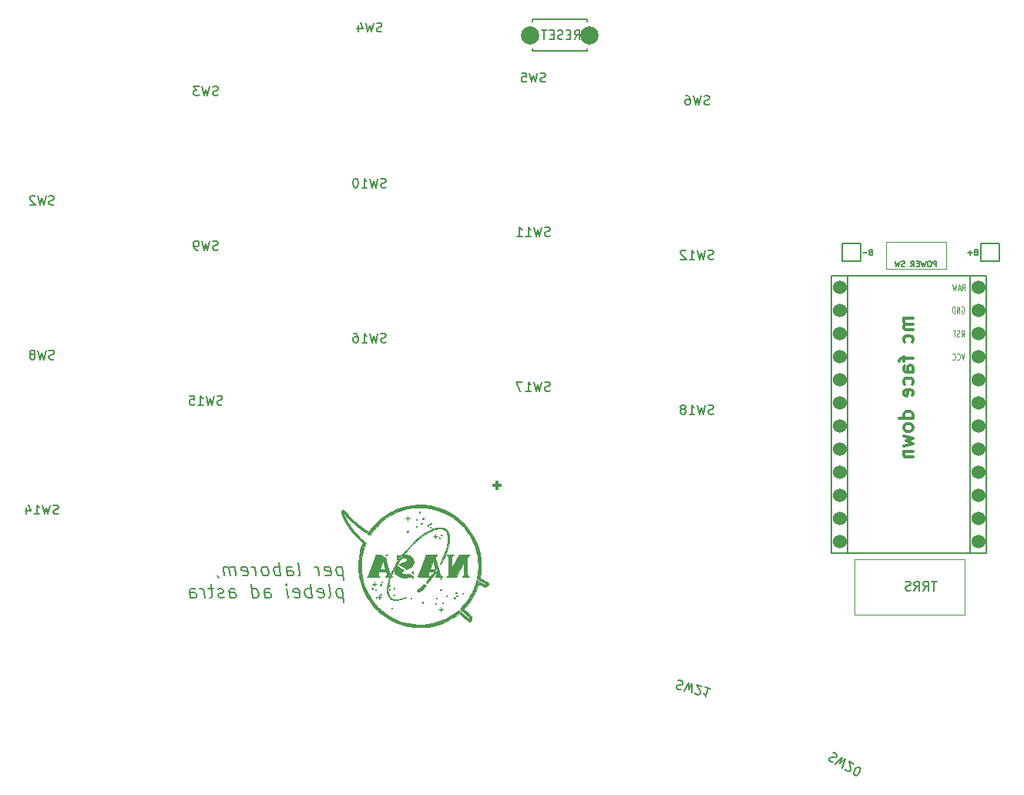
<source format=gbr>
%TF.GenerationSoftware,KiCad,Pcbnew,(6.0.4-0)*%
%TF.CreationDate,2022-12-22T20:07:12-07:00*%
%TF.ProjectId,half-swept,68616c66-2d73-4776-9570-742e6b696361,rev?*%
%TF.SameCoordinates,Original*%
%TF.FileFunction,Legend,Bot*%
%TF.FilePolarity,Positive*%
%FSLAX46Y46*%
G04 Gerber Fmt 4.6, Leading zero omitted, Abs format (unit mm)*
G04 Created by KiCad (PCBNEW (6.0.4-0)) date 2022-12-22 20:07:12*
%MOMM*%
%LPD*%
G01*
G04 APERTURE LIST*
%ADD10C,0.120000*%
%ADD11C,0.002000*%
%ADD12C,0.300000*%
%ADD13C,0.150000*%
%ADD14C,0.125000*%
%ADD15C,2.000000*%
%ADD16C,1.524000*%
G04 APERTURE END LIST*
D10*
X115062000Y-47752000D02*
X115062000Y-44831000D01*
D11*
G36*
X66159088Y-85147149D02*
G01*
X66162105Y-85147828D01*
X66165072Y-85148622D01*
X66167989Y-85149528D01*
X66170853Y-85150544D01*
X66173661Y-85151667D01*
X66176411Y-85152895D01*
X66179101Y-85154225D01*
X66181729Y-85155655D01*
X66184291Y-85157182D01*
X66186786Y-85158804D01*
X66189212Y-85160518D01*
X66191565Y-85162321D01*
X66193845Y-85164211D01*
X66196048Y-85166186D01*
X66200214Y-85170380D01*
X66204046Y-85174881D01*
X66205831Y-85177240D01*
X66207525Y-85179669D01*
X66209127Y-85182164D01*
X66210633Y-85184724D01*
X66212041Y-85187345D01*
X66213350Y-85190026D01*
X66214556Y-85192763D01*
X66215658Y-85195554D01*
X66216653Y-85198397D01*
X66217539Y-85201289D01*
X66218313Y-85204227D01*
X66218973Y-85207209D01*
X66219517Y-85210233D01*
X66219942Y-85213295D01*
X66402505Y-85231817D01*
X66219942Y-85231817D01*
X66218283Y-85237596D01*
X66216249Y-85243200D01*
X66213856Y-85248616D01*
X66211116Y-85253828D01*
X66208044Y-85258822D01*
X66204655Y-85263584D01*
X66200963Y-85268101D01*
X66196982Y-85272357D01*
X66192726Y-85276338D01*
X66188210Y-85280030D01*
X66183448Y-85283419D01*
X66178453Y-85286490D01*
X66173242Y-85289230D01*
X66167826Y-85291624D01*
X66162222Y-85293658D01*
X66156443Y-85295317D01*
X66137921Y-85477879D01*
X66137921Y-85295317D01*
X66134846Y-85294662D01*
X66131817Y-85293892D01*
X66128837Y-85293008D01*
X66125909Y-85292014D01*
X66123035Y-85290912D01*
X66120217Y-85289703D01*
X66117458Y-85288392D01*
X66114760Y-85286979D01*
X66109556Y-85283861D01*
X66104625Y-85280369D01*
X66099984Y-85276522D01*
X66095654Y-85272339D01*
X66091652Y-85267842D01*
X66087997Y-85263048D01*
X66084709Y-85257978D01*
X66081806Y-85252652D01*
X66080505Y-85249898D01*
X66079307Y-85247088D01*
X66078215Y-85244223D01*
X66077230Y-85241307D01*
X66076357Y-85238341D01*
X66075595Y-85235328D01*
X66074949Y-85232270D01*
X66074421Y-85229170D01*
X65894505Y-85210649D01*
X66074421Y-85210649D01*
X66075015Y-85207400D01*
X66075737Y-85204200D01*
X66076585Y-85201052D01*
X66077556Y-85197958D01*
X66078647Y-85194922D01*
X66079855Y-85191946D01*
X66081177Y-85189033D01*
X66082611Y-85186185D01*
X66084154Y-85183406D01*
X66085804Y-85180697D01*
X66087556Y-85178062D01*
X66089408Y-85175503D01*
X66091359Y-85173023D01*
X66093404Y-85170624D01*
X66095541Y-85168310D01*
X66097767Y-85166083D01*
X66100079Y-85163946D01*
X66102475Y-85161902D01*
X66104952Y-85159952D01*
X66107506Y-85158101D01*
X66110136Y-85156350D01*
X66112838Y-85154702D01*
X66115609Y-85153161D01*
X66118447Y-85151728D01*
X66121349Y-85150406D01*
X66124312Y-85149199D01*
X66127333Y-85148108D01*
X66130410Y-85147137D01*
X66133539Y-85146289D01*
X66136718Y-85145565D01*
X66139944Y-85144969D01*
X66143214Y-85144503D01*
X66159088Y-84967233D01*
X66159088Y-85147149D01*
G37*
X66159088Y-85147149D02*
X66162105Y-85147828D01*
X66165072Y-85148622D01*
X66167989Y-85149528D01*
X66170853Y-85150544D01*
X66173661Y-85151667D01*
X66176411Y-85152895D01*
X66179101Y-85154225D01*
X66181729Y-85155655D01*
X66184291Y-85157182D01*
X66186786Y-85158804D01*
X66189212Y-85160518D01*
X66191565Y-85162321D01*
X66193845Y-85164211D01*
X66196048Y-85166186D01*
X66200214Y-85170380D01*
X66204046Y-85174881D01*
X66205831Y-85177240D01*
X66207525Y-85179669D01*
X66209127Y-85182164D01*
X66210633Y-85184724D01*
X66212041Y-85187345D01*
X66213350Y-85190026D01*
X66214556Y-85192763D01*
X66215658Y-85195554D01*
X66216653Y-85198397D01*
X66217539Y-85201289D01*
X66218313Y-85204227D01*
X66218973Y-85207209D01*
X66219517Y-85210233D01*
X66219942Y-85213295D01*
X66402505Y-85231817D01*
X66219942Y-85231817D01*
X66218283Y-85237596D01*
X66216249Y-85243200D01*
X66213856Y-85248616D01*
X66211116Y-85253828D01*
X66208044Y-85258822D01*
X66204655Y-85263584D01*
X66200963Y-85268101D01*
X66196982Y-85272357D01*
X66192726Y-85276338D01*
X66188210Y-85280030D01*
X66183448Y-85283419D01*
X66178453Y-85286490D01*
X66173242Y-85289230D01*
X66167826Y-85291624D01*
X66162222Y-85293658D01*
X66156443Y-85295317D01*
X66137921Y-85477879D01*
X66137921Y-85295317D01*
X66134846Y-85294662D01*
X66131817Y-85293892D01*
X66128837Y-85293008D01*
X66125909Y-85292014D01*
X66123035Y-85290912D01*
X66120217Y-85289703D01*
X66117458Y-85288392D01*
X66114760Y-85286979D01*
X66109556Y-85283861D01*
X66104625Y-85280369D01*
X66099984Y-85276522D01*
X66095654Y-85272339D01*
X66091652Y-85267842D01*
X66087997Y-85263048D01*
X66084709Y-85257978D01*
X66081806Y-85252652D01*
X66080505Y-85249898D01*
X66079307Y-85247088D01*
X66078215Y-85244223D01*
X66077230Y-85241307D01*
X66076357Y-85238341D01*
X66075595Y-85235328D01*
X66074949Y-85232270D01*
X66074421Y-85229170D01*
X65894505Y-85210649D01*
X66074421Y-85210649D01*
X66075015Y-85207400D01*
X66075737Y-85204200D01*
X66076585Y-85201052D01*
X66077556Y-85197958D01*
X66078647Y-85194922D01*
X66079855Y-85191946D01*
X66081177Y-85189033D01*
X66082611Y-85186185D01*
X66084154Y-85183406D01*
X66085804Y-85180697D01*
X66087556Y-85178062D01*
X66089408Y-85175503D01*
X66091359Y-85173023D01*
X66093404Y-85170624D01*
X66095541Y-85168310D01*
X66097767Y-85166083D01*
X66100079Y-85163946D01*
X66102475Y-85161902D01*
X66104952Y-85159952D01*
X66107506Y-85158101D01*
X66110136Y-85156350D01*
X66112838Y-85154702D01*
X66115609Y-85153161D01*
X66118447Y-85151728D01*
X66121349Y-85150406D01*
X66124312Y-85149199D01*
X66127333Y-85148108D01*
X66130410Y-85147137D01*
X66133539Y-85146289D01*
X66136718Y-85145565D01*
X66139944Y-85144969D01*
X66143214Y-85144503D01*
X66159088Y-84967233D01*
X66159088Y-85147149D01*
G36*
X60743145Y-85012281D02*
G01*
X60745832Y-85012485D01*
X60748480Y-85012822D01*
X60751086Y-85013287D01*
X60753647Y-85013878D01*
X60756158Y-85014591D01*
X60758616Y-85015423D01*
X60761019Y-85016370D01*
X60763364Y-85017430D01*
X60765645Y-85018599D01*
X60767861Y-85019873D01*
X60770008Y-85021249D01*
X60772083Y-85022725D01*
X60774082Y-85024296D01*
X60776002Y-85025959D01*
X60777840Y-85027711D01*
X60779592Y-85029549D01*
X60781255Y-85031469D01*
X60782826Y-85033468D01*
X60784302Y-85035542D01*
X60785678Y-85037689D01*
X60786952Y-85039905D01*
X60788121Y-85042187D01*
X60789181Y-85044531D01*
X60790128Y-85046934D01*
X60790960Y-85049393D01*
X60791673Y-85051904D01*
X60792264Y-85054464D01*
X60792729Y-85057070D01*
X60793066Y-85059718D01*
X60793270Y-85062406D01*
X60793339Y-85065129D01*
X60793270Y-85067852D01*
X60793066Y-85070539D01*
X60792729Y-85073187D01*
X60792264Y-85075793D01*
X60791673Y-85078353D01*
X60790960Y-85080865D01*
X60790128Y-85083323D01*
X60789181Y-85085726D01*
X60788121Y-85088070D01*
X60786952Y-85090352D01*
X60785678Y-85092568D01*
X60784302Y-85094715D01*
X60782826Y-85096790D01*
X60781255Y-85098789D01*
X60779592Y-85100709D01*
X60777840Y-85102546D01*
X60776002Y-85104299D01*
X60774082Y-85105962D01*
X60772083Y-85107533D01*
X60770008Y-85109008D01*
X60767861Y-85110384D01*
X60765645Y-85111658D01*
X60763364Y-85112827D01*
X60761019Y-85113887D01*
X60758616Y-85114834D01*
X60756158Y-85115666D01*
X60753647Y-85116379D01*
X60751086Y-85116970D01*
X60748480Y-85117435D01*
X60745832Y-85117772D01*
X60743145Y-85117976D01*
X60740422Y-85118045D01*
X60737699Y-85117976D01*
X60735011Y-85117772D01*
X60732363Y-85117435D01*
X60729757Y-85116970D01*
X60727197Y-85116379D01*
X60724686Y-85115666D01*
X60722227Y-85114834D01*
X60719824Y-85113887D01*
X60717480Y-85112827D01*
X60715198Y-85111658D01*
X60712982Y-85110384D01*
X60710835Y-85109008D01*
X60708761Y-85107533D01*
X60706762Y-85105962D01*
X60704842Y-85104299D01*
X60703004Y-85102546D01*
X60701252Y-85100709D01*
X60699589Y-85098789D01*
X60698018Y-85096790D01*
X60696542Y-85094715D01*
X60695166Y-85092568D01*
X60693892Y-85090352D01*
X60692723Y-85088070D01*
X60691664Y-85085726D01*
X60690716Y-85083323D01*
X60689884Y-85080865D01*
X60689171Y-85078353D01*
X60688580Y-85075793D01*
X60688115Y-85073187D01*
X60687778Y-85070539D01*
X60687574Y-85067852D01*
X60687505Y-85065129D01*
X60687574Y-85062406D01*
X60687778Y-85059718D01*
X60688115Y-85057070D01*
X60688580Y-85054464D01*
X60689171Y-85051904D01*
X60689884Y-85049393D01*
X60690716Y-85046934D01*
X60691664Y-85044531D01*
X60692723Y-85042187D01*
X60693892Y-85039905D01*
X60695166Y-85037689D01*
X60696542Y-85035542D01*
X60698018Y-85033468D01*
X60699589Y-85031469D01*
X60701252Y-85029549D01*
X60703004Y-85027711D01*
X60704842Y-85025959D01*
X60706762Y-85024296D01*
X60708761Y-85022725D01*
X60710835Y-85021249D01*
X60712982Y-85019873D01*
X60715198Y-85018599D01*
X60717480Y-85017430D01*
X60719824Y-85016370D01*
X60722227Y-85015423D01*
X60724686Y-85014591D01*
X60727197Y-85013878D01*
X60729757Y-85013287D01*
X60732363Y-85012822D01*
X60735011Y-85012485D01*
X60737699Y-85012281D01*
X60740422Y-85012212D01*
X60743145Y-85012281D01*
G37*
X60743145Y-85012281D02*
X60745832Y-85012485D01*
X60748480Y-85012822D01*
X60751086Y-85013287D01*
X60753647Y-85013878D01*
X60756158Y-85014591D01*
X60758616Y-85015423D01*
X60761019Y-85016370D01*
X60763364Y-85017430D01*
X60765645Y-85018599D01*
X60767861Y-85019873D01*
X60770008Y-85021249D01*
X60772083Y-85022725D01*
X60774082Y-85024296D01*
X60776002Y-85025959D01*
X60777840Y-85027711D01*
X60779592Y-85029549D01*
X60781255Y-85031469D01*
X60782826Y-85033468D01*
X60784302Y-85035542D01*
X60785678Y-85037689D01*
X60786952Y-85039905D01*
X60788121Y-85042187D01*
X60789181Y-85044531D01*
X60790128Y-85046934D01*
X60790960Y-85049393D01*
X60791673Y-85051904D01*
X60792264Y-85054464D01*
X60792729Y-85057070D01*
X60793066Y-85059718D01*
X60793270Y-85062406D01*
X60793339Y-85065129D01*
X60793270Y-85067852D01*
X60793066Y-85070539D01*
X60792729Y-85073187D01*
X60792264Y-85075793D01*
X60791673Y-85078353D01*
X60790960Y-85080865D01*
X60790128Y-85083323D01*
X60789181Y-85085726D01*
X60788121Y-85088070D01*
X60786952Y-85090352D01*
X60785678Y-85092568D01*
X60784302Y-85094715D01*
X60782826Y-85096790D01*
X60781255Y-85098789D01*
X60779592Y-85100709D01*
X60777840Y-85102546D01*
X60776002Y-85104299D01*
X60774082Y-85105962D01*
X60772083Y-85107533D01*
X60770008Y-85109008D01*
X60767861Y-85110384D01*
X60765645Y-85111658D01*
X60763364Y-85112827D01*
X60761019Y-85113887D01*
X60758616Y-85114834D01*
X60756158Y-85115666D01*
X60753647Y-85116379D01*
X60751086Y-85116970D01*
X60748480Y-85117435D01*
X60745832Y-85117772D01*
X60743145Y-85117976D01*
X60740422Y-85118045D01*
X60737699Y-85117976D01*
X60735011Y-85117772D01*
X60732363Y-85117435D01*
X60729757Y-85116970D01*
X60727197Y-85116379D01*
X60724686Y-85115666D01*
X60722227Y-85114834D01*
X60719824Y-85113887D01*
X60717480Y-85112827D01*
X60715198Y-85111658D01*
X60712982Y-85110384D01*
X60710835Y-85109008D01*
X60708761Y-85107533D01*
X60706762Y-85105962D01*
X60704842Y-85104299D01*
X60703004Y-85102546D01*
X60701252Y-85100709D01*
X60699589Y-85098789D01*
X60698018Y-85096790D01*
X60696542Y-85094715D01*
X60695166Y-85092568D01*
X60693892Y-85090352D01*
X60692723Y-85088070D01*
X60691664Y-85085726D01*
X60690716Y-85083323D01*
X60689884Y-85080865D01*
X60689171Y-85078353D01*
X60688580Y-85075793D01*
X60688115Y-85073187D01*
X60687778Y-85070539D01*
X60687574Y-85067852D01*
X60687505Y-85065129D01*
X60687574Y-85062406D01*
X60687778Y-85059718D01*
X60688115Y-85057070D01*
X60688580Y-85054464D01*
X60689171Y-85051904D01*
X60689884Y-85049393D01*
X60690716Y-85046934D01*
X60691664Y-85044531D01*
X60692723Y-85042187D01*
X60693892Y-85039905D01*
X60695166Y-85037689D01*
X60696542Y-85035542D01*
X60698018Y-85033468D01*
X60699589Y-85031469D01*
X60701252Y-85029549D01*
X60703004Y-85027711D01*
X60704842Y-85025959D01*
X60706762Y-85024296D01*
X60708761Y-85022725D01*
X60710835Y-85021249D01*
X60712982Y-85019873D01*
X60715198Y-85018599D01*
X60717480Y-85017430D01*
X60719824Y-85016370D01*
X60722227Y-85015423D01*
X60724686Y-85014591D01*
X60727197Y-85013878D01*
X60729757Y-85013287D01*
X60732363Y-85012822D01*
X60735011Y-85012485D01*
X60737699Y-85012281D01*
X60740422Y-85012212D01*
X60743145Y-85012281D01*
G36*
X66206236Y-76195507D02*
G01*
X66317295Y-76213938D01*
X66422632Y-76242645D01*
X66521964Y-76281793D01*
X66615009Y-76331552D01*
X66701484Y-76392088D01*
X66763140Y-76446481D01*
X66819164Y-76506851D01*
X66869610Y-76573021D01*
X66914535Y-76644811D01*
X66953996Y-76722045D01*
X66988048Y-76804545D01*
X67016747Y-76892133D01*
X67040150Y-76984630D01*
X67058314Y-77081860D01*
X67071293Y-77183645D01*
X67079145Y-77289806D01*
X67081926Y-77400166D01*
X67079691Y-77514547D01*
X67072497Y-77632771D01*
X67060401Y-77754661D01*
X67043458Y-77880038D01*
X66995257Y-78140545D01*
X66928343Y-78412869D01*
X66843168Y-78695587D01*
X66740179Y-78987278D01*
X66619827Y-79286519D01*
X66482562Y-79591887D01*
X66328832Y-79901961D01*
X66159088Y-80215317D01*
X66013567Y-80167692D01*
X66184946Y-79862221D01*
X66339697Y-79560835D01*
X66477504Y-79264828D01*
X66598048Y-78975496D01*
X66701012Y-78694132D01*
X66786078Y-78422031D01*
X66852928Y-78160487D01*
X66901244Y-77910796D01*
X66930709Y-77674251D01*
X66941004Y-77452147D01*
X66931812Y-77245778D01*
X66902816Y-77056440D01*
X66853696Y-76885426D01*
X66821491Y-76807195D01*
X66784135Y-76734030D01*
X66741591Y-76666094D01*
X66693817Y-76603549D01*
X66640774Y-76546555D01*
X66582422Y-76495275D01*
X66502689Y-76439823D01*
X66416469Y-76394892D01*
X66324035Y-76360308D01*
X66225658Y-76335894D01*
X66121611Y-76321477D01*
X66012166Y-76316879D01*
X65897595Y-76321926D01*
X65778171Y-76336442D01*
X65654166Y-76360253D01*
X65525852Y-76393182D01*
X65393501Y-76435054D01*
X65257386Y-76485694D01*
X65117779Y-76544927D01*
X64974953Y-76612576D01*
X64829178Y-76688468D01*
X64680729Y-76772426D01*
X64376894Y-76963839D01*
X64065625Y-77185414D01*
X63749100Y-77435746D01*
X63429498Y-77713433D01*
X63108997Y-78017072D01*
X62789775Y-78345260D01*
X62474010Y-78696594D01*
X62163881Y-79069670D01*
X62044425Y-79221191D01*
X62040323Y-79226567D01*
X61932699Y-79236057D01*
X61859348Y-79244488D01*
X62076567Y-78958545D01*
X62076567Y-78969129D01*
X62396078Y-78583640D01*
X62722073Y-78221816D01*
X63052293Y-77884998D01*
X63384477Y-77574527D01*
X63716367Y-77291745D01*
X64045703Y-77037991D01*
X64370225Y-76814608D01*
X64687674Y-76622937D01*
X64995791Y-76464317D01*
X65292314Y-76340091D01*
X65435523Y-76291294D01*
X65574986Y-76251599D01*
X65710422Y-76221172D01*
X65841547Y-76200182D01*
X65968079Y-76188796D01*
X66089736Y-76187182D01*
X66206236Y-76195507D01*
G37*
X66206236Y-76195507D02*
X66317295Y-76213938D01*
X66422632Y-76242645D01*
X66521964Y-76281793D01*
X66615009Y-76331552D01*
X66701484Y-76392088D01*
X66763140Y-76446481D01*
X66819164Y-76506851D01*
X66869610Y-76573021D01*
X66914535Y-76644811D01*
X66953996Y-76722045D01*
X66988048Y-76804545D01*
X67016747Y-76892133D01*
X67040150Y-76984630D01*
X67058314Y-77081860D01*
X67071293Y-77183645D01*
X67079145Y-77289806D01*
X67081926Y-77400166D01*
X67079691Y-77514547D01*
X67072497Y-77632771D01*
X67060401Y-77754661D01*
X67043458Y-77880038D01*
X66995257Y-78140545D01*
X66928343Y-78412869D01*
X66843168Y-78695587D01*
X66740179Y-78987278D01*
X66619827Y-79286519D01*
X66482562Y-79591887D01*
X66328832Y-79901961D01*
X66159088Y-80215317D01*
X66013567Y-80167692D01*
X66184946Y-79862221D01*
X66339697Y-79560835D01*
X66477504Y-79264828D01*
X66598048Y-78975496D01*
X66701012Y-78694132D01*
X66786078Y-78422031D01*
X66852928Y-78160487D01*
X66901244Y-77910796D01*
X66930709Y-77674251D01*
X66941004Y-77452147D01*
X66931812Y-77245778D01*
X66902816Y-77056440D01*
X66853696Y-76885426D01*
X66821491Y-76807195D01*
X66784135Y-76734030D01*
X66741591Y-76666094D01*
X66693817Y-76603549D01*
X66640774Y-76546555D01*
X66582422Y-76495275D01*
X66502689Y-76439823D01*
X66416469Y-76394892D01*
X66324035Y-76360308D01*
X66225658Y-76335894D01*
X66121611Y-76321477D01*
X66012166Y-76316879D01*
X65897595Y-76321926D01*
X65778171Y-76336442D01*
X65654166Y-76360253D01*
X65525852Y-76393182D01*
X65393501Y-76435054D01*
X65257386Y-76485694D01*
X65117779Y-76544927D01*
X64974953Y-76612576D01*
X64829178Y-76688468D01*
X64680729Y-76772426D01*
X64376894Y-76963839D01*
X64065625Y-77185414D01*
X63749100Y-77435746D01*
X63429498Y-77713433D01*
X63108997Y-78017072D01*
X62789775Y-78345260D01*
X62474010Y-78696594D01*
X62163881Y-79069670D01*
X62044425Y-79221191D01*
X62040323Y-79226567D01*
X61932699Y-79236057D01*
X61859348Y-79244488D01*
X62076567Y-78958545D01*
X62076567Y-78969129D01*
X62396078Y-78583640D01*
X62722073Y-78221816D01*
X63052293Y-77884998D01*
X63384477Y-77574527D01*
X63716367Y-77291745D01*
X64045703Y-77037991D01*
X64370225Y-76814608D01*
X64687674Y-76622937D01*
X64995791Y-76464317D01*
X65292314Y-76340091D01*
X65435523Y-76291294D01*
X65574986Y-76251599D01*
X65710422Y-76221172D01*
X65841547Y-76200182D01*
X65968079Y-76188796D01*
X66089736Y-76187182D01*
X66206236Y-76195507D01*
G36*
X60544629Y-81329212D02*
G01*
X60547597Y-81336603D01*
X60551504Y-81344369D01*
X60556296Y-81352482D01*
X60561920Y-81360916D01*
X60575453Y-81378634D01*
X60591675Y-81397302D01*
X60610161Y-81416698D01*
X60610677Y-81417202D01*
X60533813Y-81614963D01*
X60068379Y-81614963D01*
X60082697Y-81602313D01*
X60096226Y-81588968D01*
X60108947Y-81574966D01*
X60120843Y-81560345D01*
X60131895Y-81545142D01*
X60142087Y-81529395D01*
X60151400Y-81513143D01*
X60159817Y-81496424D01*
X60167319Y-81479274D01*
X60173889Y-81461733D01*
X60179509Y-81443837D01*
X60184161Y-81425626D01*
X60187827Y-81407137D01*
X60190490Y-81388407D01*
X60192131Y-81369475D01*
X60192733Y-81350379D01*
X60192079Y-81331008D01*
X60190232Y-81309881D01*
X60187361Y-81287412D01*
X60183638Y-81264018D01*
X60174316Y-81216108D01*
X60163629Y-81169470D01*
X60152942Y-81127421D01*
X60143620Y-81093279D01*
X60134525Y-81061983D01*
X59340775Y-81061983D01*
X59328180Y-81094121D01*
X59316433Y-81126560D01*
X59305539Y-81159282D01*
X59295504Y-81192272D01*
X59286332Y-81225512D01*
X59278029Y-81258986D01*
X59270598Y-81292676D01*
X59264045Y-81326566D01*
X59261490Y-81336743D01*
X59259756Y-81346928D01*
X59258813Y-81357115D01*
X59258630Y-81367298D01*
X59259175Y-81377468D01*
X59260418Y-81387621D01*
X59262328Y-81397748D01*
X59264873Y-81407843D01*
X59268023Y-81417899D01*
X59271746Y-81427910D01*
X59276012Y-81437869D01*
X59280789Y-81447768D01*
X59291755Y-81467363D01*
X59304395Y-81486639D01*
X59318462Y-81505544D01*
X59333707Y-81524022D01*
X59349881Y-81542020D01*
X59366738Y-81559483D01*
X59384029Y-81576356D01*
X59401506Y-81592587D01*
X59436026Y-81622900D01*
X58001984Y-81622900D01*
X58021225Y-81614309D01*
X58039856Y-81604717D01*
X58057847Y-81594158D01*
X58075165Y-81582667D01*
X58091778Y-81570279D01*
X58107655Y-81557029D01*
X58122763Y-81542951D01*
X58137072Y-81528081D01*
X58150550Y-81512454D01*
X58163164Y-81496103D01*
X58174883Y-81479065D01*
X58185676Y-81461374D01*
X58195509Y-81443064D01*
X58204353Y-81424171D01*
X58212174Y-81404730D01*
X58218942Y-81384774D01*
X58445865Y-80763005D01*
X59446610Y-80763005D01*
X60065734Y-80763005D01*
X59801152Y-79884588D01*
X59446610Y-80763005D01*
X58445865Y-80763005D01*
X59012692Y-79209899D01*
X59570963Y-79209899D01*
X60068380Y-79561796D01*
X60094595Y-79676373D01*
X60149119Y-79888556D01*
X60305513Y-80471301D01*
X60385824Y-80763005D01*
X60462402Y-81041147D01*
X60544629Y-81329212D01*
G37*
X60544629Y-81329212D02*
X60547597Y-81336603D01*
X60551504Y-81344369D01*
X60556296Y-81352482D01*
X60561920Y-81360916D01*
X60575453Y-81378634D01*
X60591675Y-81397302D01*
X60610161Y-81416698D01*
X60610677Y-81417202D01*
X60533813Y-81614963D01*
X60068379Y-81614963D01*
X60082697Y-81602313D01*
X60096226Y-81588968D01*
X60108947Y-81574966D01*
X60120843Y-81560345D01*
X60131895Y-81545142D01*
X60142087Y-81529395D01*
X60151400Y-81513143D01*
X60159817Y-81496424D01*
X60167319Y-81479274D01*
X60173889Y-81461733D01*
X60179509Y-81443837D01*
X60184161Y-81425626D01*
X60187827Y-81407137D01*
X60190490Y-81388407D01*
X60192131Y-81369475D01*
X60192733Y-81350379D01*
X60192079Y-81331008D01*
X60190232Y-81309881D01*
X60187361Y-81287412D01*
X60183638Y-81264018D01*
X60174316Y-81216108D01*
X60163629Y-81169470D01*
X60152942Y-81127421D01*
X60143620Y-81093279D01*
X60134525Y-81061983D01*
X59340775Y-81061983D01*
X59328180Y-81094121D01*
X59316433Y-81126560D01*
X59305539Y-81159282D01*
X59295504Y-81192272D01*
X59286332Y-81225512D01*
X59278029Y-81258986D01*
X59270598Y-81292676D01*
X59264045Y-81326566D01*
X59261490Y-81336743D01*
X59259756Y-81346928D01*
X59258813Y-81357115D01*
X59258630Y-81367298D01*
X59259175Y-81377468D01*
X59260418Y-81387621D01*
X59262328Y-81397748D01*
X59264873Y-81407843D01*
X59268023Y-81417899D01*
X59271746Y-81427910D01*
X59276012Y-81437869D01*
X59280789Y-81447768D01*
X59291755Y-81467363D01*
X59304395Y-81486639D01*
X59318462Y-81505544D01*
X59333707Y-81524022D01*
X59349881Y-81542020D01*
X59366738Y-81559483D01*
X59384029Y-81576356D01*
X59401506Y-81592587D01*
X59436026Y-81622900D01*
X58001984Y-81622900D01*
X58021225Y-81614309D01*
X58039856Y-81604717D01*
X58057847Y-81594158D01*
X58075165Y-81582667D01*
X58091778Y-81570279D01*
X58107655Y-81557029D01*
X58122763Y-81542951D01*
X58137072Y-81528081D01*
X58150550Y-81512454D01*
X58163164Y-81496103D01*
X58174883Y-81479065D01*
X58185676Y-81461374D01*
X58195509Y-81443064D01*
X58204353Y-81424171D01*
X58212174Y-81404730D01*
X58218942Y-81384774D01*
X58445865Y-80763005D01*
X59446610Y-80763005D01*
X60065734Y-80763005D01*
X59801152Y-79884588D01*
X59446610Y-80763005D01*
X58445865Y-80763005D01*
X59012692Y-79209899D01*
X59570963Y-79209899D01*
X60068380Y-79561796D01*
X60094595Y-79676373D01*
X60149119Y-79888556D01*
X60305513Y-80471301D01*
X60385824Y-80763005D01*
X60462402Y-81041147D01*
X60544629Y-81329212D01*
G36*
X65600894Y-84538676D02*
G01*
X65603582Y-84538880D01*
X65606230Y-84539217D01*
X65608836Y-84539682D01*
X65611396Y-84540273D01*
X65613907Y-84540986D01*
X65616366Y-84541818D01*
X65618769Y-84542765D01*
X65621113Y-84543825D01*
X65623394Y-84544994D01*
X65625610Y-84546268D01*
X65627757Y-84547644D01*
X65629832Y-84549120D01*
X65631831Y-84550691D01*
X65633751Y-84552354D01*
X65635589Y-84554106D01*
X65637341Y-84555944D01*
X65639004Y-84557864D01*
X65640575Y-84559863D01*
X65642051Y-84561938D01*
X65643427Y-84564085D01*
X65644701Y-84566301D01*
X65645870Y-84568583D01*
X65646930Y-84570927D01*
X65647877Y-84573330D01*
X65648709Y-84575788D01*
X65649422Y-84578300D01*
X65650013Y-84580860D01*
X65650478Y-84583466D01*
X65650815Y-84586114D01*
X65651019Y-84588801D01*
X65651088Y-84591524D01*
X65651019Y-84594248D01*
X65650815Y-84596935D01*
X65650478Y-84599583D01*
X65650013Y-84602189D01*
X65649422Y-84604749D01*
X65648709Y-84607260D01*
X65647877Y-84609719D01*
X65646930Y-84612122D01*
X65645870Y-84614466D01*
X65644701Y-84616748D01*
X65643427Y-84618964D01*
X65642051Y-84621111D01*
X65640575Y-84623185D01*
X65639004Y-84625184D01*
X65637341Y-84627104D01*
X65635589Y-84628942D01*
X65633751Y-84630694D01*
X65631831Y-84632357D01*
X65629832Y-84633928D01*
X65627757Y-84635404D01*
X65625610Y-84636780D01*
X65623394Y-84638054D01*
X65621113Y-84639223D01*
X65618769Y-84640283D01*
X65616366Y-84641230D01*
X65613907Y-84642062D01*
X65611396Y-84642775D01*
X65608836Y-84643366D01*
X65606230Y-84643831D01*
X65603582Y-84644168D01*
X65600894Y-84644372D01*
X65598171Y-84644441D01*
X65595448Y-84644372D01*
X65592761Y-84644168D01*
X65590112Y-84643831D01*
X65587507Y-84643366D01*
X65584946Y-84642775D01*
X65582435Y-84642062D01*
X65579977Y-84641230D01*
X65577574Y-84640283D01*
X65575230Y-84639223D01*
X65572948Y-84638054D01*
X65570732Y-84636780D01*
X65568585Y-84635404D01*
X65566510Y-84633928D01*
X65564511Y-84632357D01*
X65562591Y-84630694D01*
X65560753Y-84628942D01*
X65559001Y-84627104D01*
X65557338Y-84625184D01*
X65555767Y-84623185D01*
X65554292Y-84621111D01*
X65552915Y-84618964D01*
X65551641Y-84616748D01*
X65550472Y-84614466D01*
X65549413Y-84612122D01*
X65548465Y-84609719D01*
X65547633Y-84607260D01*
X65546920Y-84604749D01*
X65546329Y-84602189D01*
X65545864Y-84599583D01*
X65545527Y-84596935D01*
X65545323Y-84594248D01*
X65545254Y-84591524D01*
X65545323Y-84588801D01*
X65545527Y-84586114D01*
X65545864Y-84583466D01*
X65546329Y-84580860D01*
X65546920Y-84578300D01*
X65547633Y-84575788D01*
X65548465Y-84573330D01*
X65549413Y-84570927D01*
X65550472Y-84568583D01*
X65551641Y-84566301D01*
X65552915Y-84564085D01*
X65554292Y-84561938D01*
X65555767Y-84559863D01*
X65557338Y-84557864D01*
X65559001Y-84555944D01*
X65560753Y-84554106D01*
X65562591Y-84552354D01*
X65564511Y-84550691D01*
X65566510Y-84549120D01*
X65568585Y-84547644D01*
X65570732Y-84546268D01*
X65572948Y-84544994D01*
X65575230Y-84543825D01*
X65577574Y-84542765D01*
X65579977Y-84541818D01*
X65582435Y-84540986D01*
X65584946Y-84540273D01*
X65587507Y-84539682D01*
X65590112Y-84539217D01*
X65592761Y-84538880D01*
X65595448Y-84538676D01*
X65598171Y-84538607D01*
X65600894Y-84538676D01*
G37*
X65600894Y-84538676D02*
X65603582Y-84538880D01*
X65606230Y-84539217D01*
X65608836Y-84539682D01*
X65611396Y-84540273D01*
X65613907Y-84540986D01*
X65616366Y-84541818D01*
X65618769Y-84542765D01*
X65621113Y-84543825D01*
X65623394Y-84544994D01*
X65625610Y-84546268D01*
X65627757Y-84547644D01*
X65629832Y-84549120D01*
X65631831Y-84550691D01*
X65633751Y-84552354D01*
X65635589Y-84554106D01*
X65637341Y-84555944D01*
X65639004Y-84557864D01*
X65640575Y-84559863D01*
X65642051Y-84561938D01*
X65643427Y-84564085D01*
X65644701Y-84566301D01*
X65645870Y-84568583D01*
X65646930Y-84570927D01*
X65647877Y-84573330D01*
X65648709Y-84575788D01*
X65649422Y-84578300D01*
X65650013Y-84580860D01*
X65650478Y-84583466D01*
X65650815Y-84586114D01*
X65651019Y-84588801D01*
X65651088Y-84591524D01*
X65651019Y-84594248D01*
X65650815Y-84596935D01*
X65650478Y-84599583D01*
X65650013Y-84602189D01*
X65649422Y-84604749D01*
X65648709Y-84607260D01*
X65647877Y-84609719D01*
X65646930Y-84612122D01*
X65645870Y-84614466D01*
X65644701Y-84616748D01*
X65643427Y-84618964D01*
X65642051Y-84621111D01*
X65640575Y-84623185D01*
X65639004Y-84625184D01*
X65637341Y-84627104D01*
X65635589Y-84628942D01*
X65633751Y-84630694D01*
X65631831Y-84632357D01*
X65629832Y-84633928D01*
X65627757Y-84635404D01*
X65625610Y-84636780D01*
X65623394Y-84638054D01*
X65621113Y-84639223D01*
X65618769Y-84640283D01*
X65616366Y-84641230D01*
X65613907Y-84642062D01*
X65611396Y-84642775D01*
X65608836Y-84643366D01*
X65606230Y-84643831D01*
X65603582Y-84644168D01*
X65600894Y-84644372D01*
X65598171Y-84644441D01*
X65595448Y-84644372D01*
X65592761Y-84644168D01*
X65590112Y-84643831D01*
X65587507Y-84643366D01*
X65584946Y-84642775D01*
X65582435Y-84642062D01*
X65579977Y-84641230D01*
X65577574Y-84640283D01*
X65575230Y-84639223D01*
X65572948Y-84638054D01*
X65570732Y-84636780D01*
X65568585Y-84635404D01*
X65566510Y-84633928D01*
X65564511Y-84632357D01*
X65562591Y-84630694D01*
X65560753Y-84628942D01*
X65559001Y-84627104D01*
X65557338Y-84625184D01*
X65555767Y-84623185D01*
X65554292Y-84621111D01*
X65552915Y-84618964D01*
X65551641Y-84616748D01*
X65550472Y-84614466D01*
X65549413Y-84612122D01*
X65548465Y-84609719D01*
X65547633Y-84607260D01*
X65546920Y-84604749D01*
X65546329Y-84602189D01*
X65545864Y-84599583D01*
X65545527Y-84596935D01*
X65545323Y-84594248D01*
X65545254Y-84591524D01*
X65545323Y-84588801D01*
X65545527Y-84586114D01*
X65545864Y-84583466D01*
X65546329Y-84580860D01*
X65546920Y-84578300D01*
X65547633Y-84575788D01*
X65548465Y-84573330D01*
X65549413Y-84570927D01*
X65550472Y-84568583D01*
X65551641Y-84566301D01*
X65552915Y-84564085D01*
X65554292Y-84561938D01*
X65555767Y-84559863D01*
X65557338Y-84557864D01*
X65559001Y-84555944D01*
X65560753Y-84554106D01*
X65562591Y-84552354D01*
X65564511Y-84550691D01*
X65566510Y-84549120D01*
X65568585Y-84547644D01*
X65570732Y-84546268D01*
X65572948Y-84544994D01*
X65575230Y-84543825D01*
X65577574Y-84542765D01*
X65579977Y-84541818D01*
X65582435Y-84540986D01*
X65584946Y-84540273D01*
X65587507Y-84539682D01*
X65590112Y-84539217D01*
X65592761Y-84538880D01*
X65595448Y-84538676D01*
X65598171Y-84538607D01*
X65600894Y-84538676D01*
G36*
X63463061Y-76029677D02*
G01*
X63465748Y-76029882D01*
X63468397Y-76030218D01*
X63471003Y-76030684D01*
X63473563Y-76031274D01*
X63476074Y-76031988D01*
X63478533Y-76032820D01*
X63480936Y-76033767D01*
X63483280Y-76034827D01*
X63485561Y-76035995D01*
X63487777Y-76037269D01*
X63489924Y-76038646D01*
X63491999Y-76040121D01*
X63493998Y-76041692D01*
X63495918Y-76043355D01*
X63497756Y-76045107D01*
X63499508Y-76046945D01*
X63501171Y-76048865D01*
X63502742Y-76050864D01*
X63504217Y-76052939D01*
X63505594Y-76055086D01*
X63506868Y-76057302D01*
X63508036Y-76059584D01*
X63509096Y-76061928D01*
X63510044Y-76064331D01*
X63510876Y-76066789D01*
X63511589Y-76069300D01*
X63512179Y-76071861D01*
X63512645Y-76074466D01*
X63512981Y-76077115D01*
X63513186Y-76079802D01*
X63513255Y-76082525D01*
X63513186Y-76085248D01*
X63512981Y-76087935D01*
X63512645Y-76090584D01*
X63512179Y-76093190D01*
X63511589Y-76095750D01*
X63510876Y-76098261D01*
X63510044Y-76100720D01*
X63509096Y-76103123D01*
X63508036Y-76105467D01*
X63506868Y-76107748D01*
X63505594Y-76109964D01*
X63504217Y-76112111D01*
X63502742Y-76114186D01*
X63501171Y-76116185D01*
X63499508Y-76118105D01*
X63497756Y-76119943D01*
X63495918Y-76121695D01*
X63493998Y-76123358D01*
X63491999Y-76124929D01*
X63489924Y-76126405D01*
X63487777Y-76127781D01*
X63485561Y-76129055D01*
X63483280Y-76130224D01*
X63480936Y-76131284D01*
X63478533Y-76132231D01*
X63476074Y-76133063D01*
X63473563Y-76133776D01*
X63471003Y-76134367D01*
X63468397Y-76134832D01*
X63465748Y-76135169D01*
X63463061Y-76135373D01*
X63460338Y-76135442D01*
X63457615Y-76135373D01*
X63454928Y-76135169D01*
X63452279Y-76134832D01*
X63449673Y-76134367D01*
X63447113Y-76133776D01*
X63444602Y-76133063D01*
X63442143Y-76132231D01*
X63439740Y-76131284D01*
X63437396Y-76130224D01*
X63435115Y-76129055D01*
X63432899Y-76127781D01*
X63430752Y-76126405D01*
X63428677Y-76124929D01*
X63426678Y-76123358D01*
X63424758Y-76121695D01*
X63422920Y-76119943D01*
X63421168Y-76118105D01*
X63419505Y-76116185D01*
X63417934Y-76114186D01*
X63416459Y-76112111D01*
X63415082Y-76109964D01*
X63413808Y-76107748D01*
X63412640Y-76105467D01*
X63411580Y-76103123D01*
X63410632Y-76100720D01*
X63409800Y-76098261D01*
X63409087Y-76095750D01*
X63408497Y-76093190D01*
X63408031Y-76090584D01*
X63407695Y-76087935D01*
X63407490Y-76085248D01*
X63407422Y-76082525D01*
X63407490Y-76079802D01*
X63407695Y-76077115D01*
X63408031Y-76074466D01*
X63408497Y-76071861D01*
X63409087Y-76069300D01*
X63409800Y-76066789D01*
X63410632Y-76064331D01*
X63411580Y-76061928D01*
X63412640Y-76059584D01*
X63413808Y-76057302D01*
X63415082Y-76055086D01*
X63416459Y-76052939D01*
X63417934Y-76050864D01*
X63419505Y-76048865D01*
X63421168Y-76046945D01*
X63422920Y-76045107D01*
X63424758Y-76043355D01*
X63426678Y-76041692D01*
X63428677Y-76040121D01*
X63430752Y-76038646D01*
X63432899Y-76037269D01*
X63435115Y-76035995D01*
X63437396Y-76034827D01*
X63439740Y-76033767D01*
X63442143Y-76032820D01*
X63444602Y-76031988D01*
X63447113Y-76031274D01*
X63449673Y-76030684D01*
X63452279Y-76030218D01*
X63454928Y-76029882D01*
X63457615Y-76029677D01*
X63460338Y-76029609D01*
X63463061Y-76029677D01*
G37*
X63463061Y-76029677D02*
X63465748Y-76029882D01*
X63468397Y-76030218D01*
X63471003Y-76030684D01*
X63473563Y-76031274D01*
X63476074Y-76031988D01*
X63478533Y-76032820D01*
X63480936Y-76033767D01*
X63483280Y-76034827D01*
X63485561Y-76035995D01*
X63487777Y-76037269D01*
X63489924Y-76038646D01*
X63491999Y-76040121D01*
X63493998Y-76041692D01*
X63495918Y-76043355D01*
X63497756Y-76045107D01*
X63499508Y-76046945D01*
X63501171Y-76048865D01*
X63502742Y-76050864D01*
X63504217Y-76052939D01*
X63505594Y-76055086D01*
X63506868Y-76057302D01*
X63508036Y-76059584D01*
X63509096Y-76061928D01*
X63510044Y-76064331D01*
X63510876Y-76066789D01*
X63511589Y-76069300D01*
X63512179Y-76071861D01*
X63512645Y-76074466D01*
X63512981Y-76077115D01*
X63513186Y-76079802D01*
X63513255Y-76082525D01*
X63513186Y-76085248D01*
X63512981Y-76087935D01*
X63512645Y-76090584D01*
X63512179Y-76093190D01*
X63511589Y-76095750D01*
X63510876Y-76098261D01*
X63510044Y-76100720D01*
X63509096Y-76103123D01*
X63508036Y-76105467D01*
X63506868Y-76107748D01*
X63505594Y-76109964D01*
X63504217Y-76112111D01*
X63502742Y-76114186D01*
X63501171Y-76116185D01*
X63499508Y-76118105D01*
X63497756Y-76119943D01*
X63495918Y-76121695D01*
X63493998Y-76123358D01*
X63491999Y-76124929D01*
X63489924Y-76126405D01*
X63487777Y-76127781D01*
X63485561Y-76129055D01*
X63483280Y-76130224D01*
X63480936Y-76131284D01*
X63478533Y-76132231D01*
X63476074Y-76133063D01*
X63473563Y-76133776D01*
X63471003Y-76134367D01*
X63468397Y-76134832D01*
X63465748Y-76135169D01*
X63463061Y-76135373D01*
X63460338Y-76135442D01*
X63457615Y-76135373D01*
X63454928Y-76135169D01*
X63452279Y-76134832D01*
X63449673Y-76134367D01*
X63447113Y-76133776D01*
X63444602Y-76133063D01*
X63442143Y-76132231D01*
X63439740Y-76131284D01*
X63437396Y-76130224D01*
X63435115Y-76129055D01*
X63432899Y-76127781D01*
X63430752Y-76126405D01*
X63428677Y-76124929D01*
X63426678Y-76123358D01*
X63424758Y-76121695D01*
X63422920Y-76119943D01*
X63421168Y-76118105D01*
X63419505Y-76116185D01*
X63417934Y-76114186D01*
X63416459Y-76112111D01*
X63415082Y-76109964D01*
X63413808Y-76107748D01*
X63412640Y-76105467D01*
X63411580Y-76103123D01*
X63410632Y-76100720D01*
X63409800Y-76098261D01*
X63409087Y-76095750D01*
X63408497Y-76093190D01*
X63408031Y-76090584D01*
X63407695Y-76087935D01*
X63407490Y-76085248D01*
X63407422Y-76082525D01*
X63407490Y-76079802D01*
X63407695Y-76077115D01*
X63408031Y-76074466D01*
X63408497Y-76071861D01*
X63409087Y-76069300D01*
X63409800Y-76066789D01*
X63410632Y-76064331D01*
X63411580Y-76061928D01*
X63412640Y-76059584D01*
X63413808Y-76057302D01*
X63415082Y-76055086D01*
X63416459Y-76052939D01*
X63417934Y-76050864D01*
X63419505Y-76048865D01*
X63421168Y-76046945D01*
X63422920Y-76045107D01*
X63424758Y-76043355D01*
X63426678Y-76041692D01*
X63428677Y-76040121D01*
X63430752Y-76038646D01*
X63432899Y-76037269D01*
X63435115Y-76035995D01*
X63437396Y-76034827D01*
X63439740Y-76033767D01*
X63442143Y-76032820D01*
X63444602Y-76031988D01*
X63447113Y-76031274D01*
X63449673Y-76030684D01*
X63452279Y-76030218D01*
X63454928Y-76029882D01*
X63457615Y-76029677D01*
X63460338Y-76029609D01*
X63463061Y-76029677D01*
G36*
X65560179Y-80861107D02*
G01*
X65494049Y-80954843D01*
X65426523Y-81048424D01*
X65408727Y-81072566D01*
X64820297Y-81072566D01*
X64807701Y-81104704D01*
X64795954Y-81137143D01*
X64785061Y-81169865D01*
X64775026Y-81202855D01*
X64765854Y-81236095D01*
X64757551Y-81269569D01*
X64750120Y-81303259D01*
X64743567Y-81337149D01*
X64742183Y-81346364D01*
X64741487Y-81355648D01*
X64741454Y-81364992D01*
X64742058Y-81374387D01*
X64743275Y-81383825D01*
X64745079Y-81393297D01*
X64747445Y-81402794D01*
X64750347Y-81412308D01*
X64753761Y-81421829D01*
X64757662Y-81431349D01*
X64766822Y-81450352D01*
X64777625Y-81469246D01*
X64789869Y-81487962D01*
X64803354Y-81506430D01*
X64817878Y-81524580D01*
X64833239Y-81542343D01*
X64849235Y-81559648D01*
X64865666Y-81576426D01*
X64882329Y-81592607D01*
X64899023Y-81608122D01*
X64915546Y-81622900D01*
X63653484Y-81622900D01*
X63574109Y-81569983D01*
X63584468Y-81560355D01*
X63594509Y-81550430D01*
X63604225Y-81540213D01*
X63613611Y-81529715D01*
X63622661Y-81518944D01*
X63631370Y-81507907D01*
X63639732Y-81496613D01*
X63647742Y-81485071D01*
X63655394Y-81473288D01*
X63662682Y-81461273D01*
X63669601Y-81449034D01*
X63676146Y-81436580D01*
X63682310Y-81423918D01*
X63688088Y-81411058D01*
X63693475Y-81398007D01*
X63698465Y-81384774D01*
X63929927Y-80763004D01*
X64915546Y-80763004D01*
X65539963Y-80763004D01*
X65272734Y-79884587D01*
X64915546Y-80763004D01*
X63929927Y-80763004D01*
X64508089Y-79209899D01*
X65751630Y-79209899D01*
X65724965Y-79234921D01*
X65691106Y-79267694D01*
X65672642Y-79286697D01*
X65653775Y-79307289D01*
X65634970Y-79329353D01*
X65616692Y-79352774D01*
X65599406Y-79377436D01*
X65591281Y-79390195D01*
X65583578Y-79403221D01*
X65576355Y-79416499D01*
X65569672Y-79430014D01*
X65563585Y-79443752D01*
X65558153Y-79457698D01*
X65553434Y-79471839D01*
X65549487Y-79486158D01*
X65546369Y-79500642D01*
X65544138Y-79515276D01*
X65542853Y-79530046D01*
X65542572Y-79544938D01*
X65543353Y-79559935D01*
X65545254Y-79575025D01*
X65572229Y-79694160D01*
X65627110Y-79908483D01*
X65783379Y-80490483D01*
X65844943Y-80713514D01*
X65688130Y-80673045D01*
X65627692Y-80763004D01*
X65624883Y-80767185D01*
X65560179Y-80861107D01*
G37*
X65560179Y-80861107D02*
X65494049Y-80954843D01*
X65426523Y-81048424D01*
X65408727Y-81072566D01*
X64820297Y-81072566D01*
X64807701Y-81104704D01*
X64795954Y-81137143D01*
X64785061Y-81169865D01*
X64775026Y-81202855D01*
X64765854Y-81236095D01*
X64757551Y-81269569D01*
X64750120Y-81303259D01*
X64743567Y-81337149D01*
X64742183Y-81346364D01*
X64741487Y-81355648D01*
X64741454Y-81364992D01*
X64742058Y-81374387D01*
X64743275Y-81383825D01*
X64745079Y-81393297D01*
X64747445Y-81402794D01*
X64750347Y-81412308D01*
X64753761Y-81421829D01*
X64757662Y-81431349D01*
X64766822Y-81450352D01*
X64777625Y-81469246D01*
X64789869Y-81487962D01*
X64803354Y-81506430D01*
X64817878Y-81524580D01*
X64833239Y-81542343D01*
X64849235Y-81559648D01*
X64865666Y-81576426D01*
X64882329Y-81592607D01*
X64899023Y-81608122D01*
X64915546Y-81622900D01*
X63653484Y-81622900D01*
X63574109Y-81569983D01*
X63584468Y-81560355D01*
X63594509Y-81550430D01*
X63604225Y-81540213D01*
X63613611Y-81529715D01*
X63622661Y-81518944D01*
X63631370Y-81507907D01*
X63639732Y-81496613D01*
X63647742Y-81485071D01*
X63655394Y-81473288D01*
X63662682Y-81461273D01*
X63669601Y-81449034D01*
X63676146Y-81436580D01*
X63682310Y-81423918D01*
X63688088Y-81411058D01*
X63693475Y-81398007D01*
X63698465Y-81384774D01*
X63929927Y-80763004D01*
X64915546Y-80763004D01*
X65539963Y-80763004D01*
X65272734Y-79884587D01*
X64915546Y-80763004D01*
X63929927Y-80763004D01*
X64508089Y-79209899D01*
X65751630Y-79209899D01*
X65724965Y-79234921D01*
X65691106Y-79267694D01*
X65672642Y-79286697D01*
X65653775Y-79307289D01*
X65634970Y-79329353D01*
X65616692Y-79352774D01*
X65599406Y-79377436D01*
X65591281Y-79390195D01*
X65583578Y-79403221D01*
X65576355Y-79416499D01*
X65569672Y-79430014D01*
X65563585Y-79443752D01*
X65558153Y-79457698D01*
X65553434Y-79471839D01*
X65549487Y-79486158D01*
X65546369Y-79500642D01*
X65544138Y-79515276D01*
X65542853Y-79530046D01*
X65542572Y-79544938D01*
X65543353Y-79559935D01*
X65545254Y-79575025D01*
X65572229Y-79694160D01*
X65627110Y-79908483D01*
X65783379Y-80490483D01*
X65844943Y-80713514D01*
X65688130Y-80673045D01*
X65627692Y-80763004D01*
X65624883Y-80767185D01*
X65560179Y-80861107D01*
G36*
X69233546Y-85739817D02*
G01*
X69429338Y-85922379D01*
X69436855Y-85929653D01*
X69444000Y-85937240D01*
X69450764Y-85945124D01*
X69457140Y-85953289D01*
X69463122Y-85961723D01*
X69468701Y-85970409D01*
X69473871Y-85979332D01*
X69478624Y-85988479D01*
X69482954Y-85997834D01*
X69486852Y-86007382D01*
X69490311Y-86017108D01*
X69493325Y-86026999D01*
X69495885Y-86037038D01*
X69497985Y-86047211D01*
X69499618Y-86057503D01*
X69500775Y-86067900D01*
X69519296Y-86279566D01*
X69520517Y-86296949D01*
X69520399Y-86314188D01*
X69518977Y-86331218D01*
X69516285Y-86347975D01*
X69512358Y-86364395D01*
X69507232Y-86380415D01*
X69500939Y-86395970D01*
X69493516Y-86410996D01*
X69484997Y-86425428D01*
X69475417Y-86439203D01*
X69464810Y-86452257D01*
X69453211Y-86464525D01*
X69440654Y-86475944D01*
X69427175Y-86486449D01*
X69412808Y-86495976D01*
X69397588Y-86504462D01*
X69391510Y-86507266D01*
X69385365Y-86509900D01*
X69379158Y-86512360D01*
X69372891Y-86514648D01*
X69366569Y-86516761D01*
X69360195Y-86518700D01*
X69353772Y-86520462D01*
X69347305Y-86522048D01*
X69340797Y-86523457D01*
X69334251Y-86524687D01*
X69327672Y-86525738D01*
X69321063Y-86526609D01*
X69314428Y-86527299D01*
X69307770Y-86527807D01*
X69301093Y-86528133D01*
X69294400Y-86528275D01*
X69283945Y-86528163D01*
X69273550Y-86527551D01*
X69263232Y-86526446D01*
X69253007Y-86524854D01*
X69242892Y-86522781D01*
X69232903Y-86520233D01*
X69223057Y-86517217D01*
X69213370Y-86513740D01*
X69203859Y-86509808D01*
X69194540Y-86505426D01*
X69185430Y-86500602D01*
X69176545Y-86495342D01*
X69167902Y-86489652D01*
X69159517Y-86483538D01*
X69151407Y-86477007D01*
X69143588Y-86470065D01*
X68612106Y-86007045D01*
X68378239Y-85805549D01*
X68161984Y-85623400D01*
X68333963Y-85472587D01*
X68547531Y-85652214D01*
X68776478Y-85849949D01*
X69022293Y-86066040D01*
X69286463Y-86300733D01*
X69267942Y-86089067D01*
X68474192Y-85342942D01*
X68557205Y-85264559D01*
X68577726Y-85244886D01*
X68598091Y-85224996D01*
X68618271Y-85204796D01*
X68638234Y-85184192D01*
X69233546Y-85739817D01*
G37*
X69233546Y-85739817D02*
X69429338Y-85922379D01*
X69436855Y-85929653D01*
X69444000Y-85937240D01*
X69450764Y-85945124D01*
X69457140Y-85953289D01*
X69463122Y-85961723D01*
X69468701Y-85970409D01*
X69473871Y-85979332D01*
X69478624Y-85988479D01*
X69482954Y-85997834D01*
X69486852Y-86007382D01*
X69490311Y-86017108D01*
X69493325Y-86026999D01*
X69495885Y-86037038D01*
X69497985Y-86047211D01*
X69499618Y-86057503D01*
X69500775Y-86067900D01*
X69519296Y-86279566D01*
X69520517Y-86296949D01*
X69520399Y-86314188D01*
X69518977Y-86331218D01*
X69516285Y-86347975D01*
X69512358Y-86364395D01*
X69507232Y-86380415D01*
X69500939Y-86395970D01*
X69493516Y-86410996D01*
X69484997Y-86425428D01*
X69475417Y-86439203D01*
X69464810Y-86452257D01*
X69453211Y-86464525D01*
X69440654Y-86475944D01*
X69427175Y-86486449D01*
X69412808Y-86495976D01*
X69397588Y-86504462D01*
X69391510Y-86507266D01*
X69385365Y-86509900D01*
X69379158Y-86512360D01*
X69372891Y-86514648D01*
X69366569Y-86516761D01*
X69360195Y-86518700D01*
X69353772Y-86520462D01*
X69347305Y-86522048D01*
X69340797Y-86523457D01*
X69334251Y-86524687D01*
X69327672Y-86525738D01*
X69321063Y-86526609D01*
X69314428Y-86527299D01*
X69307770Y-86527807D01*
X69301093Y-86528133D01*
X69294400Y-86528275D01*
X69283945Y-86528163D01*
X69273550Y-86527551D01*
X69263232Y-86526446D01*
X69253007Y-86524854D01*
X69242892Y-86522781D01*
X69232903Y-86520233D01*
X69223057Y-86517217D01*
X69213370Y-86513740D01*
X69203859Y-86509808D01*
X69194540Y-86505426D01*
X69185430Y-86500602D01*
X69176545Y-86495342D01*
X69167902Y-86489652D01*
X69159517Y-86483538D01*
X69151407Y-86477007D01*
X69143588Y-86470065D01*
X68612106Y-86007045D01*
X68378239Y-85805549D01*
X68161984Y-85623400D01*
X68333963Y-85472587D01*
X68547531Y-85652214D01*
X68776478Y-85849949D01*
X69022293Y-86066040D01*
X69286463Y-86300733D01*
X69267942Y-86089067D01*
X68474192Y-85342942D01*
X68557205Y-85264559D01*
X68577726Y-85244886D01*
X68598091Y-85224996D01*
X68618271Y-85204796D01*
X68638234Y-85184192D01*
X69233546Y-85739817D01*
G36*
X64212786Y-75159222D02*
G01*
X64216414Y-75159498D01*
X64219989Y-75159953D01*
X64223507Y-75160581D01*
X64226963Y-75161378D01*
X64230353Y-75162341D01*
X64233672Y-75163464D01*
X64236916Y-75164743D01*
X64240081Y-75166174D01*
X64243161Y-75167752D01*
X64246152Y-75169472D01*
X64249051Y-75171330D01*
X64251852Y-75173322D01*
X64254550Y-75175442D01*
X64257142Y-75177688D01*
X64259623Y-75180053D01*
X64261989Y-75182534D01*
X64264234Y-75185126D01*
X64266355Y-75187825D01*
X64268346Y-75190626D01*
X64270204Y-75193524D01*
X64271925Y-75196516D01*
X64273502Y-75199596D01*
X64274933Y-75202760D01*
X64276212Y-75206004D01*
X64277335Y-75209324D01*
X64278298Y-75212714D01*
X64279095Y-75216170D01*
X64279723Y-75219688D01*
X64280178Y-75223263D01*
X64280454Y-75226891D01*
X64280547Y-75230567D01*
X64280454Y-75234243D01*
X64280178Y-75237871D01*
X64279723Y-75241446D01*
X64279095Y-75244964D01*
X64278298Y-75248420D01*
X64277335Y-75251810D01*
X64276212Y-75255129D01*
X64274933Y-75258374D01*
X64273502Y-75261538D01*
X64271925Y-75264618D01*
X64270204Y-75267610D01*
X64268346Y-75270508D01*
X64266355Y-75273309D01*
X64264234Y-75276008D01*
X64261989Y-75278600D01*
X64259623Y-75281081D01*
X64257142Y-75283446D01*
X64254550Y-75285692D01*
X64251852Y-75287812D01*
X64249051Y-75289804D01*
X64246152Y-75291662D01*
X64243161Y-75293382D01*
X64240081Y-75294960D01*
X64236916Y-75296391D01*
X64233672Y-75297670D01*
X64230353Y-75298793D01*
X64226963Y-75299756D01*
X64223507Y-75300553D01*
X64219989Y-75301181D01*
X64216414Y-75301636D01*
X64212786Y-75301912D01*
X64209110Y-75302005D01*
X64205433Y-75301912D01*
X64201806Y-75301636D01*
X64198230Y-75301181D01*
X64194712Y-75300553D01*
X64191256Y-75299756D01*
X64187866Y-75298793D01*
X64184547Y-75297670D01*
X64181303Y-75296391D01*
X64178138Y-75294960D01*
X64175058Y-75293382D01*
X64172066Y-75291662D01*
X64169168Y-75289804D01*
X64166367Y-75287812D01*
X64163668Y-75285692D01*
X64161076Y-75283446D01*
X64158595Y-75281081D01*
X64156230Y-75278600D01*
X64153985Y-75276008D01*
X64151864Y-75273309D01*
X64149872Y-75270508D01*
X64148014Y-75267610D01*
X64146294Y-75264618D01*
X64144716Y-75261538D01*
X64143286Y-75258374D01*
X64142007Y-75255129D01*
X64140884Y-75251810D01*
X64139921Y-75248420D01*
X64139123Y-75244964D01*
X64138495Y-75241446D01*
X64138041Y-75237871D01*
X64137765Y-75234243D01*
X64137672Y-75230567D01*
X64137765Y-75226891D01*
X64138041Y-75223263D01*
X64138495Y-75219688D01*
X64139123Y-75216170D01*
X64139921Y-75212714D01*
X64140884Y-75209324D01*
X64142007Y-75206004D01*
X64143286Y-75202760D01*
X64144716Y-75199596D01*
X64146294Y-75196516D01*
X64148014Y-75193524D01*
X64149872Y-75190626D01*
X64151864Y-75187825D01*
X64153985Y-75185126D01*
X64156230Y-75182534D01*
X64158595Y-75180053D01*
X64161076Y-75177688D01*
X64163668Y-75175442D01*
X64166367Y-75173322D01*
X64169168Y-75171330D01*
X64172066Y-75169472D01*
X64175058Y-75167752D01*
X64178138Y-75166174D01*
X64181303Y-75164743D01*
X64184547Y-75163464D01*
X64187866Y-75162341D01*
X64191256Y-75161378D01*
X64194712Y-75160581D01*
X64198230Y-75159953D01*
X64201806Y-75159498D01*
X64205433Y-75159222D01*
X64209110Y-75159129D01*
X64212786Y-75159222D01*
G37*
X64212786Y-75159222D02*
X64216414Y-75159498D01*
X64219989Y-75159953D01*
X64223507Y-75160581D01*
X64226963Y-75161378D01*
X64230353Y-75162341D01*
X64233672Y-75163464D01*
X64236916Y-75164743D01*
X64240081Y-75166174D01*
X64243161Y-75167752D01*
X64246152Y-75169472D01*
X64249051Y-75171330D01*
X64251852Y-75173322D01*
X64254550Y-75175442D01*
X64257142Y-75177688D01*
X64259623Y-75180053D01*
X64261989Y-75182534D01*
X64264234Y-75185126D01*
X64266355Y-75187825D01*
X64268346Y-75190626D01*
X64270204Y-75193524D01*
X64271925Y-75196516D01*
X64273502Y-75199596D01*
X64274933Y-75202760D01*
X64276212Y-75206004D01*
X64277335Y-75209324D01*
X64278298Y-75212714D01*
X64279095Y-75216170D01*
X64279723Y-75219688D01*
X64280178Y-75223263D01*
X64280454Y-75226891D01*
X64280547Y-75230567D01*
X64280454Y-75234243D01*
X64280178Y-75237871D01*
X64279723Y-75241446D01*
X64279095Y-75244964D01*
X64278298Y-75248420D01*
X64277335Y-75251810D01*
X64276212Y-75255129D01*
X64274933Y-75258374D01*
X64273502Y-75261538D01*
X64271925Y-75264618D01*
X64270204Y-75267610D01*
X64268346Y-75270508D01*
X64266355Y-75273309D01*
X64264234Y-75276008D01*
X64261989Y-75278600D01*
X64259623Y-75281081D01*
X64257142Y-75283446D01*
X64254550Y-75285692D01*
X64251852Y-75287812D01*
X64249051Y-75289804D01*
X64246152Y-75291662D01*
X64243161Y-75293382D01*
X64240081Y-75294960D01*
X64236916Y-75296391D01*
X64233672Y-75297670D01*
X64230353Y-75298793D01*
X64226963Y-75299756D01*
X64223507Y-75300553D01*
X64219989Y-75301181D01*
X64216414Y-75301636D01*
X64212786Y-75301912D01*
X64209110Y-75302005D01*
X64205433Y-75301912D01*
X64201806Y-75301636D01*
X64198230Y-75301181D01*
X64194712Y-75300553D01*
X64191256Y-75299756D01*
X64187866Y-75298793D01*
X64184547Y-75297670D01*
X64181303Y-75296391D01*
X64178138Y-75294960D01*
X64175058Y-75293382D01*
X64172066Y-75291662D01*
X64169168Y-75289804D01*
X64166367Y-75287812D01*
X64163668Y-75285692D01*
X64161076Y-75283446D01*
X64158595Y-75281081D01*
X64156230Y-75278600D01*
X64153985Y-75276008D01*
X64151864Y-75273309D01*
X64149872Y-75270508D01*
X64148014Y-75267610D01*
X64146294Y-75264618D01*
X64144716Y-75261538D01*
X64143286Y-75258374D01*
X64142007Y-75255129D01*
X64140884Y-75251810D01*
X64139921Y-75248420D01*
X64139123Y-75244964D01*
X64138495Y-75241446D01*
X64138041Y-75237871D01*
X64137765Y-75234243D01*
X64137672Y-75230567D01*
X64137765Y-75226891D01*
X64138041Y-75223263D01*
X64138495Y-75219688D01*
X64139123Y-75216170D01*
X64139921Y-75212714D01*
X64140884Y-75209324D01*
X64142007Y-75206004D01*
X64143286Y-75202760D01*
X64144716Y-75199596D01*
X64146294Y-75196516D01*
X64148014Y-75193524D01*
X64149872Y-75190626D01*
X64151864Y-75187825D01*
X64153985Y-75185126D01*
X64156230Y-75182534D01*
X64158595Y-75180053D01*
X64161076Y-75177688D01*
X64163668Y-75175442D01*
X64166367Y-75173322D01*
X64169168Y-75171330D01*
X64172066Y-75169472D01*
X64175058Y-75167752D01*
X64178138Y-75166174D01*
X64181303Y-75164743D01*
X64184547Y-75163464D01*
X64187866Y-75162341D01*
X64191256Y-75161378D01*
X64194712Y-75160581D01*
X64198230Y-75159953D01*
X64201806Y-75159498D01*
X64205433Y-75159222D01*
X64209110Y-75159129D01*
X64212786Y-75159222D01*
G36*
X61673739Y-80648241D02*
G01*
X61861842Y-80771975D01*
X62055401Y-80897941D01*
X62033866Y-80909012D01*
X62012975Y-80920405D01*
X61992812Y-80932131D01*
X61973463Y-80944202D01*
X61955014Y-80956630D01*
X61937548Y-80969426D01*
X61921153Y-80982601D01*
X61905912Y-80996168D01*
X61891911Y-81010138D01*
X61879236Y-81024523D01*
X61867972Y-81039334D01*
X61858204Y-81054583D01*
X61850017Y-81070281D01*
X61846543Y-81078303D01*
X61843497Y-81086441D01*
X61840888Y-81094698D01*
X61838728Y-81103074D01*
X61837027Y-81111571D01*
X61835797Y-81120191D01*
X61835366Y-81136313D01*
X61837001Y-81151929D01*
X61840630Y-81167033D01*
X61846178Y-81181614D01*
X61853574Y-81195664D01*
X61862742Y-81209174D01*
X61873612Y-81222136D01*
X61886108Y-81234541D01*
X61900159Y-81246380D01*
X61915691Y-81257644D01*
X61932631Y-81268325D01*
X61950905Y-81278414D01*
X61970441Y-81287902D01*
X61991166Y-81296781D01*
X62013006Y-81305042D01*
X62035887Y-81312676D01*
X62059738Y-81319674D01*
X62084484Y-81326028D01*
X62110054Y-81331728D01*
X62136372Y-81336767D01*
X62163367Y-81341136D01*
X62190965Y-81344825D01*
X62219093Y-81347826D01*
X62247678Y-81350131D01*
X62276647Y-81351730D01*
X62305926Y-81352615D01*
X62335443Y-81352778D01*
X62365124Y-81352208D01*
X62394896Y-81350899D01*
X62424685Y-81348841D01*
X62454420Y-81346024D01*
X62484026Y-81342442D01*
X62507472Y-81339154D01*
X62530776Y-81335095D01*
X62553921Y-81330269D01*
X62576887Y-81324682D01*
X62599656Y-81318338D01*
X62622209Y-81311243D01*
X62644526Y-81303401D01*
X62666589Y-81294816D01*
X62865026Y-81424463D01*
X63111088Y-81583212D01*
X63111088Y-81831920D01*
X63099321Y-81809476D01*
X63086368Y-81787868D01*
X63072274Y-81767132D01*
X63057087Y-81747306D01*
X63040856Y-81728426D01*
X63023626Y-81710530D01*
X63005445Y-81693655D01*
X62986360Y-81677836D01*
X62966419Y-81663113D01*
X62945668Y-81649520D01*
X62924156Y-81637096D01*
X62901929Y-81625877D01*
X62879034Y-81615901D01*
X62855519Y-81607204D01*
X62831431Y-81599823D01*
X62806816Y-81593795D01*
X62755454Y-81613511D01*
X62703577Y-81631526D01*
X62651228Y-81647837D01*
X62598450Y-81662436D01*
X62545284Y-81675320D01*
X62491773Y-81686483D01*
X62437958Y-81695919D01*
X62383882Y-81703623D01*
X62329586Y-81709591D01*
X62275114Y-81713815D01*
X62220507Y-81716292D01*
X62165807Y-81717016D01*
X62111056Y-81715982D01*
X62056297Y-81713183D01*
X62001571Y-81708616D01*
X61946921Y-81702275D01*
X61884142Y-81695116D01*
X61815766Y-81680849D01*
X61743142Y-81659870D01*
X61667620Y-81632573D01*
X61590547Y-81599354D01*
X61513273Y-81560608D01*
X61437146Y-81516731D01*
X61363514Y-81468118D01*
X61293728Y-81415164D01*
X61229135Y-81358264D01*
X61199208Y-81328458D01*
X61171084Y-81297814D01*
X61144934Y-81266382D01*
X61120925Y-81234210D01*
X61099225Y-81201348D01*
X61080005Y-81167846D01*
X61063431Y-81133752D01*
X61049673Y-81099117D01*
X61038900Y-81063990D01*
X61031279Y-81028420D01*
X61026980Y-80992457D01*
X61026171Y-80956149D01*
X61029374Y-80915963D01*
X61034716Y-80876216D01*
X61042158Y-80836985D01*
X61051660Y-80798345D01*
X61063181Y-80760373D01*
X61076683Y-80723145D01*
X61092127Y-80686736D01*
X61109471Y-80651223D01*
X61128678Y-80616680D01*
X61149706Y-80583186D01*
X61172517Y-80550814D01*
X61197070Y-80519642D01*
X61223327Y-80489744D01*
X61251248Y-80461198D01*
X61280793Y-80434079D01*
X61311922Y-80408463D01*
X61673739Y-80648241D01*
G37*
X61673739Y-80648241D02*
X61861842Y-80771975D01*
X62055401Y-80897941D01*
X62033866Y-80909012D01*
X62012975Y-80920405D01*
X61992812Y-80932131D01*
X61973463Y-80944202D01*
X61955014Y-80956630D01*
X61937548Y-80969426D01*
X61921153Y-80982601D01*
X61905912Y-80996168D01*
X61891911Y-81010138D01*
X61879236Y-81024523D01*
X61867972Y-81039334D01*
X61858204Y-81054583D01*
X61850017Y-81070281D01*
X61846543Y-81078303D01*
X61843497Y-81086441D01*
X61840888Y-81094698D01*
X61838728Y-81103074D01*
X61837027Y-81111571D01*
X61835797Y-81120191D01*
X61835366Y-81136313D01*
X61837001Y-81151929D01*
X61840630Y-81167033D01*
X61846178Y-81181614D01*
X61853574Y-81195664D01*
X61862742Y-81209174D01*
X61873612Y-81222136D01*
X61886108Y-81234541D01*
X61900159Y-81246380D01*
X61915691Y-81257644D01*
X61932631Y-81268325D01*
X61950905Y-81278414D01*
X61970441Y-81287902D01*
X61991166Y-81296781D01*
X62013006Y-81305042D01*
X62035887Y-81312676D01*
X62059738Y-81319674D01*
X62084484Y-81326028D01*
X62110054Y-81331728D01*
X62136372Y-81336767D01*
X62163367Y-81341136D01*
X62190965Y-81344825D01*
X62219093Y-81347826D01*
X62247678Y-81350131D01*
X62276647Y-81351730D01*
X62305926Y-81352615D01*
X62335443Y-81352778D01*
X62365124Y-81352208D01*
X62394896Y-81350899D01*
X62424685Y-81348841D01*
X62454420Y-81346024D01*
X62484026Y-81342442D01*
X62507472Y-81339154D01*
X62530776Y-81335095D01*
X62553921Y-81330269D01*
X62576887Y-81324682D01*
X62599656Y-81318338D01*
X62622209Y-81311243D01*
X62644526Y-81303401D01*
X62666589Y-81294816D01*
X62865026Y-81424463D01*
X63111088Y-81583212D01*
X63111088Y-81831920D01*
X63099321Y-81809476D01*
X63086368Y-81787868D01*
X63072274Y-81767132D01*
X63057087Y-81747306D01*
X63040856Y-81728426D01*
X63023626Y-81710530D01*
X63005445Y-81693655D01*
X62986360Y-81677836D01*
X62966419Y-81663113D01*
X62945668Y-81649520D01*
X62924156Y-81637096D01*
X62901929Y-81625877D01*
X62879034Y-81615901D01*
X62855519Y-81607204D01*
X62831431Y-81599823D01*
X62806816Y-81593795D01*
X62755454Y-81613511D01*
X62703577Y-81631526D01*
X62651228Y-81647837D01*
X62598450Y-81662436D01*
X62545284Y-81675320D01*
X62491773Y-81686483D01*
X62437958Y-81695919D01*
X62383882Y-81703623D01*
X62329586Y-81709591D01*
X62275114Y-81713815D01*
X62220507Y-81716292D01*
X62165807Y-81717016D01*
X62111056Y-81715982D01*
X62056297Y-81713183D01*
X62001571Y-81708616D01*
X61946921Y-81702275D01*
X61884142Y-81695116D01*
X61815766Y-81680849D01*
X61743142Y-81659870D01*
X61667620Y-81632573D01*
X61590547Y-81599354D01*
X61513273Y-81560608D01*
X61437146Y-81516731D01*
X61363514Y-81468118D01*
X61293728Y-81415164D01*
X61229135Y-81358264D01*
X61199208Y-81328458D01*
X61171084Y-81297814D01*
X61144934Y-81266382D01*
X61120925Y-81234210D01*
X61099225Y-81201348D01*
X61080005Y-81167846D01*
X61063431Y-81133752D01*
X61049673Y-81099117D01*
X61038900Y-81063990D01*
X61031279Y-81028420D01*
X61026980Y-80992457D01*
X61026171Y-80956149D01*
X61029374Y-80915963D01*
X61034716Y-80876216D01*
X61042158Y-80836985D01*
X61051660Y-80798345D01*
X61063181Y-80760373D01*
X61076683Y-80723145D01*
X61092127Y-80686736D01*
X61109471Y-80651223D01*
X61128678Y-80616680D01*
X61149706Y-80583186D01*
X61172517Y-80550814D01*
X61197070Y-80519642D01*
X61223327Y-80489744D01*
X61251248Y-80461198D01*
X61280793Y-80434079D01*
X61311922Y-80408463D01*
X61673739Y-80648241D01*
G36*
X60273281Y-79213671D02*
G01*
X60268869Y-79217993D01*
X60259252Y-79228007D01*
X60237382Y-79251572D01*
X60225440Y-79264005D01*
X60219285Y-79270140D01*
X60213033Y-79276128D01*
X60206703Y-79281900D01*
X60200315Y-79287384D01*
X60193888Y-79292511D01*
X60187442Y-79297213D01*
X60068380Y-79209900D01*
X60277401Y-79209900D01*
X60273281Y-79213671D01*
G37*
X60273281Y-79213671D02*
X60268869Y-79217993D01*
X60259252Y-79228007D01*
X60237382Y-79251572D01*
X60225440Y-79264005D01*
X60219285Y-79270140D01*
X60213033Y-79276128D01*
X60206703Y-79281900D01*
X60200315Y-79287384D01*
X60193888Y-79292511D01*
X60187442Y-79297213D01*
X60068380Y-79209900D01*
X60277401Y-79209900D01*
X60273281Y-79213671D01*
G36*
X65533348Y-81185676D02*
G01*
X65448527Y-81302630D01*
X65361783Y-81419336D01*
X65273178Y-81535794D01*
X65182775Y-81652005D01*
X65052261Y-81810754D01*
X64934398Y-81951645D01*
X64834890Y-82071700D01*
X64793802Y-82122984D01*
X64759442Y-82167942D01*
X64751877Y-82178091D01*
X64743071Y-82190597D01*
X64733025Y-82205335D01*
X64721739Y-82222181D01*
X64695446Y-82261703D01*
X64664192Y-82308171D01*
X64505442Y-82202338D01*
X64525429Y-82181166D01*
X64545097Y-82159705D01*
X64564444Y-82137958D01*
X64583467Y-82115929D01*
X64602163Y-82093622D01*
X64620528Y-82071040D01*
X64638560Y-82048187D01*
X64656255Y-82025066D01*
X64656255Y-82025067D01*
X65143088Y-81421817D01*
X65215885Y-81328546D01*
X65287410Y-81235245D01*
X65357633Y-81141881D01*
X65408727Y-81072566D01*
X65613293Y-81072566D01*
X65533348Y-81185676D01*
G37*
X65533348Y-81185676D02*
X65448527Y-81302630D01*
X65361783Y-81419336D01*
X65273178Y-81535794D01*
X65182775Y-81652005D01*
X65052261Y-81810754D01*
X64934398Y-81951645D01*
X64834890Y-82071700D01*
X64793802Y-82122984D01*
X64759442Y-82167942D01*
X64751877Y-82178091D01*
X64743071Y-82190597D01*
X64733025Y-82205335D01*
X64721739Y-82222181D01*
X64695446Y-82261703D01*
X64664192Y-82308171D01*
X64505442Y-82202338D01*
X64525429Y-82181166D01*
X64545097Y-82159705D01*
X64564444Y-82137958D01*
X64583467Y-82115929D01*
X64602163Y-82093622D01*
X64620528Y-82071040D01*
X64638560Y-82048187D01*
X64656255Y-82025066D01*
X64656255Y-82025067D01*
X65143088Y-81421817D01*
X65215885Y-81328546D01*
X65287410Y-81235245D01*
X65357633Y-81141881D01*
X65408727Y-81072566D01*
X65613293Y-81072566D01*
X65533348Y-81185676D01*
G36*
X64071441Y-73709810D02*
G01*
X64366383Y-73727079D01*
X64661450Y-73757437D01*
X64956232Y-73801015D01*
X65250321Y-73857943D01*
X65543306Y-73928353D01*
X65834779Y-74012375D01*
X66124329Y-74110140D01*
X66411549Y-74221779D01*
X66693444Y-74346251D01*
X66967164Y-74482174D01*
X67232513Y-74629163D01*
X67489294Y-74786838D01*
X67737311Y-74954816D01*
X67976367Y-75132715D01*
X68206265Y-75320152D01*
X68426810Y-75516746D01*
X68637805Y-75722114D01*
X68839054Y-75935873D01*
X69030359Y-76157642D01*
X69211525Y-76387038D01*
X69382355Y-76623679D01*
X69542652Y-76867184D01*
X69692221Y-77117168D01*
X69830864Y-77373251D01*
X69958386Y-77635050D01*
X70074589Y-77902183D01*
X70179278Y-78174267D01*
X70272255Y-78450920D01*
X70353325Y-78731761D01*
X70422291Y-79016406D01*
X70478956Y-79304474D01*
X70523124Y-79595582D01*
X70554599Y-79889348D01*
X70573184Y-80185390D01*
X70578682Y-80483325D01*
X70570898Y-80782772D01*
X70549634Y-81083347D01*
X70514695Y-81384670D01*
X70465884Y-81686357D01*
X70421342Y-81900046D01*
X70400658Y-81986768D01*
X70403003Y-81988026D01*
X70421342Y-81900046D01*
X70427809Y-81872930D01*
X70440914Y-81815384D01*
X70453275Y-81757838D01*
X70559687Y-81815632D01*
X70664611Y-81873923D01*
X70768047Y-81932710D01*
X70869994Y-81991993D01*
X70970453Y-82051773D01*
X71069424Y-82112048D01*
X71166906Y-82172820D01*
X71262900Y-82234087D01*
X71269555Y-82238400D01*
X71276014Y-82242928D01*
X71282276Y-82247665D01*
X71288336Y-82252603D01*
X71294192Y-82257737D01*
X71299840Y-82263059D01*
X71305277Y-82268562D01*
X71310501Y-82274241D01*
X71315507Y-82280089D01*
X71320293Y-82286098D01*
X71324856Y-82292263D01*
X71329191Y-82298576D01*
X71333298Y-82305030D01*
X71337171Y-82311620D01*
X71340808Y-82318339D01*
X71344205Y-82325179D01*
X71347361Y-82332134D01*
X71350270Y-82339198D01*
X71352931Y-82346364D01*
X71355340Y-82353625D01*
X71357494Y-82360974D01*
X71359389Y-82368406D01*
X71361023Y-82375912D01*
X71362393Y-82383487D01*
X71363494Y-82391124D01*
X71364325Y-82398816D01*
X71364882Y-82406556D01*
X71365161Y-82414339D01*
X71365160Y-82422156D01*
X71364875Y-82430002D01*
X71364303Y-82437870D01*
X71363442Y-82445753D01*
X71361507Y-82461654D01*
X71358480Y-82477236D01*
X71354394Y-82492453D01*
X71349283Y-82507259D01*
X71343183Y-82521610D01*
X71336127Y-82535458D01*
X71328150Y-82548758D01*
X71319286Y-82561465D01*
X71309570Y-82573532D01*
X71299035Y-82584914D01*
X71287716Y-82595565D01*
X71275648Y-82605440D01*
X71262865Y-82614492D01*
X71249401Y-82622675D01*
X71235290Y-82629944D01*
X71220567Y-82636254D01*
X71048588Y-82702400D01*
X71043510Y-82704321D01*
X71038394Y-82706120D01*
X71033241Y-82707797D01*
X71028054Y-82709351D01*
X71022834Y-82710782D01*
X71017584Y-82712090D01*
X71012307Y-82713273D01*
X71007004Y-82714332D01*
X71001677Y-82715266D01*
X70996329Y-82716075D01*
X70990962Y-82716758D01*
X70985579Y-82717315D01*
X70980181Y-82717745D01*
X70974770Y-82718049D01*
X70969350Y-82718225D01*
X70963921Y-82718273D01*
X70956646Y-82718053D01*
X70949393Y-82717613D01*
X70942167Y-82716955D01*
X70934972Y-82716081D01*
X70927812Y-82714992D01*
X70920693Y-82713689D01*
X70913620Y-82712174D01*
X70906597Y-82710447D01*
X70899630Y-82708509D01*
X70892721Y-82706363D01*
X70885878Y-82704010D01*
X70879104Y-82701450D01*
X70872404Y-82698684D01*
X70865783Y-82695715D01*
X70859245Y-82692543D01*
X70852796Y-82689170D01*
X70706407Y-82607853D01*
X70564731Y-82530752D01*
X70427520Y-82458115D01*
X70294525Y-82390191D01*
X70312426Y-82334588D01*
X70320896Y-82306708D01*
X70328590Y-82278736D01*
X70332040Y-82264705D01*
X70335169Y-82250639D01*
X70337933Y-82236535D01*
X70340290Y-82222388D01*
X70342197Y-82208194D01*
X70343613Y-82193950D01*
X70344493Y-82179652D01*
X70344736Y-82168153D01*
X70344796Y-82167941D01*
X70344741Y-82167913D01*
X70344796Y-82165296D01*
X70421975Y-82202394D01*
X70498874Y-82240330D01*
X70575712Y-82279196D01*
X70652705Y-82319085D01*
X70808024Y-82402304D01*
X70966567Y-82490733D01*
X71138546Y-82424588D01*
X71051373Y-82368281D01*
X70962557Y-82312470D01*
X70872190Y-82257156D01*
X70780366Y-82202337D01*
X70687178Y-82148015D01*
X70592719Y-82094189D01*
X70497081Y-82040858D01*
X70400359Y-81988024D01*
X70400658Y-81986768D01*
X70111963Y-81831920D01*
X70147548Y-81659098D01*
X70178468Y-81485477D01*
X70204711Y-81311152D01*
X70226268Y-81136218D01*
X70243128Y-80960768D01*
X70255280Y-80784898D01*
X70262715Y-80608702D01*
X70265422Y-80432275D01*
X70259403Y-80164003D01*
X70242423Y-79898042D01*
X70214675Y-79634645D01*
X70176349Y-79374066D01*
X70068734Y-78862376D01*
X69921115Y-78365001D01*
X69735026Y-77883971D01*
X69512003Y-77421315D01*
X69253581Y-76979062D01*
X68961297Y-76559241D01*
X68636684Y-76163883D01*
X68281280Y-75795015D01*
X67896619Y-75454668D01*
X67484237Y-75144870D01*
X67045669Y-74867651D01*
X66582451Y-74625041D01*
X66342078Y-74517348D01*
X66096118Y-74419068D01*
X65844764Y-74330455D01*
X65588206Y-74251762D01*
X65068232Y-74126891D01*
X64546272Y-74046255D01*
X64024699Y-74008939D01*
X63505886Y-74014022D01*
X62992207Y-74060588D01*
X62486034Y-74147719D01*
X61989740Y-74274496D01*
X61505700Y-74440001D01*
X61036286Y-74643317D01*
X60583870Y-74883525D01*
X60150828Y-75159708D01*
X59739531Y-75470947D01*
X59352352Y-75816325D01*
X58991666Y-76194923D01*
X58659845Y-76605823D01*
X58359262Y-77048108D01*
X58094589Y-76881566D01*
X58263729Y-76623982D01*
X58442819Y-76376344D01*
X58631449Y-76138784D01*
X58829209Y-75911433D01*
X59035691Y-75694421D01*
X59250484Y-75487879D01*
X59473180Y-75291939D01*
X59703370Y-75106731D01*
X59940643Y-74932386D01*
X60184591Y-74769035D01*
X60434803Y-74616809D01*
X60690872Y-74475839D01*
X60952387Y-74346256D01*
X61218939Y-74228190D01*
X61490119Y-74121773D01*
X61765517Y-74027136D01*
X62044724Y-73944409D01*
X62327331Y-73873724D01*
X62612928Y-73815210D01*
X62901106Y-73769000D01*
X63191456Y-73735224D01*
X63483568Y-73714013D01*
X63777032Y-73705498D01*
X64071441Y-73709810D01*
G37*
X64071441Y-73709810D02*
X64366383Y-73727079D01*
X64661450Y-73757437D01*
X64956232Y-73801015D01*
X65250321Y-73857943D01*
X65543306Y-73928353D01*
X65834779Y-74012375D01*
X66124329Y-74110140D01*
X66411549Y-74221779D01*
X66693444Y-74346251D01*
X66967164Y-74482174D01*
X67232513Y-74629163D01*
X67489294Y-74786838D01*
X67737311Y-74954816D01*
X67976367Y-75132715D01*
X68206265Y-75320152D01*
X68426810Y-75516746D01*
X68637805Y-75722114D01*
X68839054Y-75935873D01*
X69030359Y-76157642D01*
X69211525Y-76387038D01*
X69382355Y-76623679D01*
X69542652Y-76867184D01*
X69692221Y-77117168D01*
X69830864Y-77373251D01*
X69958386Y-77635050D01*
X70074589Y-77902183D01*
X70179278Y-78174267D01*
X70272255Y-78450920D01*
X70353325Y-78731761D01*
X70422291Y-79016406D01*
X70478956Y-79304474D01*
X70523124Y-79595582D01*
X70554599Y-79889348D01*
X70573184Y-80185390D01*
X70578682Y-80483325D01*
X70570898Y-80782772D01*
X70549634Y-81083347D01*
X70514695Y-81384670D01*
X70465884Y-81686357D01*
X70421342Y-81900046D01*
X70400658Y-81986768D01*
X70403003Y-81988026D01*
X70421342Y-81900046D01*
X70427809Y-81872930D01*
X70440914Y-81815384D01*
X70453275Y-81757838D01*
X70559687Y-81815632D01*
X70664611Y-81873923D01*
X70768047Y-81932710D01*
X70869994Y-81991993D01*
X70970453Y-82051773D01*
X71069424Y-82112048D01*
X71166906Y-82172820D01*
X71262900Y-82234087D01*
X71269555Y-82238400D01*
X71276014Y-82242928D01*
X71282276Y-82247665D01*
X71288336Y-82252603D01*
X71294192Y-82257737D01*
X71299840Y-82263059D01*
X71305277Y-82268562D01*
X71310501Y-82274241D01*
X71315507Y-82280089D01*
X71320293Y-82286098D01*
X71324856Y-82292263D01*
X71329191Y-82298576D01*
X71333298Y-82305030D01*
X71337171Y-82311620D01*
X71340808Y-82318339D01*
X71344205Y-82325179D01*
X71347361Y-82332134D01*
X71350270Y-82339198D01*
X71352931Y-82346364D01*
X71355340Y-82353625D01*
X71357494Y-82360974D01*
X71359389Y-82368406D01*
X71361023Y-82375912D01*
X71362393Y-82383487D01*
X71363494Y-82391124D01*
X71364325Y-82398816D01*
X71364882Y-82406556D01*
X71365161Y-82414339D01*
X71365160Y-82422156D01*
X71364875Y-82430002D01*
X71364303Y-82437870D01*
X71363442Y-82445753D01*
X71361507Y-82461654D01*
X71358480Y-82477236D01*
X71354394Y-82492453D01*
X71349283Y-82507259D01*
X71343183Y-82521610D01*
X71336127Y-82535458D01*
X71328150Y-82548758D01*
X71319286Y-82561465D01*
X71309570Y-82573532D01*
X71299035Y-82584914D01*
X71287716Y-82595565D01*
X71275648Y-82605440D01*
X71262865Y-82614492D01*
X71249401Y-82622675D01*
X71235290Y-82629944D01*
X71220567Y-82636254D01*
X71048588Y-82702400D01*
X71043510Y-82704321D01*
X71038394Y-82706120D01*
X71033241Y-82707797D01*
X71028054Y-82709351D01*
X71022834Y-82710782D01*
X71017584Y-82712090D01*
X71012307Y-82713273D01*
X71007004Y-82714332D01*
X71001677Y-82715266D01*
X70996329Y-82716075D01*
X70990962Y-82716758D01*
X70985579Y-82717315D01*
X70980181Y-82717745D01*
X70974770Y-82718049D01*
X70969350Y-82718225D01*
X70963921Y-82718273D01*
X70956646Y-82718053D01*
X70949393Y-82717613D01*
X70942167Y-82716955D01*
X70934972Y-82716081D01*
X70927812Y-82714992D01*
X70920693Y-82713689D01*
X70913620Y-82712174D01*
X70906597Y-82710447D01*
X70899630Y-82708509D01*
X70892721Y-82706363D01*
X70885878Y-82704010D01*
X70879104Y-82701450D01*
X70872404Y-82698684D01*
X70865783Y-82695715D01*
X70859245Y-82692543D01*
X70852796Y-82689170D01*
X70706407Y-82607853D01*
X70564731Y-82530752D01*
X70427520Y-82458115D01*
X70294525Y-82390191D01*
X70312426Y-82334588D01*
X70320896Y-82306708D01*
X70328590Y-82278736D01*
X70332040Y-82264705D01*
X70335169Y-82250639D01*
X70337933Y-82236535D01*
X70340290Y-82222388D01*
X70342197Y-82208194D01*
X70343613Y-82193950D01*
X70344493Y-82179652D01*
X70344736Y-82168153D01*
X70344796Y-82167941D01*
X70344741Y-82167913D01*
X70344796Y-82165296D01*
X70421975Y-82202394D01*
X70498874Y-82240330D01*
X70575712Y-82279196D01*
X70652705Y-82319085D01*
X70808024Y-82402304D01*
X70966567Y-82490733D01*
X71138546Y-82424588D01*
X71051373Y-82368281D01*
X70962557Y-82312470D01*
X70872190Y-82257156D01*
X70780366Y-82202337D01*
X70687178Y-82148015D01*
X70592719Y-82094189D01*
X70497081Y-82040858D01*
X70400359Y-81988024D01*
X70400658Y-81986768D01*
X70111963Y-81831920D01*
X70147548Y-81659098D01*
X70178468Y-81485477D01*
X70204711Y-81311152D01*
X70226268Y-81136218D01*
X70243128Y-80960768D01*
X70255280Y-80784898D01*
X70262715Y-80608702D01*
X70265422Y-80432275D01*
X70259403Y-80164003D01*
X70242423Y-79898042D01*
X70214675Y-79634645D01*
X70176349Y-79374066D01*
X70068734Y-78862376D01*
X69921115Y-78365001D01*
X69735026Y-77883971D01*
X69512003Y-77421315D01*
X69253581Y-76979062D01*
X68961297Y-76559241D01*
X68636684Y-76163883D01*
X68281280Y-75795015D01*
X67896619Y-75454668D01*
X67484237Y-75144870D01*
X67045669Y-74867651D01*
X66582451Y-74625041D01*
X66342078Y-74517348D01*
X66096118Y-74419068D01*
X65844764Y-74330455D01*
X65588206Y-74251762D01*
X65068232Y-74126891D01*
X64546272Y-74046255D01*
X64024699Y-74008939D01*
X63505886Y-74014022D01*
X62992207Y-74060588D01*
X62486034Y-74147719D01*
X61989740Y-74274496D01*
X61505700Y-74440001D01*
X61036286Y-74643317D01*
X60583870Y-74883525D01*
X60150828Y-75159708D01*
X59739531Y-75470947D01*
X59352352Y-75816325D01*
X58991666Y-76194923D01*
X58659845Y-76605823D01*
X58359262Y-77048108D01*
X58094589Y-76881566D01*
X58263729Y-76623982D01*
X58442819Y-76376344D01*
X58631449Y-76138784D01*
X58829209Y-75911433D01*
X59035691Y-75694421D01*
X59250484Y-75487879D01*
X59473180Y-75291939D01*
X59703370Y-75106731D01*
X59940643Y-74932386D01*
X60184591Y-74769035D01*
X60434803Y-74616809D01*
X60690872Y-74475839D01*
X60952387Y-74346256D01*
X61218939Y-74228190D01*
X61490119Y-74121773D01*
X61765517Y-74027136D01*
X62044724Y-73944409D01*
X62327331Y-73873724D01*
X62612928Y-73815210D01*
X62901106Y-73769000D01*
X63191456Y-73735224D01*
X63483568Y-73714013D01*
X63777032Y-73705498D01*
X64071441Y-73709810D01*
G36*
X63111088Y-81273650D02*
G01*
X62941755Y-81159879D01*
X62964343Y-81142678D01*
X62986540Y-81124991D01*
X63008339Y-81106826D01*
X63029731Y-81088190D01*
X63050710Y-81069089D01*
X63071267Y-81049530D01*
X63091396Y-81029521D01*
X63111087Y-81009067D01*
X63111088Y-81009067D01*
X63111088Y-81273650D01*
G37*
X63111088Y-81273650D02*
X62941755Y-81159879D01*
X62964343Y-81142678D01*
X62986540Y-81124991D01*
X63008339Y-81106826D01*
X63029731Y-81088190D01*
X63050710Y-81069089D01*
X63071267Y-81049530D01*
X63091396Y-81029521D01*
X63111087Y-81009067D01*
X63111088Y-81009067D01*
X63111088Y-81273650D01*
G36*
X64158915Y-84382572D02*
G01*
X64161603Y-84382776D01*
X64164251Y-84383113D01*
X64166857Y-84383578D01*
X64169417Y-84384169D01*
X64171928Y-84384882D01*
X64174387Y-84385714D01*
X64176790Y-84386661D01*
X64179134Y-84387721D01*
X64181416Y-84388890D01*
X64183632Y-84390164D01*
X64185779Y-84391540D01*
X64187854Y-84393016D01*
X64189853Y-84394587D01*
X64191773Y-84396250D01*
X64193610Y-84398002D01*
X64195363Y-84399840D01*
X64197026Y-84401760D01*
X64198597Y-84403759D01*
X64200072Y-84405834D01*
X64201449Y-84407981D01*
X64202723Y-84410197D01*
X64203891Y-84412478D01*
X64204951Y-84414823D01*
X64205899Y-84417226D01*
X64206731Y-84419684D01*
X64207444Y-84422195D01*
X64208035Y-84424756D01*
X64208500Y-84427362D01*
X64208836Y-84430010D01*
X64209041Y-84432697D01*
X64209110Y-84435420D01*
X64209041Y-84438143D01*
X64208836Y-84440831D01*
X64208500Y-84443479D01*
X64208035Y-84446085D01*
X64207444Y-84448645D01*
X64206731Y-84451156D01*
X64205899Y-84453615D01*
X64204951Y-84456018D01*
X64203891Y-84458362D01*
X64202723Y-84460644D01*
X64201449Y-84462860D01*
X64200072Y-84465007D01*
X64198597Y-84467081D01*
X64197026Y-84469080D01*
X64195363Y-84471000D01*
X64193610Y-84472838D01*
X64191773Y-84474590D01*
X64189853Y-84476253D01*
X64187854Y-84477824D01*
X64185779Y-84479300D01*
X64183632Y-84480676D01*
X64181416Y-84481950D01*
X64179134Y-84483119D01*
X64176790Y-84484178D01*
X64174387Y-84485126D01*
X64171928Y-84485958D01*
X64169417Y-84486671D01*
X64166857Y-84487262D01*
X64164251Y-84487727D01*
X64161603Y-84488064D01*
X64158915Y-84488268D01*
X64156192Y-84488337D01*
X64153469Y-84488268D01*
X64150782Y-84488064D01*
X64148133Y-84487727D01*
X64145528Y-84487262D01*
X64142967Y-84486671D01*
X64140456Y-84485958D01*
X64137998Y-84485126D01*
X64135595Y-84484178D01*
X64133251Y-84483119D01*
X64130969Y-84481950D01*
X64128753Y-84480676D01*
X64126606Y-84479300D01*
X64124531Y-84477824D01*
X64122532Y-84476253D01*
X64120612Y-84474590D01*
X64118774Y-84472838D01*
X64117022Y-84471000D01*
X64115359Y-84469080D01*
X64113788Y-84467081D01*
X64112313Y-84465007D01*
X64110937Y-84462860D01*
X64109662Y-84460644D01*
X64108494Y-84458362D01*
X64107434Y-84456018D01*
X64106487Y-84453615D01*
X64105655Y-84451156D01*
X64104942Y-84448645D01*
X64104351Y-84446085D01*
X64103885Y-84443479D01*
X64103549Y-84440831D01*
X64103345Y-84438143D01*
X64103276Y-84435420D01*
X64103345Y-84432697D01*
X64103549Y-84430010D01*
X64103885Y-84427362D01*
X64104351Y-84424756D01*
X64104942Y-84422195D01*
X64105655Y-84419684D01*
X64106487Y-84417226D01*
X64107434Y-84414823D01*
X64108494Y-84412478D01*
X64109662Y-84410197D01*
X64110937Y-84407981D01*
X64112313Y-84405834D01*
X64113788Y-84403759D01*
X64115359Y-84401760D01*
X64117022Y-84399840D01*
X64118774Y-84398002D01*
X64120612Y-84396250D01*
X64122532Y-84394587D01*
X64124531Y-84393016D01*
X64126606Y-84391540D01*
X64128753Y-84390164D01*
X64130969Y-84388890D01*
X64133251Y-84387721D01*
X64135595Y-84386661D01*
X64137998Y-84385714D01*
X64140456Y-84384882D01*
X64142967Y-84384169D01*
X64145528Y-84383578D01*
X64148133Y-84383113D01*
X64150782Y-84382776D01*
X64153469Y-84382572D01*
X64156192Y-84382503D01*
X64158915Y-84382572D01*
G37*
X64158915Y-84382572D02*
X64161603Y-84382776D01*
X64164251Y-84383113D01*
X64166857Y-84383578D01*
X64169417Y-84384169D01*
X64171928Y-84384882D01*
X64174387Y-84385714D01*
X64176790Y-84386661D01*
X64179134Y-84387721D01*
X64181416Y-84388890D01*
X64183632Y-84390164D01*
X64185779Y-84391540D01*
X64187854Y-84393016D01*
X64189853Y-84394587D01*
X64191773Y-84396250D01*
X64193610Y-84398002D01*
X64195363Y-84399840D01*
X64197026Y-84401760D01*
X64198597Y-84403759D01*
X64200072Y-84405834D01*
X64201449Y-84407981D01*
X64202723Y-84410197D01*
X64203891Y-84412478D01*
X64204951Y-84414823D01*
X64205899Y-84417226D01*
X64206731Y-84419684D01*
X64207444Y-84422195D01*
X64208035Y-84424756D01*
X64208500Y-84427362D01*
X64208836Y-84430010D01*
X64209041Y-84432697D01*
X64209110Y-84435420D01*
X64209041Y-84438143D01*
X64208836Y-84440831D01*
X64208500Y-84443479D01*
X64208035Y-84446085D01*
X64207444Y-84448645D01*
X64206731Y-84451156D01*
X64205899Y-84453615D01*
X64204951Y-84456018D01*
X64203891Y-84458362D01*
X64202723Y-84460644D01*
X64201449Y-84462860D01*
X64200072Y-84465007D01*
X64198597Y-84467081D01*
X64197026Y-84469080D01*
X64195363Y-84471000D01*
X64193610Y-84472838D01*
X64191773Y-84474590D01*
X64189853Y-84476253D01*
X64187854Y-84477824D01*
X64185779Y-84479300D01*
X64183632Y-84480676D01*
X64181416Y-84481950D01*
X64179134Y-84483119D01*
X64176790Y-84484178D01*
X64174387Y-84485126D01*
X64171928Y-84485958D01*
X64169417Y-84486671D01*
X64166857Y-84487262D01*
X64164251Y-84487727D01*
X64161603Y-84488064D01*
X64158915Y-84488268D01*
X64156192Y-84488337D01*
X64153469Y-84488268D01*
X64150782Y-84488064D01*
X64148133Y-84487727D01*
X64145528Y-84487262D01*
X64142967Y-84486671D01*
X64140456Y-84485958D01*
X64137998Y-84485126D01*
X64135595Y-84484178D01*
X64133251Y-84483119D01*
X64130969Y-84481950D01*
X64128753Y-84480676D01*
X64126606Y-84479300D01*
X64124531Y-84477824D01*
X64122532Y-84476253D01*
X64120612Y-84474590D01*
X64118774Y-84472838D01*
X64117022Y-84471000D01*
X64115359Y-84469080D01*
X64113788Y-84467081D01*
X64112313Y-84465007D01*
X64110937Y-84462860D01*
X64109662Y-84460644D01*
X64108494Y-84458362D01*
X64107434Y-84456018D01*
X64106487Y-84453615D01*
X64105655Y-84451156D01*
X64104942Y-84448645D01*
X64104351Y-84446085D01*
X64103885Y-84443479D01*
X64103549Y-84440831D01*
X64103345Y-84438143D01*
X64103276Y-84435420D01*
X64103345Y-84432697D01*
X64103549Y-84430010D01*
X64103885Y-84427362D01*
X64104351Y-84424756D01*
X64104942Y-84422195D01*
X64105655Y-84419684D01*
X64106487Y-84417226D01*
X64107434Y-84414823D01*
X64108494Y-84412478D01*
X64109662Y-84410197D01*
X64110937Y-84407981D01*
X64112313Y-84405834D01*
X64113788Y-84403759D01*
X64115359Y-84401760D01*
X64117022Y-84399840D01*
X64118774Y-84398002D01*
X64120612Y-84396250D01*
X64122532Y-84394587D01*
X64124531Y-84393016D01*
X64126606Y-84391540D01*
X64128753Y-84390164D01*
X64130969Y-84388890D01*
X64133251Y-84387721D01*
X64135595Y-84386661D01*
X64137998Y-84385714D01*
X64140456Y-84384882D01*
X64142967Y-84384169D01*
X64145528Y-84383578D01*
X64148133Y-84383113D01*
X64150782Y-84382776D01*
X64153469Y-84382572D01*
X64156192Y-84382503D01*
X64158915Y-84382572D01*
G36*
X60498036Y-82477597D02*
G01*
X60501663Y-82477873D01*
X60505239Y-82478327D01*
X60508756Y-82478955D01*
X60512213Y-82479753D01*
X60515603Y-82480716D01*
X60518922Y-82481839D01*
X60522166Y-82483118D01*
X60525330Y-82484549D01*
X60528411Y-82486126D01*
X60531402Y-82487846D01*
X60534301Y-82489705D01*
X60537102Y-82491696D01*
X60539800Y-82493817D01*
X60542392Y-82496063D01*
X60544873Y-82498428D01*
X60547239Y-82500909D01*
X60549484Y-82503501D01*
X60551605Y-82506200D01*
X60553597Y-82509001D01*
X60555455Y-82511899D01*
X60557175Y-82514891D01*
X60558753Y-82517971D01*
X60560183Y-82521135D01*
X60561462Y-82524379D01*
X60562585Y-82527699D01*
X60563548Y-82531089D01*
X60564346Y-82534545D01*
X60564974Y-82538063D01*
X60565428Y-82541638D01*
X60565704Y-82545266D01*
X60565797Y-82548942D01*
X60565704Y-82552618D01*
X60565428Y-82556246D01*
X60564974Y-82559821D01*
X60564346Y-82563339D01*
X60563548Y-82566795D01*
X60562585Y-82570185D01*
X60561462Y-82573504D01*
X60560183Y-82576749D01*
X60558753Y-82579913D01*
X60557175Y-82582993D01*
X60555455Y-82585985D01*
X60553597Y-82588883D01*
X60551605Y-82591684D01*
X60549484Y-82594383D01*
X60547239Y-82596975D01*
X60544873Y-82599456D01*
X60542392Y-82601821D01*
X60539800Y-82604067D01*
X60537102Y-82606187D01*
X60534301Y-82608179D01*
X60531402Y-82610037D01*
X60528411Y-82611757D01*
X60525330Y-82613335D01*
X60522166Y-82614766D01*
X60518922Y-82616045D01*
X60515603Y-82617168D01*
X60512213Y-82618131D01*
X60508756Y-82618928D01*
X60505239Y-82619557D01*
X60501663Y-82620011D01*
X60498036Y-82620287D01*
X60494359Y-82620380D01*
X60490683Y-82620287D01*
X60487055Y-82620011D01*
X60483480Y-82619557D01*
X60479962Y-82618928D01*
X60476506Y-82618131D01*
X60473116Y-82617168D01*
X60469797Y-82616045D01*
X60466553Y-82614766D01*
X60463388Y-82613335D01*
X60460308Y-82611757D01*
X60457317Y-82610037D01*
X60454418Y-82608179D01*
X60451617Y-82606187D01*
X60448919Y-82604067D01*
X60446326Y-82601821D01*
X60443845Y-82599456D01*
X60441480Y-82596975D01*
X60439235Y-82594383D01*
X60437114Y-82591684D01*
X60435122Y-82588883D01*
X60433264Y-82585985D01*
X60431544Y-82582993D01*
X60429966Y-82579913D01*
X60428536Y-82576749D01*
X60427256Y-82573504D01*
X60426133Y-82570185D01*
X60425171Y-82566795D01*
X60424373Y-82563339D01*
X60423745Y-82559821D01*
X60423290Y-82556246D01*
X60423015Y-82552618D01*
X60422922Y-82548942D01*
X60423015Y-82545266D01*
X60423290Y-82541638D01*
X60423745Y-82538063D01*
X60424373Y-82534545D01*
X60425171Y-82531089D01*
X60426133Y-82527699D01*
X60427256Y-82524379D01*
X60428536Y-82521135D01*
X60429966Y-82517971D01*
X60431544Y-82514891D01*
X60433264Y-82511899D01*
X60435122Y-82509001D01*
X60437114Y-82506200D01*
X60439235Y-82503501D01*
X60441480Y-82500909D01*
X60443845Y-82498428D01*
X60446326Y-82496063D01*
X60448919Y-82493817D01*
X60451617Y-82491696D01*
X60454418Y-82489705D01*
X60457317Y-82487846D01*
X60460308Y-82486126D01*
X60463388Y-82484549D01*
X60466553Y-82483118D01*
X60469797Y-82481839D01*
X60473116Y-82480716D01*
X60476506Y-82479753D01*
X60479962Y-82478955D01*
X60483480Y-82478327D01*
X60487055Y-82477873D01*
X60490683Y-82477597D01*
X60494359Y-82477504D01*
X60498036Y-82477597D01*
G37*
X60498036Y-82477597D02*
X60501663Y-82477873D01*
X60505239Y-82478327D01*
X60508756Y-82478955D01*
X60512213Y-82479753D01*
X60515603Y-82480716D01*
X60518922Y-82481839D01*
X60522166Y-82483118D01*
X60525330Y-82484549D01*
X60528411Y-82486126D01*
X60531402Y-82487846D01*
X60534301Y-82489705D01*
X60537102Y-82491696D01*
X60539800Y-82493817D01*
X60542392Y-82496063D01*
X60544873Y-82498428D01*
X60547239Y-82500909D01*
X60549484Y-82503501D01*
X60551605Y-82506200D01*
X60553597Y-82509001D01*
X60555455Y-82511899D01*
X60557175Y-82514891D01*
X60558753Y-82517971D01*
X60560183Y-82521135D01*
X60561462Y-82524379D01*
X60562585Y-82527699D01*
X60563548Y-82531089D01*
X60564346Y-82534545D01*
X60564974Y-82538063D01*
X60565428Y-82541638D01*
X60565704Y-82545266D01*
X60565797Y-82548942D01*
X60565704Y-82552618D01*
X60565428Y-82556246D01*
X60564974Y-82559821D01*
X60564346Y-82563339D01*
X60563548Y-82566795D01*
X60562585Y-82570185D01*
X60561462Y-82573504D01*
X60560183Y-82576749D01*
X60558753Y-82579913D01*
X60557175Y-82582993D01*
X60555455Y-82585985D01*
X60553597Y-82588883D01*
X60551605Y-82591684D01*
X60549484Y-82594383D01*
X60547239Y-82596975D01*
X60544873Y-82599456D01*
X60542392Y-82601821D01*
X60539800Y-82604067D01*
X60537102Y-82606187D01*
X60534301Y-82608179D01*
X60531402Y-82610037D01*
X60528411Y-82611757D01*
X60525330Y-82613335D01*
X60522166Y-82614766D01*
X60518922Y-82616045D01*
X60515603Y-82617168D01*
X60512213Y-82618131D01*
X60508756Y-82618928D01*
X60505239Y-82619557D01*
X60501663Y-82620011D01*
X60498036Y-82620287D01*
X60494359Y-82620380D01*
X60490683Y-82620287D01*
X60487055Y-82620011D01*
X60483480Y-82619557D01*
X60479962Y-82618928D01*
X60476506Y-82618131D01*
X60473116Y-82617168D01*
X60469797Y-82616045D01*
X60466553Y-82614766D01*
X60463388Y-82613335D01*
X60460308Y-82611757D01*
X60457317Y-82610037D01*
X60454418Y-82608179D01*
X60451617Y-82606187D01*
X60448919Y-82604067D01*
X60446326Y-82601821D01*
X60443845Y-82599456D01*
X60441480Y-82596975D01*
X60439235Y-82594383D01*
X60437114Y-82591684D01*
X60435122Y-82588883D01*
X60433264Y-82585985D01*
X60431544Y-82582993D01*
X60429966Y-82579913D01*
X60428536Y-82576749D01*
X60427256Y-82573504D01*
X60426133Y-82570185D01*
X60425171Y-82566795D01*
X60424373Y-82563339D01*
X60423745Y-82559821D01*
X60423290Y-82556246D01*
X60423015Y-82552618D01*
X60422922Y-82548942D01*
X60423015Y-82545266D01*
X60423290Y-82541638D01*
X60423745Y-82538063D01*
X60424373Y-82534545D01*
X60425171Y-82531089D01*
X60426133Y-82527699D01*
X60427256Y-82524379D01*
X60428536Y-82521135D01*
X60429966Y-82517971D01*
X60431544Y-82514891D01*
X60433264Y-82511899D01*
X60435122Y-82509001D01*
X60437114Y-82506200D01*
X60439235Y-82503501D01*
X60441480Y-82500909D01*
X60443845Y-82498428D01*
X60446326Y-82496063D01*
X60448919Y-82493817D01*
X60451617Y-82491696D01*
X60454418Y-82489705D01*
X60457317Y-82487846D01*
X60460308Y-82486126D01*
X60463388Y-82484549D01*
X60466553Y-82483118D01*
X60469797Y-82481839D01*
X60473116Y-82480716D01*
X60476506Y-82479753D01*
X60479962Y-82478955D01*
X60483480Y-82478327D01*
X60487055Y-82477873D01*
X60490683Y-82477597D01*
X60494359Y-82477504D01*
X60498036Y-82477597D01*
G36*
X59414859Y-83800421D02*
G01*
X59417837Y-83801164D01*
X59420768Y-83802015D01*
X59423648Y-83802973D01*
X59426476Y-83804035D01*
X59429249Y-83805199D01*
X59431966Y-83806462D01*
X59437222Y-83809277D01*
X59442225Y-83812462D01*
X59446959Y-83815999D01*
X59451407Y-83819868D01*
X59455551Y-83824050D01*
X59459374Y-83828528D01*
X59462860Y-83833282D01*
X59465990Y-83838294D01*
X59468748Y-83843545D01*
X59471117Y-83849016D01*
X59472150Y-83851829D01*
X59473079Y-83854690D01*
X59473902Y-83857596D01*
X59474617Y-83860546D01*
X59475222Y-83863537D01*
X59475714Y-83866567D01*
X59658275Y-83885087D01*
X59473067Y-83885087D01*
X59472422Y-83888029D01*
X59471667Y-83890925D01*
X59470806Y-83893774D01*
X59469839Y-83896574D01*
X59468770Y-83899322D01*
X59467601Y-83902017D01*
X59464970Y-83907235D01*
X59461967Y-83912212D01*
X59458608Y-83916930D01*
X59454913Y-83921370D01*
X59450901Y-83925515D01*
X59446588Y-83929348D01*
X59441995Y-83932851D01*
X59437139Y-83936005D01*
X59432039Y-83938794D01*
X59426713Y-83941200D01*
X59423971Y-83942254D01*
X59421180Y-83943205D01*
X59418342Y-83944051D01*
X59415458Y-83944791D01*
X59412532Y-83945421D01*
X59409566Y-83945940D01*
X59393690Y-84131150D01*
X59393690Y-83945941D01*
X59390576Y-83945356D01*
X59387510Y-83944648D01*
X59384493Y-83943820D01*
X59381528Y-83942876D01*
X59378619Y-83941817D01*
X59375767Y-83940647D01*
X59372975Y-83939368D01*
X59370246Y-83937983D01*
X59367582Y-83936494D01*
X59364986Y-83934904D01*
X59362460Y-83933216D01*
X59360007Y-83931433D01*
X59357629Y-83929557D01*
X59355330Y-83927590D01*
X59353111Y-83925536D01*
X59350975Y-83923397D01*
X59348925Y-83921175D01*
X59346963Y-83918874D01*
X59345092Y-83916496D01*
X59343314Y-83914044D01*
X59341632Y-83911520D01*
X59340049Y-83908928D01*
X59338567Y-83906269D01*
X59337188Y-83903546D01*
X59335915Y-83900763D01*
X59334751Y-83897921D01*
X59333698Y-83895023D01*
X59332759Y-83892073D01*
X59331937Y-83889072D01*
X59331233Y-83886024D01*
X59330651Y-83882931D01*
X59330193Y-83879795D01*
X59330192Y-83879795D01*
X59150276Y-83863921D01*
X59330192Y-83863921D01*
X59330754Y-83860747D01*
X59331440Y-83857620D01*
X59332245Y-83854541D01*
X59333168Y-83851513D01*
X59334206Y-83848537D01*
X59335357Y-83845618D01*
X59336618Y-83842758D01*
X59337986Y-83839958D01*
X59341033Y-83834552D01*
X59344480Y-83829422D01*
X59348304Y-83824587D01*
X59352486Y-83820068D01*
X59357005Y-83815886D01*
X59361840Y-83812062D01*
X59366970Y-83808615D01*
X59372376Y-83805568D01*
X59375175Y-83804200D01*
X59378036Y-83802939D01*
X59380955Y-83801789D01*
X59383930Y-83800750D01*
X59386959Y-83799827D01*
X59390038Y-83799022D01*
X59393165Y-83798337D01*
X59396338Y-83797775D01*
X59414859Y-83620504D01*
X59414859Y-83800421D01*
G37*
X59414859Y-83800421D02*
X59417837Y-83801164D01*
X59420768Y-83802015D01*
X59423648Y-83802973D01*
X59426476Y-83804035D01*
X59429249Y-83805199D01*
X59431966Y-83806462D01*
X59437222Y-83809277D01*
X59442225Y-83812462D01*
X59446959Y-83815999D01*
X59451407Y-83819868D01*
X59455551Y-83824050D01*
X59459374Y-83828528D01*
X59462860Y-83833282D01*
X59465990Y-83838294D01*
X59468748Y-83843545D01*
X59471117Y-83849016D01*
X59472150Y-83851829D01*
X59473079Y-83854690D01*
X59473902Y-83857596D01*
X59474617Y-83860546D01*
X59475222Y-83863537D01*
X59475714Y-83866567D01*
X59658275Y-83885087D01*
X59473067Y-83885087D01*
X59472422Y-83888029D01*
X59471667Y-83890925D01*
X59470806Y-83893774D01*
X59469839Y-83896574D01*
X59468770Y-83899322D01*
X59467601Y-83902017D01*
X59464970Y-83907235D01*
X59461967Y-83912212D01*
X59458608Y-83916930D01*
X59454913Y-83921370D01*
X59450901Y-83925515D01*
X59446588Y-83929348D01*
X59441995Y-83932851D01*
X59437139Y-83936005D01*
X59432039Y-83938794D01*
X59426713Y-83941200D01*
X59423971Y-83942254D01*
X59421180Y-83943205D01*
X59418342Y-83944051D01*
X59415458Y-83944791D01*
X59412532Y-83945421D01*
X59409566Y-83945940D01*
X59393690Y-84131150D01*
X59393690Y-83945941D01*
X59390576Y-83945356D01*
X59387510Y-83944648D01*
X59384493Y-83943820D01*
X59381528Y-83942876D01*
X59378619Y-83941817D01*
X59375767Y-83940647D01*
X59372975Y-83939368D01*
X59370246Y-83937983D01*
X59367582Y-83936494D01*
X59364986Y-83934904D01*
X59362460Y-83933216D01*
X59360007Y-83931433D01*
X59357629Y-83929557D01*
X59355330Y-83927590D01*
X59353111Y-83925536D01*
X59350975Y-83923397D01*
X59348925Y-83921175D01*
X59346963Y-83918874D01*
X59345092Y-83916496D01*
X59343314Y-83914044D01*
X59341632Y-83911520D01*
X59340049Y-83908928D01*
X59338567Y-83906269D01*
X59337188Y-83903546D01*
X59335915Y-83900763D01*
X59334751Y-83897921D01*
X59333698Y-83895023D01*
X59332759Y-83892073D01*
X59331937Y-83889072D01*
X59331233Y-83886024D01*
X59330651Y-83882931D01*
X59330193Y-83879795D01*
X59330192Y-83879795D01*
X59150276Y-83863921D01*
X59330192Y-83863921D01*
X59330754Y-83860747D01*
X59331440Y-83857620D01*
X59332245Y-83854541D01*
X59333168Y-83851513D01*
X59334206Y-83848537D01*
X59335357Y-83845618D01*
X59336618Y-83842758D01*
X59337986Y-83839958D01*
X59341033Y-83834552D01*
X59344480Y-83829422D01*
X59348304Y-83824587D01*
X59352486Y-83820068D01*
X59357005Y-83815886D01*
X59361840Y-83812062D01*
X59366970Y-83808615D01*
X59372376Y-83805568D01*
X59375175Y-83804200D01*
X59378036Y-83802939D01*
X59380955Y-83801789D01*
X59383930Y-83800750D01*
X59386959Y-83799827D01*
X59390038Y-83799022D01*
X59393165Y-83798337D01*
X59396338Y-83797775D01*
X59414859Y-83620504D01*
X59414859Y-83800421D01*
G36*
X72376796Y-71420567D02*
G01*
X72726046Y-71420567D01*
X72726046Y-71653400D01*
X72376796Y-71653400D01*
X72376796Y-72002650D01*
X72143963Y-72002650D01*
X72143963Y-71653400D01*
X71797359Y-71653400D01*
X71797359Y-71420567D01*
X72143963Y-71420567D01*
X72143963Y-71071317D01*
X72376796Y-71071317D01*
X72376796Y-71420567D01*
G37*
X72376796Y-71420567D02*
X72726046Y-71420567D01*
X72726046Y-71653400D01*
X72376796Y-71653400D01*
X72376796Y-72002650D01*
X72143963Y-72002650D01*
X72143963Y-71653400D01*
X71797359Y-71653400D01*
X71797359Y-71420567D01*
X72143963Y-71420567D01*
X72143963Y-71071317D01*
X72376796Y-71071317D01*
X72376796Y-71420567D01*
G36*
X65987186Y-77283802D02*
G01*
X65989874Y-77284006D01*
X65992522Y-77284343D01*
X65995128Y-77284808D01*
X65997688Y-77285399D01*
X66000199Y-77286112D01*
X66002658Y-77286944D01*
X66005061Y-77287892D01*
X66007405Y-77288951D01*
X66009686Y-77290120D01*
X66011902Y-77291394D01*
X66014049Y-77292771D01*
X66016124Y-77294246D01*
X66018123Y-77295817D01*
X66020043Y-77297480D01*
X66021881Y-77299232D01*
X66023633Y-77301070D01*
X66025296Y-77302990D01*
X66026867Y-77304989D01*
X66028343Y-77307064D01*
X66029719Y-77309211D01*
X66030993Y-77311427D01*
X66032162Y-77313709D01*
X66033222Y-77316053D01*
X66034169Y-77318456D01*
X66035001Y-77320914D01*
X66035714Y-77323426D01*
X66036305Y-77325986D01*
X66036770Y-77328592D01*
X66037107Y-77331240D01*
X66037311Y-77333927D01*
X66037380Y-77336650D01*
X66037311Y-77339373D01*
X66037107Y-77342061D01*
X66036770Y-77344709D01*
X66036305Y-77347315D01*
X66035714Y-77349875D01*
X66035001Y-77352386D01*
X66034169Y-77354845D01*
X66033222Y-77357248D01*
X66032162Y-77359592D01*
X66030993Y-77361873D01*
X66029719Y-77364089D01*
X66028343Y-77366236D01*
X66026867Y-77368311D01*
X66025296Y-77370310D01*
X66023633Y-77372230D01*
X66021881Y-77374068D01*
X66020043Y-77375820D01*
X66018123Y-77377483D01*
X66016124Y-77379054D01*
X66014049Y-77380530D01*
X66011902Y-77381906D01*
X66009686Y-77383180D01*
X66007405Y-77384349D01*
X66005061Y-77385409D01*
X66002658Y-77386356D01*
X66000199Y-77387188D01*
X65997688Y-77387901D01*
X65995128Y-77388492D01*
X65992522Y-77388957D01*
X65989874Y-77389294D01*
X65987186Y-77389498D01*
X65984463Y-77389567D01*
X65981740Y-77389498D01*
X65979053Y-77389294D01*
X65976404Y-77388957D01*
X65973799Y-77388492D01*
X65971238Y-77387901D01*
X65968727Y-77387188D01*
X65966269Y-77386356D01*
X65963866Y-77385409D01*
X65961522Y-77384349D01*
X65959240Y-77383180D01*
X65957024Y-77381906D01*
X65954877Y-77380530D01*
X65952802Y-77379054D01*
X65950803Y-77377483D01*
X65948883Y-77375820D01*
X65947045Y-77374068D01*
X65945293Y-77372230D01*
X65943630Y-77370310D01*
X65942059Y-77368311D01*
X65940584Y-77366236D01*
X65939207Y-77364089D01*
X65937933Y-77361873D01*
X65936764Y-77359592D01*
X65935705Y-77357248D01*
X65934757Y-77354845D01*
X65933925Y-77352386D01*
X65933212Y-77349875D01*
X65932621Y-77347315D01*
X65932156Y-77344709D01*
X65931819Y-77342061D01*
X65931615Y-77339373D01*
X65931546Y-77336650D01*
X65931615Y-77333927D01*
X65931819Y-77331240D01*
X65932156Y-77328592D01*
X65932621Y-77325986D01*
X65933212Y-77323426D01*
X65933925Y-77320914D01*
X65934757Y-77318456D01*
X65935705Y-77316053D01*
X65936764Y-77313709D01*
X65937933Y-77311427D01*
X65939207Y-77309211D01*
X65940584Y-77307064D01*
X65942059Y-77304989D01*
X65943630Y-77302990D01*
X65945293Y-77301070D01*
X65947045Y-77299232D01*
X65948883Y-77297480D01*
X65950803Y-77295817D01*
X65952802Y-77294246D01*
X65954877Y-77292771D01*
X65957024Y-77291394D01*
X65959240Y-77290120D01*
X65961522Y-77288951D01*
X65963866Y-77287892D01*
X65966269Y-77286944D01*
X65968727Y-77286112D01*
X65971238Y-77285399D01*
X65973799Y-77284808D01*
X65976404Y-77284343D01*
X65979053Y-77284006D01*
X65981740Y-77283802D01*
X65984463Y-77283733D01*
X65987186Y-77283802D01*
G37*
X65987186Y-77283802D02*
X65989874Y-77284006D01*
X65992522Y-77284343D01*
X65995128Y-77284808D01*
X65997688Y-77285399D01*
X66000199Y-77286112D01*
X66002658Y-77286944D01*
X66005061Y-77287892D01*
X66007405Y-77288951D01*
X66009686Y-77290120D01*
X66011902Y-77291394D01*
X66014049Y-77292771D01*
X66016124Y-77294246D01*
X66018123Y-77295817D01*
X66020043Y-77297480D01*
X66021881Y-77299232D01*
X66023633Y-77301070D01*
X66025296Y-77302990D01*
X66026867Y-77304989D01*
X66028343Y-77307064D01*
X66029719Y-77309211D01*
X66030993Y-77311427D01*
X66032162Y-77313709D01*
X66033222Y-77316053D01*
X66034169Y-77318456D01*
X66035001Y-77320914D01*
X66035714Y-77323426D01*
X66036305Y-77325986D01*
X66036770Y-77328592D01*
X66037107Y-77331240D01*
X66037311Y-77333927D01*
X66037380Y-77336650D01*
X66037311Y-77339373D01*
X66037107Y-77342061D01*
X66036770Y-77344709D01*
X66036305Y-77347315D01*
X66035714Y-77349875D01*
X66035001Y-77352386D01*
X66034169Y-77354845D01*
X66033222Y-77357248D01*
X66032162Y-77359592D01*
X66030993Y-77361873D01*
X66029719Y-77364089D01*
X66028343Y-77366236D01*
X66026867Y-77368311D01*
X66025296Y-77370310D01*
X66023633Y-77372230D01*
X66021881Y-77374068D01*
X66020043Y-77375820D01*
X66018123Y-77377483D01*
X66016124Y-77379054D01*
X66014049Y-77380530D01*
X66011902Y-77381906D01*
X66009686Y-77383180D01*
X66007405Y-77384349D01*
X66005061Y-77385409D01*
X66002658Y-77386356D01*
X66000199Y-77387188D01*
X65997688Y-77387901D01*
X65995128Y-77388492D01*
X65992522Y-77388957D01*
X65989874Y-77389294D01*
X65987186Y-77389498D01*
X65984463Y-77389567D01*
X65981740Y-77389498D01*
X65979053Y-77389294D01*
X65976404Y-77388957D01*
X65973799Y-77388492D01*
X65971238Y-77387901D01*
X65968727Y-77387188D01*
X65966269Y-77386356D01*
X65963866Y-77385409D01*
X65961522Y-77384349D01*
X65959240Y-77383180D01*
X65957024Y-77381906D01*
X65954877Y-77380530D01*
X65952802Y-77379054D01*
X65950803Y-77377483D01*
X65948883Y-77375820D01*
X65947045Y-77374068D01*
X65945293Y-77372230D01*
X65943630Y-77370310D01*
X65942059Y-77368311D01*
X65940584Y-77366236D01*
X65939207Y-77364089D01*
X65937933Y-77361873D01*
X65936764Y-77359592D01*
X65935705Y-77357248D01*
X65934757Y-77354845D01*
X65933925Y-77352386D01*
X65933212Y-77349875D01*
X65932621Y-77347315D01*
X65932156Y-77344709D01*
X65931819Y-77342061D01*
X65931615Y-77339373D01*
X65931546Y-77336650D01*
X65931615Y-77333927D01*
X65931819Y-77331240D01*
X65932156Y-77328592D01*
X65932621Y-77325986D01*
X65933212Y-77323426D01*
X65933925Y-77320914D01*
X65934757Y-77318456D01*
X65935705Y-77316053D01*
X65936764Y-77313709D01*
X65937933Y-77311427D01*
X65939207Y-77309211D01*
X65940584Y-77307064D01*
X65942059Y-77304989D01*
X65943630Y-77302990D01*
X65945293Y-77301070D01*
X65947045Y-77299232D01*
X65948883Y-77297480D01*
X65950803Y-77295817D01*
X65952802Y-77294246D01*
X65954877Y-77292771D01*
X65957024Y-77291394D01*
X65959240Y-77290120D01*
X65961522Y-77288951D01*
X65963866Y-77287892D01*
X65966269Y-77286944D01*
X65968727Y-77286112D01*
X65971238Y-77285399D01*
X65973799Y-77284808D01*
X65976404Y-77284343D01*
X65979053Y-77284006D01*
X65981740Y-77283802D01*
X65984463Y-77283733D01*
X65987186Y-77283802D01*
G36*
X63817603Y-74471282D02*
G01*
X63820290Y-74471486D01*
X63822939Y-74471822D01*
X63825544Y-74472288D01*
X63828105Y-74472879D01*
X63830616Y-74473592D01*
X63833074Y-74474424D01*
X63835477Y-74475371D01*
X63837821Y-74476431D01*
X63840103Y-74477599D01*
X63842319Y-74478874D01*
X63844466Y-74480250D01*
X63846541Y-74481725D01*
X63848540Y-74483296D01*
X63850460Y-74484959D01*
X63852298Y-74486712D01*
X63854050Y-74488549D01*
X63855713Y-74490469D01*
X63857284Y-74492468D01*
X63858759Y-74494543D01*
X63860136Y-74496690D01*
X63861410Y-74498906D01*
X63862578Y-74501188D01*
X63863638Y-74503532D01*
X63864585Y-74505935D01*
X63865417Y-74508394D01*
X63866130Y-74510905D01*
X63866721Y-74513465D01*
X63867187Y-74516071D01*
X63867523Y-74518719D01*
X63867727Y-74521406D01*
X63867796Y-74524129D01*
X63867727Y-74526853D01*
X63867523Y-74529540D01*
X63867187Y-74532188D01*
X63866721Y-74534794D01*
X63866130Y-74537354D01*
X63865417Y-74539865D01*
X63864585Y-74542324D01*
X63863638Y-74544727D01*
X63862578Y-74547071D01*
X63861410Y-74549353D01*
X63860136Y-74551569D01*
X63858759Y-74553716D01*
X63857284Y-74555790D01*
X63855713Y-74557789D01*
X63854050Y-74559709D01*
X63852298Y-74561547D01*
X63850460Y-74563299D01*
X63848540Y-74564962D01*
X63846541Y-74566533D01*
X63844466Y-74568009D01*
X63842319Y-74569385D01*
X63840103Y-74570659D01*
X63837821Y-74571828D01*
X63835477Y-74572888D01*
X63833074Y-74573835D01*
X63830616Y-74574667D01*
X63828105Y-74575380D01*
X63825544Y-74575971D01*
X63822939Y-74576436D01*
X63820290Y-74576773D01*
X63817603Y-74576977D01*
X63814880Y-74577046D01*
X63812157Y-74576977D01*
X63809469Y-74576773D01*
X63806821Y-74576436D01*
X63804215Y-74575971D01*
X63801655Y-74575380D01*
X63799144Y-74574667D01*
X63796685Y-74573835D01*
X63794282Y-74572888D01*
X63791938Y-74571828D01*
X63789656Y-74570659D01*
X63787441Y-74569385D01*
X63785294Y-74568009D01*
X63783219Y-74566533D01*
X63781220Y-74564962D01*
X63779300Y-74563299D01*
X63777462Y-74561547D01*
X63775710Y-74559709D01*
X63774047Y-74557789D01*
X63772476Y-74555790D01*
X63771001Y-74553716D01*
X63769624Y-74551569D01*
X63768350Y-74549353D01*
X63767181Y-74547071D01*
X63766122Y-74544727D01*
X63765174Y-74542324D01*
X63764342Y-74539865D01*
X63763629Y-74537354D01*
X63763038Y-74534794D01*
X63762573Y-74532188D01*
X63762236Y-74529540D01*
X63762032Y-74526853D01*
X63761963Y-74524129D01*
X63762032Y-74521406D01*
X63762236Y-74518719D01*
X63762573Y-74516071D01*
X63763038Y-74513465D01*
X63763629Y-74510905D01*
X63764342Y-74508394D01*
X63765174Y-74505935D01*
X63766122Y-74503532D01*
X63767181Y-74501188D01*
X63768350Y-74498906D01*
X63769624Y-74496690D01*
X63771001Y-74494543D01*
X63772476Y-74492468D01*
X63774047Y-74490469D01*
X63775710Y-74488549D01*
X63777462Y-74486712D01*
X63779300Y-74484959D01*
X63781220Y-74483296D01*
X63783219Y-74481725D01*
X63785294Y-74480250D01*
X63787441Y-74478874D01*
X63789656Y-74477599D01*
X63791938Y-74476431D01*
X63794282Y-74475371D01*
X63796685Y-74474424D01*
X63799144Y-74473592D01*
X63801655Y-74472879D01*
X63804215Y-74472288D01*
X63806821Y-74471822D01*
X63809469Y-74471486D01*
X63812157Y-74471282D01*
X63814880Y-74471213D01*
X63817603Y-74471282D01*
G37*
X63817603Y-74471282D02*
X63820290Y-74471486D01*
X63822939Y-74471822D01*
X63825544Y-74472288D01*
X63828105Y-74472879D01*
X63830616Y-74473592D01*
X63833074Y-74474424D01*
X63835477Y-74475371D01*
X63837821Y-74476431D01*
X63840103Y-74477599D01*
X63842319Y-74478874D01*
X63844466Y-74480250D01*
X63846541Y-74481725D01*
X63848540Y-74483296D01*
X63850460Y-74484959D01*
X63852298Y-74486712D01*
X63854050Y-74488549D01*
X63855713Y-74490469D01*
X63857284Y-74492468D01*
X63858759Y-74494543D01*
X63860136Y-74496690D01*
X63861410Y-74498906D01*
X63862578Y-74501188D01*
X63863638Y-74503532D01*
X63864585Y-74505935D01*
X63865417Y-74508394D01*
X63866130Y-74510905D01*
X63866721Y-74513465D01*
X63867187Y-74516071D01*
X63867523Y-74518719D01*
X63867727Y-74521406D01*
X63867796Y-74524129D01*
X63867727Y-74526853D01*
X63867523Y-74529540D01*
X63867187Y-74532188D01*
X63866721Y-74534794D01*
X63866130Y-74537354D01*
X63865417Y-74539865D01*
X63864585Y-74542324D01*
X63863638Y-74544727D01*
X63862578Y-74547071D01*
X63861410Y-74549353D01*
X63860136Y-74551569D01*
X63858759Y-74553716D01*
X63857284Y-74555790D01*
X63855713Y-74557789D01*
X63854050Y-74559709D01*
X63852298Y-74561547D01*
X63850460Y-74563299D01*
X63848540Y-74564962D01*
X63846541Y-74566533D01*
X63844466Y-74568009D01*
X63842319Y-74569385D01*
X63840103Y-74570659D01*
X63837821Y-74571828D01*
X63835477Y-74572888D01*
X63833074Y-74573835D01*
X63830616Y-74574667D01*
X63828105Y-74575380D01*
X63825544Y-74575971D01*
X63822939Y-74576436D01*
X63820290Y-74576773D01*
X63817603Y-74576977D01*
X63814880Y-74577046D01*
X63812157Y-74576977D01*
X63809469Y-74576773D01*
X63806821Y-74576436D01*
X63804215Y-74575971D01*
X63801655Y-74575380D01*
X63799144Y-74574667D01*
X63796685Y-74573835D01*
X63794282Y-74572888D01*
X63791938Y-74571828D01*
X63789656Y-74570659D01*
X63787441Y-74569385D01*
X63785294Y-74568009D01*
X63783219Y-74566533D01*
X63781220Y-74564962D01*
X63779300Y-74563299D01*
X63777462Y-74561547D01*
X63775710Y-74559709D01*
X63774047Y-74557789D01*
X63772476Y-74555790D01*
X63771001Y-74553716D01*
X63769624Y-74551569D01*
X63768350Y-74549353D01*
X63767181Y-74547071D01*
X63766122Y-74544727D01*
X63765174Y-74542324D01*
X63764342Y-74539865D01*
X63763629Y-74537354D01*
X63763038Y-74534794D01*
X63762573Y-74532188D01*
X63762236Y-74529540D01*
X63762032Y-74526853D01*
X63761963Y-74524129D01*
X63762032Y-74521406D01*
X63762236Y-74518719D01*
X63762573Y-74516071D01*
X63763038Y-74513465D01*
X63763629Y-74510905D01*
X63764342Y-74508394D01*
X63765174Y-74505935D01*
X63766122Y-74503532D01*
X63767181Y-74501188D01*
X63768350Y-74498906D01*
X63769624Y-74496690D01*
X63771001Y-74494543D01*
X63772476Y-74492468D01*
X63774047Y-74490469D01*
X63775710Y-74488549D01*
X63777462Y-74486712D01*
X63779300Y-74484959D01*
X63781220Y-74483296D01*
X63783219Y-74481725D01*
X63785294Y-74480250D01*
X63787441Y-74478874D01*
X63789656Y-74477599D01*
X63791938Y-74476431D01*
X63794282Y-74475371D01*
X63796685Y-74474424D01*
X63799144Y-74473592D01*
X63801655Y-74472879D01*
X63804215Y-74472288D01*
X63806821Y-74471822D01*
X63809469Y-74471486D01*
X63812157Y-74471282D01*
X63814880Y-74471213D01*
X63817603Y-74471282D01*
G36*
X61309358Y-79207998D02*
G01*
X61321134Y-79219241D01*
X61334174Y-79231035D01*
X61348344Y-79243031D01*
X61363515Y-79254879D01*
X61379554Y-79266231D01*
X61387858Y-79271612D01*
X61396330Y-79276738D01*
X61404953Y-79281565D01*
X61413710Y-79286051D01*
X61422586Y-79290151D01*
X61431563Y-79293822D01*
X61440625Y-79297020D01*
X61449757Y-79299702D01*
X61458940Y-79301823D01*
X61468160Y-79303341D01*
X61477399Y-79304212D01*
X61486641Y-79304391D01*
X61495869Y-79303837D01*
X61505067Y-79302504D01*
X61611343Y-79281639D01*
X61718078Y-79263606D01*
X61825216Y-79248410D01*
X61859348Y-79244488D01*
X61773460Y-79357548D01*
X61601765Y-79604983D01*
X61568656Y-79618002D01*
X61524657Y-79637238D01*
X61481382Y-79658124D01*
X61438877Y-79680643D01*
X61397191Y-79704777D01*
X61356372Y-79730509D01*
X61316467Y-79757819D01*
X61277525Y-79786692D01*
X61277525Y-79175504D01*
X61309358Y-79207998D01*
G37*
X61309358Y-79207998D02*
X61321134Y-79219241D01*
X61334174Y-79231035D01*
X61348344Y-79243031D01*
X61363515Y-79254879D01*
X61379554Y-79266231D01*
X61387858Y-79271612D01*
X61396330Y-79276738D01*
X61404953Y-79281565D01*
X61413710Y-79286051D01*
X61422586Y-79290151D01*
X61431563Y-79293822D01*
X61440625Y-79297020D01*
X61449757Y-79299702D01*
X61458940Y-79301823D01*
X61468160Y-79303341D01*
X61477399Y-79304212D01*
X61486641Y-79304391D01*
X61495869Y-79303837D01*
X61505067Y-79302504D01*
X61611343Y-79281639D01*
X61718078Y-79263606D01*
X61825216Y-79248410D01*
X61859348Y-79244488D01*
X61773460Y-79357548D01*
X61601765Y-79604983D01*
X61568656Y-79618002D01*
X61524657Y-79637238D01*
X61481382Y-79658124D01*
X61438877Y-79680643D01*
X61397191Y-79704777D01*
X61356372Y-79730509D01*
X61316467Y-79757819D01*
X61277525Y-79786692D01*
X61277525Y-79175504D01*
X61309358Y-79207998D01*
G36*
X58632723Y-82834784D02*
G01*
X58636351Y-82835060D01*
X58639926Y-82835514D01*
X58643444Y-82836143D01*
X58646900Y-82836940D01*
X58650290Y-82837903D01*
X58653609Y-82839026D01*
X58656853Y-82840305D01*
X58660018Y-82841736D01*
X58663098Y-82843313D01*
X58666090Y-82845034D01*
X58668988Y-82846892D01*
X58671789Y-82848883D01*
X58674488Y-82851004D01*
X58677080Y-82853249D01*
X58679561Y-82855615D01*
X58681926Y-82858096D01*
X58684172Y-82860688D01*
X58686292Y-82863387D01*
X58688284Y-82866187D01*
X58690142Y-82869086D01*
X58691862Y-82872077D01*
X58693440Y-82875158D01*
X58694871Y-82878322D01*
X58696150Y-82881566D01*
X58697273Y-82884886D01*
X58698236Y-82888276D01*
X58699033Y-82891732D01*
X58699662Y-82895250D01*
X58700116Y-82898825D01*
X58700392Y-82902453D01*
X58700485Y-82906129D01*
X58700392Y-82909805D01*
X58700116Y-82913433D01*
X58699662Y-82917008D01*
X58699033Y-82920526D01*
X58698236Y-82923982D01*
X58697273Y-82927372D01*
X58696150Y-82930692D01*
X58694871Y-82933936D01*
X58693440Y-82937100D01*
X58691862Y-82940180D01*
X58690142Y-82943172D01*
X58688284Y-82946070D01*
X58686292Y-82948871D01*
X58684172Y-82951570D01*
X58681926Y-82954162D01*
X58679561Y-82956643D01*
X58677080Y-82959008D01*
X58674488Y-82961253D01*
X58671789Y-82963374D01*
X58668988Y-82965366D01*
X58666090Y-82967224D01*
X58663098Y-82968944D01*
X58660018Y-82970522D01*
X58656853Y-82971952D01*
X58653609Y-82973231D01*
X58650290Y-82974354D01*
X58646900Y-82975317D01*
X58643444Y-82976115D01*
X58639926Y-82976743D01*
X58636351Y-82977197D01*
X58632723Y-82977473D01*
X58629047Y-82977566D01*
X58625371Y-82977473D01*
X58621743Y-82977197D01*
X58618168Y-82976743D01*
X58614650Y-82976115D01*
X58611194Y-82975317D01*
X58607804Y-82974354D01*
X58604484Y-82973231D01*
X58601240Y-82971952D01*
X58598076Y-82970522D01*
X58594996Y-82968944D01*
X58592004Y-82967224D01*
X58589105Y-82965366D01*
X58586305Y-82963374D01*
X58583606Y-82961253D01*
X58581014Y-82959008D01*
X58578533Y-82956643D01*
X58576167Y-82954162D01*
X58573922Y-82951570D01*
X58571801Y-82948871D01*
X58569810Y-82946070D01*
X58567951Y-82943172D01*
X58566231Y-82940180D01*
X58564654Y-82937100D01*
X58563223Y-82933936D01*
X58561944Y-82930692D01*
X58560821Y-82927372D01*
X58559858Y-82923982D01*
X58559060Y-82920526D01*
X58558432Y-82917008D01*
X58557978Y-82913433D01*
X58557702Y-82909805D01*
X58557609Y-82906129D01*
X58557702Y-82902453D01*
X58557978Y-82898825D01*
X58558432Y-82895250D01*
X58559060Y-82891732D01*
X58559858Y-82888276D01*
X58560821Y-82884886D01*
X58561944Y-82881566D01*
X58563223Y-82878322D01*
X58564654Y-82875158D01*
X58566231Y-82872077D01*
X58567951Y-82869086D01*
X58569810Y-82866187D01*
X58571801Y-82863387D01*
X58573922Y-82860688D01*
X58576167Y-82858096D01*
X58578533Y-82855615D01*
X58581014Y-82853249D01*
X58583606Y-82851004D01*
X58586305Y-82848883D01*
X58589105Y-82846892D01*
X58592004Y-82845034D01*
X58594996Y-82843313D01*
X58598076Y-82841736D01*
X58601240Y-82840305D01*
X58604484Y-82839026D01*
X58607804Y-82837903D01*
X58611194Y-82836940D01*
X58614650Y-82836143D01*
X58618168Y-82835514D01*
X58621743Y-82835060D01*
X58625371Y-82834784D01*
X58629047Y-82834691D01*
X58632723Y-82834784D01*
G37*
X58632723Y-82834784D02*
X58636351Y-82835060D01*
X58639926Y-82835514D01*
X58643444Y-82836143D01*
X58646900Y-82836940D01*
X58650290Y-82837903D01*
X58653609Y-82839026D01*
X58656853Y-82840305D01*
X58660018Y-82841736D01*
X58663098Y-82843313D01*
X58666090Y-82845034D01*
X58668988Y-82846892D01*
X58671789Y-82848883D01*
X58674488Y-82851004D01*
X58677080Y-82853249D01*
X58679561Y-82855615D01*
X58681926Y-82858096D01*
X58684172Y-82860688D01*
X58686292Y-82863387D01*
X58688284Y-82866187D01*
X58690142Y-82869086D01*
X58691862Y-82872077D01*
X58693440Y-82875158D01*
X58694871Y-82878322D01*
X58696150Y-82881566D01*
X58697273Y-82884886D01*
X58698236Y-82888276D01*
X58699033Y-82891732D01*
X58699662Y-82895250D01*
X58700116Y-82898825D01*
X58700392Y-82902453D01*
X58700485Y-82906129D01*
X58700392Y-82909805D01*
X58700116Y-82913433D01*
X58699662Y-82917008D01*
X58699033Y-82920526D01*
X58698236Y-82923982D01*
X58697273Y-82927372D01*
X58696150Y-82930692D01*
X58694871Y-82933936D01*
X58693440Y-82937100D01*
X58691862Y-82940180D01*
X58690142Y-82943172D01*
X58688284Y-82946070D01*
X58686292Y-82948871D01*
X58684172Y-82951570D01*
X58681926Y-82954162D01*
X58679561Y-82956643D01*
X58677080Y-82959008D01*
X58674488Y-82961253D01*
X58671789Y-82963374D01*
X58668988Y-82965366D01*
X58666090Y-82967224D01*
X58663098Y-82968944D01*
X58660018Y-82970522D01*
X58656853Y-82971952D01*
X58653609Y-82973231D01*
X58650290Y-82974354D01*
X58646900Y-82975317D01*
X58643444Y-82976115D01*
X58639926Y-82976743D01*
X58636351Y-82977197D01*
X58632723Y-82977473D01*
X58629047Y-82977566D01*
X58625371Y-82977473D01*
X58621743Y-82977197D01*
X58618168Y-82976743D01*
X58614650Y-82976115D01*
X58611194Y-82975317D01*
X58607804Y-82974354D01*
X58604484Y-82973231D01*
X58601240Y-82971952D01*
X58598076Y-82970522D01*
X58594996Y-82968944D01*
X58592004Y-82967224D01*
X58589105Y-82965366D01*
X58586305Y-82963374D01*
X58583606Y-82961253D01*
X58581014Y-82959008D01*
X58578533Y-82956643D01*
X58576167Y-82954162D01*
X58573922Y-82951570D01*
X58571801Y-82948871D01*
X58569810Y-82946070D01*
X58567951Y-82943172D01*
X58566231Y-82940180D01*
X58564654Y-82937100D01*
X58563223Y-82933936D01*
X58561944Y-82930692D01*
X58560821Y-82927372D01*
X58559858Y-82923982D01*
X58559060Y-82920526D01*
X58558432Y-82917008D01*
X58557978Y-82913433D01*
X58557702Y-82909805D01*
X58557609Y-82906129D01*
X58557702Y-82902453D01*
X58557978Y-82898825D01*
X58558432Y-82895250D01*
X58559060Y-82891732D01*
X58559858Y-82888276D01*
X58560821Y-82884886D01*
X58561944Y-82881566D01*
X58563223Y-82878322D01*
X58564654Y-82875158D01*
X58566231Y-82872077D01*
X58567951Y-82869086D01*
X58569810Y-82866187D01*
X58571801Y-82863387D01*
X58573922Y-82860688D01*
X58576167Y-82858096D01*
X58578533Y-82855615D01*
X58581014Y-82853249D01*
X58583606Y-82851004D01*
X58586305Y-82848883D01*
X58589105Y-82846892D01*
X58592004Y-82845034D01*
X58594996Y-82843313D01*
X58598076Y-82841736D01*
X58601240Y-82840305D01*
X58604484Y-82839026D01*
X58607804Y-82837903D01*
X58611194Y-82836940D01*
X58614650Y-82836143D01*
X58618168Y-82835514D01*
X58621743Y-82835060D01*
X58625371Y-82834784D01*
X58629047Y-82834691D01*
X58632723Y-82834784D01*
G36*
X62403360Y-79215664D02*
G01*
X62441313Y-79217991D01*
X62478773Y-79222132D01*
X62515695Y-79228043D01*
X62552033Y-79235683D01*
X62587741Y-79245008D01*
X62622775Y-79255976D01*
X62657087Y-79268546D01*
X62690632Y-79282674D01*
X62723365Y-79298318D01*
X62755240Y-79315435D01*
X62786211Y-79333984D01*
X62816233Y-79353921D01*
X62845260Y-79375205D01*
X62873246Y-79397793D01*
X62900145Y-79421642D01*
X62925912Y-79446710D01*
X62950501Y-79472954D01*
X62973867Y-79500333D01*
X62995963Y-79528803D01*
X63016744Y-79558323D01*
X63036165Y-79588849D01*
X63054179Y-79620340D01*
X63070742Y-79652752D01*
X63085806Y-79686044D01*
X63099327Y-79720173D01*
X63111260Y-79755097D01*
X63121557Y-79790773D01*
X63130174Y-79827159D01*
X63137064Y-79864212D01*
X63142183Y-79901889D01*
X63145484Y-79940150D01*
X63145861Y-79992033D01*
X63143601Y-80041562D01*
X63138827Y-80088801D01*
X63131661Y-80133812D01*
X63122225Y-80176662D01*
X63110643Y-80217412D01*
X63097037Y-80256128D01*
X63081529Y-80292873D01*
X63064243Y-80327711D01*
X63045300Y-80360706D01*
X63024823Y-80391922D01*
X63002935Y-80421423D01*
X62979758Y-80449273D01*
X62955415Y-80475536D01*
X62930028Y-80500276D01*
X62903721Y-80523556D01*
X62876615Y-80545442D01*
X62848834Y-80565996D01*
X62791733Y-80603366D01*
X62733400Y-80636178D01*
X62674815Y-80664943D01*
X62616959Y-80690174D01*
X62560812Y-80712382D01*
X62457568Y-80749775D01*
X62367609Y-80778879D01*
X62194556Y-80667052D01*
X62042834Y-80570851D01*
X61915917Y-80492013D01*
X61817277Y-80432275D01*
X61742532Y-80387379D01*
X61709563Y-80367070D01*
X61677709Y-80346947D01*
X61645607Y-80326080D01*
X61611893Y-80303538D01*
X61575203Y-80278393D01*
X61534171Y-80249712D01*
X61523589Y-80249713D01*
X61546517Y-80236065D01*
X61569601Y-80222883D01*
X61592747Y-80210134D01*
X61615862Y-80197789D01*
X61661626Y-80174183D01*
X61706150Y-80151818D01*
X61763817Y-80126323D01*
X61821461Y-80103138D01*
X61935098Y-80062024D01*
X62043897Y-80025127D01*
X62144697Y-79989098D01*
X62191109Y-79970363D01*
X62234335Y-79950589D01*
X62273980Y-79929358D01*
X62309648Y-79906251D01*
X62340945Y-79880849D01*
X62354830Y-79867157D01*
X62367474Y-79852735D01*
X62378828Y-79837529D01*
X62388841Y-79821488D01*
X62397465Y-79804560D01*
X62404650Y-79786692D01*
X62408347Y-79773828D01*
X62411002Y-79761048D01*
X62412611Y-79748372D01*
X62413172Y-79735822D01*
X62412680Y-79723419D01*
X62411132Y-79711185D01*
X62408526Y-79699141D01*
X62404857Y-79687308D01*
X62400122Y-79675708D01*
X62394318Y-79664361D01*
X62387441Y-79653290D01*
X62379489Y-79642515D01*
X62370457Y-79632058D01*
X62360342Y-79621940D01*
X62349141Y-79612183D01*
X62336851Y-79602807D01*
X62323467Y-79593834D01*
X62308987Y-79585286D01*
X62293408Y-79577184D01*
X62276725Y-79569548D01*
X62258936Y-79562401D01*
X62240037Y-79555764D01*
X62220024Y-79549657D01*
X62198895Y-79544103D01*
X62176646Y-79539122D01*
X62153273Y-79534736D01*
X62128774Y-79530967D01*
X62103144Y-79527835D01*
X62076381Y-79525362D01*
X62048480Y-79523569D01*
X62019439Y-79522478D01*
X61989254Y-79522109D01*
X61940909Y-79525686D01*
X61892854Y-79531073D01*
X61845139Y-79538254D01*
X61800743Y-79546655D01*
X61812834Y-79529726D01*
X61927402Y-79374553D01*
X62040323Y-79226567D01*
X62040472Y-79226553D01*
X62148478Y-79219904D01*
X62256659Y-79216115D01*
X62364960Y-79215192D01*
X62403360Y-79215664D01*
G37*
X62403360Y-79215664D02*
X62441313Y-79217991D01*
X62478773Y-79222132D01*
X62515695Y-79228043D01*
X62552033Y-79235683D01*
X62587741Y-79245008D01*
X62622775Y-79255976D01*
X62657087Y-79268546D01*
X62690632Y-79282674D01*
X62723365Y-79298318D01*
X62755240Y-79315435D01*
X62786211Y-79333984D01*
X62816233Y-79353921D01*
X62845260Y-79375205D01*
X62873246Y-79397793D01*
X62900145Y-79421642D01*
X62925912Y-79446710D01*
X62950501Y-79472954D01*
X62973867Y-79500333D01*
X62995963Y-79528803D01*
X63016744Y-79558323D01*
X63036165Y-79588849D01*
X63054179Y-79620340D01*
X63070742Y-79652752D01*
X63085806Y-79686044D01*
X63099327Y-79720173D01*
X63111260Y-79755097D01*
X63121557Y-79790773D01*
X63130174Y-79827159D01*
X63137064Y-79864212D01*
X63142183Y-79901889D01*
X63145484Y-79940150D01*
X63145861Y-79992033D01*
X63143601Y-80041562D01*
X63138827Y-80088801D01*
X63131661Y-80133812D01*
X63122225Y-80176662D01*
X63110643Y-80217412D01*
X63097037Y-80256128D01*
X63081529Y-80292873D01*
X63064243Y-80327711D01*
X63045300Y-80360706D01*
X63024823Y-80391922D01*
X63002935Y-80421423D01*
X62979758Y-80449273D01*
X62955415Y-80475536D01*
X62930028Y-80500276D01*
X62903721Y-80523556D01*
X62876615Y-80545442D01*
X62848834Y-80565996D01*
X62791733Y-80603366D01*
X62733400Y-80636178D01*
X62674815Y-80664943D01*
X62616959Y-80690174D01*
X62560812Y-80712382D01*
X62457568Y-80749775D01*
X62367609Y-80778879D01*
X62194556Y-80667052D01*
X62042834Y-80570851D01*
X61915917Y-80492013D01*
X61817277Y-80432275D01*
X61742532Y-80387379D01*
X61709563Y-80367070D01*
X61677709Y-80346947D01*
X61645607Y-80326080D01*
X61611893Y-80303538D01*
X61575203Y-80278393D01*
X61534171Y-80249712D01*
X61523589Y-80249713D01*
X61546517Y-80236065D01*
X61569601Y-80222883D01*
X61592747Y-80210134D01*
X61615862Y-80197789D01*
X61661626Y-80174183D01*
X61706150Y-80151818D01*
X61763817Y-80126323D01*
X61821461Y-80103138D01*
X61935098Y-80062024D01*
X62043897Y-80025127D01*
X62144697Y-79989098D01*
X62191109Y-79970363D01*
X62234335Y-79950589D01*
X62273980Y-79929358D01*
X62309648Y-79906251D01*
X62340945Y-79880849D01*
X62354830Y-79867157D01*
X62367474Y-79852735D01*
X62378828Y-79837529D01*
X62388841Y-79821488D01*
X62397465Y-79804560D01*
X62404650Y-79786692D01*
X62408347Y-79773828D01*
X62411002Y-79761048D01*
X62412611Y-79748372D01*
X62413172Y-79735822D01*
X62412680Y-79723419D01*
X62411132Y-79711185D01*
X62408526Y-79699141D01*
X62404857Y-79687308D01*
X62400122Y-79675708D01*
X62394318Y-79664361D01*
X62387441Y-79653290D01*
X62379489Y-79642515D01*
X62370457Y-79632058D01*
X62360342Y-79621940D01*
X62349141Y-79612183D01*
X62336851Y-79602807D01*
X62323467Y-79593834D01*
X62308987Y-79585286D01*
X62293408Y-79577184D01*
X62276725Y-79569548D01*
X62258936Y-79562401D01*
X62240037Y-79555764D01*
X62220024Y-79549657D01*
X62198895Y-79544103D01*
X62176646Y-79539122D01*
X62153273Y-79534736D01*
X62128774Y-79530967D01*
X62103144Y-79527835D01*
X62076381Y-79525362D01*
X62048480Y-79523569D01*
X62019439Y-79522478D01*
X61989254Y-79522109D01*
X61940909Y-79525686D01*
X61892854Y-79531073D01*
X61845139Y-79538254D01*
X61800743Y-79546655D01*
X61812834Y-79529726D01*
X61927402Y-79374553D01*
X62040323Y-79226567D01*
X62040472Y-79226553D01*
X62148478Y-79219904D01*
X62256659Y-79216115D01*
X62364960Y-79215192D01*
X62403360Y-79215664D01*
G36*
X65553192Y-77103817D02*
G01*
X65556209Y-77104495D01*
X65559176Y-77105289D01*
X65562093Y-77106195D01*
X65564957Y-77107211D01*
X65567765Y-77108334D01*
X65570515Y-77109562D01*
X65573205Y-77110892D01*
X65575833Y-77112322D01*
X65578395Y-77113849D01*
X65580890Y-77115471D01*
X65583316Y-77117185D01*
X65585669Y-77118988D01*
X65587949Y-77120878D01*
X65590152Y-77122853D01*
X65594318Y-77127047D01*
X65598150Y-77131547D01*
X65599935Y-77133907D01*
X65601629Y-77136336D01*
X65603231Y-77138831D01*
X65604737Y-77141391D01*
X65606145Y-77144012D01*
X65607454Y-77146693D01*
X65608660Y-77149430D01*
X65609762Y-77152221D01*
X65610757Y-77155064D01*
X65611643Y-77157956D01*
X65612417Y-77160894D01*
X65613077Y-77163876D01*
X65613621Y-77166900D01*
X65614046Y-77169963D01*
X65796609Y-77188484D01*
X65614046Y-77188484D01*
X65613340Y-77191390D01*
X65612531Y-77194252D01*
X65610609Y-77199834D01*
X65608298Y-77205214D01*
X65605615Y-77210375D01*
X65602576Y-77215302D01*
X65599198Y-77219977D01*
X65595499Y-77224385D01*
X65591495Y-77228510D01*
X65587204Y-77232334D01*
X65582643Y-77235842D01*
X65577828Y-77239018D01*
X65572776Y-77241845D01*
X65567505Y-77244306D01*
X65562032Y-77246387D01*
X65556373Y-77248069D01*
X65553480Y-77248756D01*
X65550546Y-77249337D01*
X65532025Y-77434546D01*
X65532025Y-77249337D01*
X65528911Y-77248752D01*
X65525844Y-77248044D01*
X65522827Y-77247217D01*
X65519862Y-77246272D01*
X65516953Y-77245214D01*
X65514101Y-77244044D01*
X65511309Y-77242765D01*
X65508579Y-77241379D01*
X65505915Y-77239891D01*
X65503319Y-77238301D01*
X65500793Y-77236613D01*
X65498340Y-77234830D01*
X65495962Y-77232953D01*
X65493663Y-77230986D01*
X65491444Y-77228932D01*
X65489308Y-77226793D01*
X65487258Y-77224572D01*
X65485296Y-77222271D01*
X65483424Y-77219893D01*
X65481647Y-77217441D01*
X65479965Y-77214917D01*
X65478381Y-77212324D01*
X65476899Y-77209665D01*
X65475520Y-77206942D01*
X65474247Y-77204159D01*
X65473083Y-77201317D01*
X65472031Y-77198420D01*
X65471092Y-77195469D01*
X65470269Y-77192469D01*
X65469565Y-77189420D01*
X65468983Y-77186327D01*
X65468525Y-77183192D01*
X65288609Y-77167317D01*
X65468525Y-77167317D01*
X65469119Y-77164068D01*
X65469841Y-77160868D01*
X65470689Y-77157720D01*
X65471660Y-77154626D01*
X65472751Y-77151590D01*
X65473959Y-77148614D01*
X65475281Y-77145701D01*
X65476715Y-77142853D01*
X65478258Y-77140073D01*
X65479908Y-77137364D01*
X65481660Y-77134729D01*
X65483512Y-77132170D01*
X65485463Y-77129690D01*
X65487508Y-77127292D01*
X65489645Y-77124978D01*
X65491871Y-77122751D01*
X65494183Y-77120614D01*
X65496579Y-77118569D01*
X65499056Y-77116620D01*
X65501610Y-77114768D01*
X65504240Y-77113017D01*
X65506942Y-77111370D01*
X65509713Y-77109828D01*
X65512552Y-77108395D01*
X65515453Y-77107074D01*
X65518416Y-77105867D01*
X65521437Y-77104776D01*
X65524514Y-77103805D01*
X65527643Y-77102957D01*
X65530822Y-77102233D01*
X65534048Y-77101637D01*
X65537318Y-77101171D01*
X65553192Y-76921254D01*
X65553192Y-77103817D01*
G37*
X65553192Y-77103817D02*
X65556209Y-77104495D01*
X65559176Y-77105289D01*
X65562093Y-77106195D01*
X65564957Y-77107211D01*
X65567765Y-77108334D01*
X65570515Y-77109562D01*
X65573205Y-77110892D01*
X65575833Y-77112322D01*
X65578395Y-77113849D01*
X65580890Y-77115471D01*
X65583316Y-77117185D01*
X65585669Y-77118988D01*
X65587949Y-77120878D01*
X65590152Y-77122853D01*
X65594318Y-77127047D01*
X65598150Y-77131547D01*
X65599935Y-77133907D01*
X65601629Y-77136336D01*
X65603231Y-77138831D01*
X65604737Y-77141391D01*
X65606145Y-77144012D01*
X65607454Y-77146693D01*
X65608660Y-77149430D01*
X65609762Y-77152221D01*
X65610757Y-77155064D01*
X65611643Y-77157956D01*
X65612417Y-77160894D01*
X65613077Y-77163876D01*
X65613621Y-77166900D01*
X65614046Y-77169963D01*
X65796609Y-77188484D01*
X65614046Y-77188484D01*
X65613340Y-77191390D01*
X65612531Y-77194252D01*
X65610609Y-77199834D01*
X65608298Y-77205214D01*
X65605615Y-77210375D01*
X65602576Y-77215302D01*
X65599198Y-77219977D01*
X65595499Y-77224385D01*
X65591495Y-77228510D01*
X65587204Y-77232334D01*
X65582643Y-77235842D01*
X65577828Y-77239018D01*
X65572776Y-77241845D01*
X65567505Y-77244306D01*
X65562032Y-77246387D01*
X65556373Y-77248069D01*
X65553480Y-77248756D01*
X65550546Y-77249337D01*
X65532025Y-77434546D01*
X65532025Y-77249337D01*
X65528911Y-77248752D01*
X65525844Y-77248044D01*
X65522827Y-77247217D01*
X65519862Y-77246272D01*
X65516953Y-77245214D01*
X65514101Y-77244044D01*
X65511309Y-77242765D01*
X65508579Y-77241379D01*
X65505915Y-77239891D01*
X65503319Y-77238301D01*
X65500793Y-77236613D01*
X65498340Y-77234830D01*
X65495962Y-77232953D01*
X65493663Y-77230986D01*
X65491444Y-77228932D01*
X65489308Y-77226793D01*
X65487258Y-77224572D01*
X65485296Y-77222271D01*
X65483424Y-77219893D01*
X65481647Y-77217441D01*
X65479965Y-77214917D01*
X65478381Y-77212324D01*
X65476899Y-77209665D01*
X65475520Y-77206942D01*
X65474247Y-77204159D01*
X65473083Y-77201317D01*
X65472031Y-77198420D01*
X65471092Y-77195469D01*
X65470269Y-77192469D01*
X65469565Y-77189420D01*
X65468983Y-77186327D01*
X65468525Y-77183192D01*
X65288609Y-77167317D01*
X65468525Y-77167317D01*
X65469119Y-77164068D01*
X65469841Y-77160868D01*
X65470689Y-77157720D01*
X65471660Y-77154626D01*
X65472751Y-77151590D01*
X65473959Y-77148614D01*
X65475281Y-77145701D01*
X65476715Y-77142853D01*
X65478258Y-77140073D01*
X65479908Y-77137364D01*
X65481660Y-77134729D01*
X65483512Y-77132170D01*
X65485463Y-77129690D01*
X65487508Y-77127292D01*
X65489645Y-77124978D01*
X65491871Y-77122751D01*
X65494183Y-77120614D01*
X65496579Y-77118569D01*
X65499056Y-77116620D01*
X65501610Y-77114768D01*
X65504240Y-77113017D01*
X65506942Y-77111370D01*
X65509713Y-77109828D01*
X65512552Y-77108395D01*
X65515453Y-77107074D01*
X65518416Y-77105867D01*
X65521437Y-77104776D01*
X65524514Y-77103805D01*
X65527643Y-77102957D01*
X65530822Y-77102233D01*
X65534048Y-77101637D01*
X65537318Y-77101171D01*
X65553192Y-76921254D01*
X65553192Y-77103817D01*
G36*
X67512893Y-79216647D02*
G01*
X67491750Y-79232369D01*
X67471519Y-79249089D01*
X67452231Y-79266763D01*
X67433913Y-79285350D01*
X67416594Y-79304807D01*
X67400304Y-79325092D01*
X67385071Y-79346164D01*
X67370925Y-79367980D01*
X67357893Y-79390497D01*
X67346005Y-79413674D01*
X67335290Y-79437469D01*
X67325776Y-79461840D01*
X67317493Y-79486744D01*
X67310469Y-79512139D01*
X67304734Y-79537983D01*
X67304734Y-80744483D01*
X68206963Y-79209900D01*
X69286463Y-79209900D01*
X69245391Y-79245856D01*
X69202954Y-79284231D01*
X69181883Y-79304306D01*
X69161261Y-79324963D01*
X69141353Y-79346192D01*
X69122421Y-79367988D01*
X69104730Y-79390342D01*
X69088542Y-79413246D01*
X69074122Y-79436693D01*
X69067657Y-79448618D01*
X69061733Y-79460675D01*
X69056382Y-79472864D01*
X69051638Y-79485184D01*
X69047533Y-79497634D01*
X69044101Y-79510212D01*
X69041374Y-79522919D01*
X69039385Y-79535752D01*
X69038168Y-79548711D01*
X69037755Y-79561796D01*
X69037754Y-81300108D01*
X69042697Y-81325683D01*
X69049101Y-81350765D01*
X69056929Y-81375299D01*
X69066140Y-81399232D01*
X69076698Y-81422512D01*
X69088562Y-81445086D01*
X69101695Y-81466899D01*
X69116058Y-81487900D01*
X69131612Y-81508034D01*
X69148318Y-81527249D01*
X69166137Y-81545491D01*
X69185032Y-81562708D01*
X69204963Y-81578846D01*
X69225892Y-81593851D01*
X69247780Y-81607672D01*
X69270588Y-81620254D01*
X68476838Y-81620254D01*
X68499569Y-81601685D01*
X68522014Y-81582701D01*
X68544008Y-81563321D01*
X68565391Y-81543566D01*
X68585998Y-81523454D01*
X68605667Y-81503005D01*
X68624236Y-81482238D01*
X68641541Y-81461173D01*
X68657420Y-81439828D01*
X68671710Y-81418224D01*
X68684248Y-81396380D01*
X68694872Y-81374315D01*
X68699414Y-81363205D01*
X68703418Y-81352048D01*
X68706861Y-81340845D01*
X68709723Y-81329599D01*
X68711985Y-81318312D01*
X68713626Y-81306987D01*
X68714626Y-81295627D01*
X68714963Y-81284232D01*
X68714963Y-80072440D01*
X67796859Y-81614962D01*
X66757047Y-81614962D01*
X66772306Y-81604333D01*
X66789081Y-81591449D01*
X66807026Y-81576534D01*
X66825797Y-81559813D01*
X66845048Y-81541511D01*
X66864435Y-81521852D01*
X66883613Y-81501061D01*
X66902236Y-81479363D01*
X66919961Y-81456983D01*
X66936441Y-81434146D01*
X66951332Y-81411077D01*
X66964289Y-81387999D01*
X66974968Y-81365139D01*
X66979344Y-81353860D01*
X66983022Y-81342720D01*
X66985958Y-81331747D01*
X66988108Y-81320969D01*
X66989429Y-81310413D01*
X66989880Y-81300108D01*
X66989879Y-79537982D01*
X66986088Y-79512773D01*
X66981004Y-79487919D01*
X66974654Y-79463466D01*
X66967063Y-79439456D01*
X66958259Y-79415935D01*
X66948266Y-79392945D01*
X66937112Y-79370531D01*
X66924823Y-79348737D01*
X66911425Y-79327606D01*
X66896945Y-79307183D01*
X66881408Y-79287512D01*
X66864841Y-79268636D01*
X66847270Y-79250599D01*
X66828721Y-79233445D01*
X66809221Y-79217218D01*
X66788797Y-79201963D01*
X67534921Y-79201963D01*
X67512893Y-79216647D01*
G37*
X67512893Y-79216647D02*
X67491750Y-79232369D01*
X67471519Y-79249089D01*
X67452231Y-79266763D01*
X67433913Y-79285350D01*
X67416594Y-79304807D01*
X67400304Y-79325092D01*
X67385071Y-79346164D01*
X67370925Y-79367980D01*
X67357893Y-79390497D01*
X67346005Y-79413674D01*
X67335290Y-79437469D01*
X67325776Y-79461840D01*
X67317493Y-79486744D01*
X67310469Y-79512139D01*
X67304734Y-79537983D01*
X67304734Y-80744483D01*
X68206963Y-79209900D01*
X69286463Y-79209900D01*
X69245391Y-79245856D01*
X69202954Y-79284231D01*
X69181883Y-79304306D01*
X69161261Y-79324963D01*
X69141353Y-79346192D01*
X69122421Y-79367988D01*
X69104730Y-79390342D01*
X69088542Y-79413246D01*
X69074122Y-79436693D01*
X69067657Y-79448618D01*
X69061733Y-79460675D01*
X69056382Y-79472864D01*
X69051638Y-79485184D01*
X69047533Y-79497634D01*
X69044101Y-79510212D01*
X69041374Y-79522919D01*
X69039385Y-79535752D01*
X69038168Y-79548711D01*
X69037755Y-79561796D01*
X69037754Y-81300108D01*
X69042697Y-81325683D01*
X69049101Y-81350765D01*
X69056929Y-81375299D01*
X69066140Y-81399232D01*
X69076698Y-81422512D01*
X69088562Y-81445086D01*
X69101695Y-81466899D01*
X69116058Y-81487900D01*
X69131612Y-81508034D01*
X69148318Y-81527249D01*
X69166137Y-81545491D01*
X69185032Y-81562708D01*
X69204963Y-81578846D01*
X69225892Y-81593851D01*
X69247780Y-81607672D01*
X69270588Y-81620254D01*
X68476838Y-81620254D01*
X68499569Y-81601685D01*
X68522014Y-81582701D01*
X68544008Y-81563321D01*
X68565391Y-81543566D01*
X68585998Y-81523454D01*
X68605667Y-81503005D01*
X68624236Y-81482238D01*
X68641541Y-81461173D01*
X68657420Y-81439828D01*
X68671710Y-81418224D01*
X68684248Y-81396380D01*
X68694872Y-81374315D01*
X68699414Y-81363205D01*
X68703418Y-81352048D01*
X68706861Y-81340845D01*
X68709723Y-81329599D01*
X68711985Y-81318312D01*
X68713626Y-81306987D01*
X68714626Y-81295627D01*
X68714963Y-81284232D01*
X68714963Y-80072440D01*
X67796859Y-81614962D01*
X66757047Y-81614962D01*
X66772306Y-81604333D01*
X66789081Y-81591449D01*
X66807026Y-81576534D01*
X66825797Y-81559813D01*
X66845048Y-81541511D01*
X66864435Y-81521852D01*
X66883613Y-81501061D01*
X66902236Y-81479363D01*
X66919961Y-81456983D01*
X66936441Y-81434146D01*
X66951332Y-81411077D01*
X66964289Y-81387999D01*
X66974968Y-81365139D01*
X66979344Y-81353860D01*
X66983022Y-81342720D01*
X66985958Y-81331747D01*
X66988108Y-81320969D01*
X66989429Y-81310413D01*
X66989880Y-81300108D01*
X66989879Y-79537982D01*
X66986088Y-79512773D01*
X66981004Y-79487919D01*
X66974654Y-79463466D01*
X66967063Y-79439456D01*
X66958259Y-79415935D01*
X66948266Y-79392945D01*
X66937112Y-79370531D01*
X66924823Y-79348737D01*
X66911425Y-79327606D01*
X66896945Y-79307183D01*
X66881408Y-79287512D01*
X66864841Y-79268636D01*
X66847270Y-79250599D01*
X66828721Y-79233445D01*
X66809221Y-79217218D01*
X66788797Y-79201963D01*
X67534921Y-79201963D01*
X67512893Y-79216647D01*
G36*
X57695052Y-77711056D02*
G01*
X57726693Y-77736832D01*
X57758149Y-77763105D01*
X57789325Y-77789749D01*
X57820130Y-77816641D01*
X57850469Y-77843658D01*
X57880250Y-77870674D01*
X57909380Y-77897567D01*
X57804233Y-78158409D01*
X57711169Y-78421552D01*
X57560902Y-78953344D01*
X57457804Y-79490146D01*
X57401101Y-80029158D01*
X57390016Y-80567584D01*
X57423776Y-81102626D01*
X57501604Y-81631484D01*
X57622727Y-82151363D01*
X57786368Y-82659463D01*
X57991753Y-83152986D01*
X58238107Y-83629136D01*
X58524655Y-84085114D01*
X58850621Y-84518122D01*
X59215231Y-84925362D01*
X59617710Y-85304037D01*
X59832908Y-85481787D01*
X60057282Y-85651347D01*
X60288778Y-85811047D01*
X60525166Y-85959460D01*
X60766081Y-86096605D01*
X61011163Y-86222500D01*
X61260047Y-86337163D01*
X61512373Y-86440612D01*
X62025898Y-86613939D01*
X62548837Y-86742625D01*
X63078290Y-86826814D01*
X63611359Y-86866649D01*
X64145142Y-86862275D01*
X64676741Y-86813835D01*
X65203256Y-86721472D01*
X65721787Y-86585331D01*
X66229434Y-86405555D01*
X66723298Y-86182288D01*
X66964156Y-86054391D01*
X67200479Y-85915674D01*
X67431908Y-85766157D01*
X67658078Y-85605857D01*
X67878627Y-85434792D01*
X68093194Y-85252980D01*
X68336609Y-85462004D01*
X68110862Y-85655501D01*
X67878695Y-85837573D01*
X67640495Y-86008200D01*
X67396651Y-86167362D01*
X67147553Y-86315041D01*
X66893588Y-86451215D01*
X66635145Y-86575867D01*
X66372613Y-86688975D01*
X66106381Y-86790521D01*
X65836837Y-86880484D01*
X65564370Y-86958846D01*
X65289369Y-87025587D01*
X64733318Y-87124126D01*
X64171794Y-87175944D01*
X63607905Y-87180885D01*
X63044762Y-87138792D01*
X62764441Y-87100058D01*
X62485473Y-87049508D01*
X62208245Y-86987120D01*
X61933147Y-86912875D01*
X61660567Y-86826755D01*
X61390895Y-86728739D01*
X61124517Y-86618807D01*
X60861824Y-86496941D01*
X60603204Y-86363119D01*
X60349046Y-86217324D01*
X60099738Y-86059535D01*
X59855668Y-85889733D01*
X59619229Y-85709457D01*
X59392620Y-85520513D01*
X59175940Y-85323276D01*
X58969290Y-85118121D01*
X58772772Y-84905426D01*
X58586484Y-84685565D01*
X58410528Y-84458915D01*
X58245005Y-84225853D01*
X58090014Y-83986753D01*
X57945656Y-83741991D01*
X57812032Y-83491945D01*
X57689242Y-83236989D01*
X57577386Y-82977499D01*
X57476565Y-82713853D01*
X57386880Y-82446425D01*
X57308431Y-82175591D01*
X57241318Y-81901728D01*
X57185642Y-81625212D01*
X57141504Y-81346417D01*
X57109003Y-81065722D01*
X57088241Y-80783500D01*
X57079317Y-80500129D01*
X57082333Y-80215985D01*
X57097388Y-79931442D01*
X57124584Y-79646878D01*
X57164020Y-79362668D01*
X57215797Y-79079188D01*
X57280016Y-78796814D01*
X57356777Y-78515923D01*
X57446181Y-78236889D01*
X57548327Y-77960090D01*
X57663317Y-77685900D01*
X57695052Y-77711056D01*
G37*
X57695052Y-77711056D02*
X57726693Y-77736832D01*
X57758149Y-77763105D01*
X57789325Y-77789749D01*
X57820130Y-77816641D01*
X57850469Y-77843658D01*
X57880250Y-77870674D01*
X57909380Y-77897567D01*
X57804233Y-78158409D01*
X57711169Y-78421552D01*
X57560902Y-78953344D01*
X57457804Y-79490146D01*
X57401101Y-80029158D01*
X57390016Y-80567584D01*
X57423776Y-81102626D01*
X57501604Y-81631484D01*
X57622727Y-82151363D01*
X57786368Y-82659463D01*
X57991753Y-83152986D01*
X58238107Y-83629136D01*
X58524655Y-84085114D01*
X58850621Y-84518122D01*
X59215231Y-84925362D01*
X59617710Y-85304037D01*
X59832908Y-85481787D01*
X60057282Y-85651347D01*
X60288778Y-85811047D01*
X60525166Y-85959460D01*
X60766081Y-86096605D01*
X61011163Y-86222500D01*
X61260047Y-86337163D01*
X61512373Y-86440612D01*
X62025898Y-86613939D01*
X62548837Y-86742625D01*
X63078290Y-86826814D01*
X63611359Y-86866649D01*
X64145142Y-86862275D01*
X64676741Y-86813835D01*
X65203256Y-86721472D01*
X65721787Y-86585331D01*
X66229434Y-86405555D01*
X66723298Y-86182288D01*
X66964156Y-86054391D01*
X67200479Y-85915674D01*
X67431908Y-85766157D01*
X67658078Y-85605857D01*
X67878627Y-85434792D01*
X68093194Y-85252980D01*
X68336609Y-85462004D01*
X68110862Y-85655501D01*
X67878695Y-85837573D01*
X67640495Y-86008200D01*
X67396651Y-86167362D01*
X67147553Y-86315041D01*
X66893588Y-86451215D01*
X66635145Y-86575867D01*
X66372613Y-86688975D01*
X66106381Y-86790521D01*
X65836837Y-86880484D01*
X65564370Y-86958846D01*
X65289369Y-87025587D01*
X64733318Y-87124126D01*
X64171794Y-87175944D01*
X63607905Y-87180885D01*
X63044762Y-87138792D01*
X62764441Y-87100058D01*
X62485473Y-87049508D01*
X62208245Y-86987120D01*
X61933147Y-86912875D01*
X61660567Y-86826755D01*
X61390895Y-86728739D01*
X61124517Y-86618807D01*
X60861824Y-86496941D01*
X60603204Y-86363119D01*
X60349046Y-86217324D01*
X60099738Y-86059535D01*
X59855668Y-85889733D01*
X59619229Y-85709457D01*
X59392620Y-85520513D01*
X59175940Y-85323276D01*
X58969290Y-85118121D01*
X58772772Y-84905426D01*
X58586484Y-84685565D01*
X58410528Y-84458915D01*
X58245005Y-84225853D01*
X58090014Y-83986753D01*
X57945656Y-83741991D01*
X57812032Y-83491945D01*
X57689242Y-83236989D01*
X57577386Y-82977499D01*
X57476565Y-82713853D01*
X57386880Y-82446425D01*
X57308431Y-82175591D01*
X57241318Y-81901728D01*
X57185642Y-81625212D01*
X57141504Y-81346417D01*
X57109003Y-81065722D01*
X57088241Y-80783500D01*
X57079317Y-80500129D01*
X57082333Y-80215985D01*
X57097388Y-79931442D01*
X57124584Y-79646878D01*
X57164020Y-79362668D01*
X57215797Y-79079188D01*
X57280016Y-78796814D01*
X57356777Y-78515923D01*
X57446181Y-78236889D01*
X57548327Y-77960090D01*
X57663317Y-77685900D01*
X57695052Y-77711056D01*
G36*
X59549873Y-83509448D02*
G01*
X59552561Y-83509652D01*
X59555209Y-83509988D01*
X59557815Y-83510454D01*
X59560375Y-83511045D01*
X59562886Y-83511758D01*
X59565345Y-83512590D01*
X59567748Y-83513537D01*
X59570092Y-83514597D01*
X59572374Y-83515765D01*
X59574590Y-83517040D01*
X59576737Y-83518416D01*
X59578812Y-83519891D01*
X59580811Y-83521462D01*
X59582731Y-83523125D01*
X59584569Y-83524877D01*
X59586321Y-83526715D01*
X59587984Y-83528635D01*
X59589555Y-83530634D01*
X59591030Y-83532709D01*
X59592407Y-83534856D01*
X59593681Y-83537072D01*
X59594849Y-83539354D01*
X59595909Y-83541698D01*
X59596857Y-83544101D01*
X59597689Y-83546559D01*
X59598402Y-83549070D01*
X59598992Y-83551631D01*
X59599458Y-83554236D01*
X59599794Y-83556885D01*
X59599999Y-83559572D01*
X59600068Y-83562295D01*
X59599999Y-83565018D01*
X59599794Y-83567706D01*
X59599458Y-83570354D01*
X59598992Y-83572960D01*
X59598402Y-83575520D01*
X59597689Y-83578031D01*
X59596857Y-83580490D01*
X59595909Y-83582893D01*
X59594849Y-83585237D01*
X59593681Y-83587519D01*
X59592407Y-83589735D01*
X59591030Y-83591882D01*
X59589555Y-83593956D01*
X59587984Y-83595955D01*
X59586321Y-83597875D01*
X59584569Y-83599713D01*
X59582731Y-83601465D01*
X59580811Y-83603128D01*
X59578812Y-83604699D01*
X59576737Y-83606175D01*
X59574590Y-83607551D01*
X59572374Y-83608825D01*
X59570092Y-83609994D01*
X59567748Y-83611053D01*
X59565345Y-83612001D01*
X59562886Y-83612833D01*
X59560375Y-83613546D01*
X59557815Y-83614137D01*
X59555209Y-83614602D01*
X59552561Y-83614939D01*
X59549873Y-83615143D01*
X59547150Y-83615212D01*
X59544427Y-83615143D01*
X59541740Y-83614939D01*
X59539091Y-83614602D01*
X59536485Y-83614137D01*
X59533925Y-83613546D01*
X59531414Y-83612833D01*
X59528955Y-83612001D01*
X59526552Y-83611053D01*
X59524208Y-83609994D01*
X59521927Y-83608825D01*
X59519711Y-83607551D01*
X59517564Y-83606175D01*
X59515489Y-83604699D01*
X59513490Y-83603128D01*
X59511570Y-83601465D01*
X59509732Y-83599713D01*
X59507980Y-83597875D01*
X59506317Y-83595955D01*
X59504746Y-83593956D01*
X59503271Y-83591882D01*
X59501894Y-83589735D01*
X59500620Y-83587519D01*
X59499452Y-83585237D01*
X59498392Y-83582893D01*
X59497444Y-83580490D01*
X59496613Y-83578031D01*
X59495899Y-83575520D01*
X59495309Y-83572960D01*
X59494843Y-83570354D01*
X59494507Y-83567706D01*
X59494302Y-83565018D01*
X59494234Y-83562295D01*
X59494302Y-83559572D01*
X59494507Y-83556885D01*
X59494843Y-83554236D01*
X59495309Y-83551631D01*
X59495899Y-83549070D01*
X59496613Y-83546559D01*
X59497444Y-83544101D01*
X59498392Y-83541698D01*
X59499452Y-83539354D01*
X59500620Y-83537072D01*
X59501894Y-83534856D01*
X59503271Y-83532709D01*
X59504746Y-83530634D01*
X59506317Y-83528635D01*
X59507980Y-83526715D01*
X59509732Y-83524877D01*
X59511570Y-83523125D01*
X59513490Y-83521462D01*
X59515489Y-83519891D01*
X59517564Y-83518416D01*
X59519711Y-83517040D01*
X59521927Y-83515765D01*
X59524208Y-83514597D01*
X59526552Y-83513537D01*
X59528955Y-83512590D01*
X59531414Y-83511758D01*
X59533925Y-83511045D01*
X59536485Y-83510454D01*
X59539091Y-83509988D01*
X59541740Y-83509652D01*
X59544427Y-83509448D01*
X59547150Y-83509379D01*
X59549873Y-83509448D01*
G37*
X59549873Y-83509448D02*
X59552561Y-83509652D01*
X59555209Y-83509988D01*
X59557815Y-83510454D01*
X59560375Y-83511045D01*
X59562886Y-83511758D01*
X59565345Y-83512590D01*
X59567748Y-83513537D01*
X59570092Y-83514597D01*
X59572374Y-83515765D01*
X59574590Y-83517040D01*
X59576737Y-83518416D01*
X59578812Y-83519891D01*
X59580811Y-83521462D01*
X59582731Y-83523125D01*
X59584569Y-83524877D01*
X59586321Y-83526715D01*
X59587984Y-83528635D01*
X59589555Y-83530634D01*
X59591030Y-83532709D01*
X59592407Y-83534856D01*
X59593681Y-83537072D01*
X59594849Y-83539354D01*
X59595909Y-83541698D01*
X59596857Y-83544101D01*
X59597689Y-83546559D01*
X59598402Y-83549070D01*
X59598992Y-83551631D01*
X59599458Y-83554236D01*
X59599794Y-83556885D01*
X59599999Y-83559572D01*
X59600068Y-83562295D01*
X59599999Y-83565018D01*
X59599794Y-83567706D01*
X59599458Y-83570354D01*
X59598992Y-83572960D01*
X59598402Y-83575520D01*
X59597689Y-83578031D01*
X59596857Y-83580490D01*
X59595909Y-83582893D01*
X59594849Y-83585237D01*
X59593681Y-83587519D01*
X59592407Y-83589735D01*
X59591030Y-83591882D01*
X59589555Y-83593956D01*
X59587984Y-83595955D01*
X59586321Y-83597875D01*
X59584569Y-83599713D01*
X59582731Y-83601465D01*
X59580811Y-83603128D01*
X59578812Y-83604699D01*
X59576737Y-83606175D01*
X59574590Y-83607551D01*
X59572374Y-83608825D01*
X59570092Y-83609994D01*
X59567748Y-83611053D01*
X59565345Y-83612001D01*
X59562886Y-83612833D01*
X59560375Y-83613546D01*
X59557815Y-83614137D01*
X59555209Y-83614602D01*
X59552561Y-83614939D01*
X59549873Y-83615143D01*
X59547150Y-83615212D01*
X59544427Y-83615143D01*
X59541740Y-83614939D01*
X59539091Y-83614602D01*
X59536485Y-83614137D01*
X59533925Y-83613546D01*
X59531414Y-83612833D01*
X59528955Y-83612001D01*
X59526552Y-83611053D01*
X59524208Y-83609994D01*
X59521927Y-83608825D01*
X59519711Y-83607551D01*
X59517564Y-83606175D01*
X59515489Y-83604699D01*
X59513490Y-83603128D01*
X59511570Y-83601465D01*
X59509732Y-83599713D01*
X59507980Y-83597875D01*
X59506317Y-83595955D01*
X59504746Y-83593956D01*
X59503271Y-83591882D01*
X59501894Y-83589735D01*
X59500620Y-83587519D01*
X59499452Y-83585237D01*
X59498392Y-83582893D01*
X59497444Y-83580490D01*
X59496613Y-83578031D01*
X59495899Y-83575520D01*
X59495309Y-83572960D01*
X59494843Y-83570354D01*
X59494507Y-83567706D01*
X59494302Y-83565018D01*
X59494234Y-83562295D01*
X59494302Y-83559572D01*
X59494507Y-83556885D01*
X59494843Y-83554236D01*
X59495309Y-83551631D01*
X59495899Y-83549070D01*
X59496613Y-83546559D01*
X59497444Y-83544101D01*
X59498392Y-83541698D01*
X59499452Y-83539354D01*
X59500620Y-83537072D01*
X59501894Y-83534856D01*
X59503271Y-83532709D01*
X59504746Y-83530634D01*
X59506317Y-83528635D01*
X59507980Y-83526715D01*
X59509732Y-83524877D01*
X59511570Y-83523125D01*
X59513490Y-83521462D01*
X59515489Y-83519891D01*
X59517564Y-83518416D01*
X59519711Y-83517040D01*
X59521927Y-83515765D01*
X59524208Y-83514597D01*
X59526552Y-83513537D01*
X59528955Y-83512590D01*
X59531414Y-83511758D01*
X59533925Y-83511045D01*
X59536485Y-83510454D01*
X59539091Y-83509988D01*
X59541740Y-83509652D01*
X59544427Y-83509448D01*
X59547150Y-83509379D01*
X59549873Y-83509448D01*
G36*
X66137999Y-81755261D02*
G01*
X66140686Y-81755465D01*
X66143334Y-81755802D01*
X66145940Y-81756267D01*
X66148500Y-81756858D01*
X66151011Y-81757571D01*
X66153470Y-81758403D01*
X66155873Y-81759350D01*
X66158217Y-81760410D01*
X66160499Y-81761579D01*
X66162715Y-81762853D01*
X66164862Y-81764229D01*
X66166937Y-81765705D01*
X66168936Y-81767276D01*
X66170856Y-81768939D01*
X66172693Y-81770691D01*
X66174445Y-81772529D01*
X66176109Y-81774449D01*
X66177680Y-81776448D01*
X66179155Y-81778522D01*
X66180531Y-81780669D01*
X66181806Y-81782885D01*
X66182974Y-81785167D01*
X66184034Y-81787511D01*
X66184981Y-81789914D01*
X66185813Y-81792373D01*
X66186526Y-81794884D01*
X66187117Y-81797444D01*
X66187583Y-81800050D01*
X66187919Y-81802698D01*
X66188123Y-81805386D01*
X66188192Y-81808109D01*
X66188123Y-81810832D01*
X66187919Y-81813519D01*
X66187583Y-81816167D01*
X66187117Y-81818773D01*
X66186526Y-81821333D01*
X66185813Y-81823844D01*
X66184981Y-81826303D01*
X66184034Y-81828706D01*
X66182974Y-81831050D01*
X66181806Y-81833332D01*
X66180531Y-81835548D01*
X66179155Y-81837695D01*
X66177680Y-81839770D01*
X66176109Y-81841769D01*
X66174445Y-81843689D01*
X66172693Y-81845526D01*
X66170856Y-81847279D01*
X66168936Y-81848942D01*
X66166937Y-81850513D01*
X66164862Y-81851988D01*
X66162715Y-81853364D01*
X66160499Y-81854638D01*
X66158217Y-81855807D01*
X66155873Y-81856867D01*
X66153470Y-81857814D01*
X66151011Y-81858646D01*
X66148500Y-81859359D01*
X66145940Y-81859950D01*
X66143334Y-81860415D01*
X66140686Y-81860752D01*
X66137999Y-81860956D01*
X66135276Y-81861025D01*
X66132553Y-81860956D01*
X66129865Y-81860752D01*
X66127217Y-81860415D01*
X66124611Y-81859950D01*
X66122051Y-81859359D01*
X66119540Y-81858646D01*
X66117081Y-81857814D01*
X66114678Y-81856867D01*
X66112334Y-81855807D01*
X66110052Y-81854638D01*
X66107836Y-81853364D01*
X66105689Y-81851988D01*
X66103615Y-81850513D01*
X66101616Y-81848942D01*
X66099696Y-81847279D01*
X66097858Y-81845526D01*
X66096106Y-81843689D01*
X66094442Y-81841769D01*
X66092871Y-81839770D01*
X66091396Y-81837695D01*
X66090020Y-81835548D01*
X66088746Y-81833332D01*
X66087577Y-81831050D01*
X66086517Y-81828706D01*
X66085570Y-81826303D01*
X66084738Y-81823844D01*
X66084025Y-81821333D01*
X66083434Y-81818773D01*
X66082968Y-81816167D01*
X66082632Y-81813519D01*
X66082428Y-81810832D01*
X66082359Y-81808109D01*
X66082428Y-81805386D01*
X66082632Y-81802698D01*
X66082968Y-81800050D01*
X66083434Y-81797444D01*
X66084025Y-81794884D01*
X66084738Y-81792373D01*
X66085570Y-81789914D01*
X66086517Y-81787511D01*
X66087577Y-81785167D01*
X66088746Y-81782885D01*
X66090020Y-81780669D01*
X66091396Y-81778522D01*
X66092871Y-81776448D01*
X66094442Y-81774449D01*
X66096106Y-81772529D01*
X66097858Y-81770691D01*
X66099696Y-81768939D01*
X66101616Y-81767276D01*
X66103615Y-81765705D01*
X66105689Y-81764229D01*
X66107836Y-81762853D01*
X66110052Y-81761579D01*
X66112334Y-81760410D01*
X66114678Y-81759350D01*
X66117081Y-81758403D01*
X66119540Y-81757571D01*
X66122051Y-81756858D01*
X66124611Y-81756267D01*
X66127217Y-81755802D01*
X66129865Y-81755465D01*
X66132553Y-81755261D01*
X66135276Y-81755192D01*
X66137999Y-81755261D01*
G37*
X66137999Y-81755261D02*
X66140686Y-81755465D01*
X66143334Y-81755802D01*
X66145940Y-81756267D01*
X66148500Y-81756858D01*
X66151011Y-81757571D01*
X66153470Y-81758403D01*
X66155873Y-81759350D01*
X66158217Y-81760410D01*
X66160499Y-81761579D01*
X66162715Y-81762853D01*
X66164862Y-81764229D01*
X66166937Y-81765705D01*
X66168936Y-81767276D01*
X66170856Y-81768939D01*
X66172693Y-81770691D01*
X66174445Y-81772529D01*
X66176109Y-81774449D01*
X66177680Y-81776448D01*
X66179155Y-81778522D01*
X66180531Y-81780669D01*
X66181806Y-81782885D01*
X66182974Y-81785167D01*
X66184034Y-81787511D01*
X66184981Y-81789914D01*
X66185813Y-81792373D01*
X66186526Y-81794884D01*
X66187117Y-81797444D01*
X66187583Y-81800050D01*
X66187919Y-81802698D01*
X66188123Y-81805386D01*
X66188192Y-81808109D01*
X66188123Y-81810832D01*
X66187919Y-81813519D01*
X66187583Y-81816167D01*
X66187117Y-81818773D01*
X66186526Y-81821333D01*
X66185813Y-81823844D01*
X66184981Y-81826303D01*
X66184034Y-81828706D01*
X66182974Y-81831050D01*
X66181806Y-81833332D01*
X66180531Y-81835548D01*
X66179155Y-81837695D01*
X66177680Y-81839770D01*
X66176109Y-81841769D01*
X66174445Y-81843689D01*
X66172693Y-81845526D01*
X66170856Y-81847279D01*
X66168936Y-81848942D01*
X66166937Y-81850513D01*
X66164862Y-81851988D01*
X66162715Y-81853364D01*
X66160499Y-81854638D01*
X66158217Y-81855807D01*
X66155873Y-81856867D01*
X66153470Y-81857814D01*
X66151011Y-81858646D01*
X66148500Y-81859359D01*
X66145940Y-81859950D01*
X66143334Y-81860415D01*
X66140686Y-81860752D01*
X66137999Y-81860956D01*
X66135276Y-81861025D01*
X66132553Y-81860956D01*
X66129865Y-81860752D01*
X66127217Y-81860415D01*
X66124611Y-81859950D01*
X66122051Y-81859359D01*
X66119540Y-81858646D01*
X66117081Y-81857814D01*
X66114678Y-81856867D01*
X66112334Y-81855807D01*
X66110052Y-81854638D01*
X66107836Y-81853364D01*
X66105689Y-81851988D01*
X66103615Y-81850513D01*
X66101616Y-81848942D01*
X66099696Y-81847279D01*
X66097858Y-81845526D01*
X66096106Y-81843689D01*
X66094442Y-81841769D01*
X66092871Y-81839770D01*
X66091396Y-81837695D01*
X66090020Y-81835548D01*
X66088746Y-81833332D01*
X66087577Y-81831050D01*
X66086517Y-81828706D01*
X66085570Y-81826303D01*
X66084738Y-81823844D01*
X66084025Y-81821333D01*
X66083434Y-81818773D01*
X66082968Y-81816167D01*
X66082632Y-81813519D01*
X66082428Y-81810832D01*
X66082359Y-81808109D01*
X66082428Y-81805386D01*
X66082632Y-81802698D01*
X66082968Y-81800050D01*
X66083434Y-81797444D01*
X66084025Y-81794884D01*
X66084738Y-81792373D01*
X66085570Y-81789914D01*
X66086517Y-81787511D01*
X66087577Y-81785167D01*
X66088746Y-81782885D01*
X66090020Y-81780669D01*
X66091396Y-81778522D01*
X66092871Y-81776448D01*
X66094442Y-81774449D01*
X66096106Y-81772529D01*
X66097858Y-81770691D01*
X66099696Y-81768939D01*
X66101616Y-81767276D01*
X66103615Y-81765705D01*
X66105689Y-81764229D01*
X66107836Y-81762853D01*
X66110052Y-81761579D01*
X66112334Y-81760410D01*
X66114678Y-81759350D01*
X66117081Y-81758403D01*
X66119540Y-81757571D01*
X66122051Y-81756858D01*
X66124611Y-81756267D01*
X66127217Y-81755802D01*
X66129865Y-81755465D01*
X66132553Y-81755261D01*
X66135276Y-81755192D01*
X66137999Y-81755261D01*
G36*
X61700740Y-79686681D02*
G01*
X61591142Y-79845388D01*
X61484059Y-80005819D01*
X61379514Y-80167943D01*
X61277525Y-80331731D01*
X61104484Y-80627598D01*
X60947763Y-80919179D01*
X60807746Y-81205411D01*
X60684818Y-81485233D01*
X60684746Y-81485418D01*
X60674937Y-81477049D01*
X60652218Y-81456792D01*
X60630484Y-81436602D01*
X60610677Y-81417202D01*
X60647957Y-81321285D01*
X60819076Y-80941622D01*
X61017779Y-80552743D01*
X61243473Y-80157321D01*
X61495564Y-79758032D01*
X61601765Y-79604983D01*
X61613329Y-79600435D01*
X61658629Y-79584555D01*
X61704508Y-79570379D01*
X61750918Y-79557925D01*
X61797811Y-79547210D01*
X61800743Y-79546655D01*
X61700740Y-79686681D01*
G37*
X61700740Y-79686681D02*
X61591142Y-79845388D01*
X61484059Y-80005819D01*
X61379514Y-80167943D01*
X61277525Y-80331731D01*
X61104484Y-80627598D01*
X60947763Y-80919179D01*
X60807746Y-81205411D01*
X60684818Y-81485233D01*
X60684746Y-81485418D01*
X60674937Y-81477049D01*
X60652218Y-81456792D01*
X60630484Y-81436602D01*
X60610677Y-81417202D01*
X60647957Y-81321285D01*
X60819076Y-80941622D01*
X61017779Y-80552743D01*
X61243473Y-80157321D01*
X61495564Y-79758032D01*
X61601765Y-79604983D01*
X61613329Y-79600435D01*
X61658629Y-79584555D01*
X61704508Y-79570379D01*
X61750918Y-79557925D01*
X61797811Y-79547210D01*
X61800743Y-79546655D01*
X61700740Y-79686681D01*
G36*
X59660999Y-82130969D02*
G01*
X59663686Y-82131173D01*
X59666335Y-82131509D01*
X59668941Y-82131975D01*
X59671501Y-82132566D01*
X59674012Y-82133279D01*
X59676471Y-82134111D01*
X59678874Y-82135058D01*
X59681218Y-82136118D01*
X59683499Y-82137286D01*
X59685715Y-82138561D01*
X59687862Y-82139937D01*
X59689937Y-82141412D01*
X59691936Y-82142983D01*
X59693856Y-82144646D01*
X59695694Y-82146398D01*
X59697446Y-82148236D01*
X59699109Y-82150156D01*
X59700680Y-82152155D01*
X59702155Y-82154230D01*
X59703532Y-82156377D01*
X59704806Y-82158593D01*
X59705974Y-82160875D01*
X59707034Y-82163219D01*
X59707982Y-82165622D01*
X59708814Y-82168080D01*
X59709527Y-82170591D01*
X59710117Y-82173152D01*
X59710583Y-82175757D01*
X59710919Y-82178406D01*
X59711124Y-82181093D01*
X59711193Y-82183816D01*
X59711124Y-82186539D01*
X59710919Y-82189227D01*
X59710583Y-82191875D01*
X59710117Y-82194481D01*
X59709527Y-82197041D01*
X59708814Y-82199552D01*
X59707982Y-82202011D01*
X59707034Y-82204414D01*
X59705974Y-82206758D01*
X59704806Y-82209040D01*
X59703532Y-82211256D01*
X59702155Y-82213403D01*
X59700680Y-82215478D01*
X59699109Y-82217477D01*
X59697446Y-82219397D01*
X59695694Y-82221234D01*
X59693856Y-82222987D01*
X59691936Y-82224650D01*
X59689937Y-82226221D01*
X59687862Y-82227696D01*
X59685715Y-82229073D01*
X59683499Y-82230347D01*
X59681218Y-82231515D01*
X59678874Y-82232575D01*
X59676471Y-82233523D01*
X59674012Y-82234355D01*
X59671501Y-82235068D01*
X59668941Y-82235659D01*
X59666335Y-82236124D01*
X59663686Y-82236461D01*
X59660999Y-82236665D01*
X59658276Y-82236734D01*
X59655553Y-82236665D01*
X59652866Y-82236461D01*
X59650217Y-82236124D01*
X59647611Y-82235659D01*
X59645051Y-82235068D01*
X59642540Y-82234355D01*
X59640081Y-82233523D01*
X59637678Y-82232575D01*
X59635334Y-82231515D01*
X59633053Y-82230347D01*
X59630837Y-82229073D01*
X59628690Y-82227696D01*
X59626615Y-82226221D01*
X59624616Y-82224650D01*
X59622696Y-82222987D01*
X59620858Y-82221234D01*
X59619106Y-82219397D01*
X59617443Y-82217477D01*
X59615872Y-82215478D01*
X59614397Y-82213403D01*
X59613020Y-82211256D01*
X59611746Y-82209040D01*
X59610578Y-82206758D01*
X59609518Y-82204414D01*
X59608570Y-82202011D01*
X59607738Y-82199552D01*
X59607025Y-82197041D01*
X59606435Y-82194481D01*
X59605969Y-82191875D01*
X59605633Y-82189227D01*
X59605428Y-82186539D01*
X59605359Y-82183816D01*
X59605428Y-82181093D01*
X59605633Y-82178406D01*
X59605969Y-82175757D01*
X59606435Y-82173152D01*
X59607025Y-82170591D01*
X59607738Y-82168080D01*
X59608570Y-82165622D01*
X59609518Y-82163219D01*
X59610578Y-82160875D01*
X59611746Y-82158593D01*
X59613020Y-82156377D01*
X59614397Y-82154230D01*
X59615872Y-82152155D01*
X59617443Y-82150156D01*
X59619106Y-82148236D01*
X59620858Y-82146398D01*
X59622696Y-82144646D01*
X59624616Y-82142983D01*
X59626615Y-82141412D01*
X59628690Y-82139937D01*
X59630837Y-82138561D01*
X59633053Y-82137286D01*
X59635334Y-82136118D01*
X59637678Y-82135058D01*
X59640081Y-82134111D01*
X59642540Y-82133279D01*
X59645051Y-82132566D01*
X59647611Y-82131975D01*
X59650217Y-82131509D01*
X59652866Y-82131173D01*
X59655553Y-82130969D01*
X59658276Y-82130900D01*
X59660999Y-82130969D01*
G37*
X59660999Y-82130969D02*
X59663686Y-82131173D01*
X59666335Y-82131509D01*
X59668941Y-82131975D01*
X59671501Y-82132566D01*
X59674012Y-82133279D01*
X59676471Y-82134111D01*
X59678874Y-82135058D01*
X59681218Y-82136118D01*
X59683499Y-82137286D01*
X59685715Y-82138561D01*
X59687862Y-82139937D01*
X59689937Y-82141412D01*
X59691936Y-82142983D01*
X59693856Y-82144646D01*
X59695694Y-82146398D01*
X59697446Y-82148236D01*
X59699109Y-82150156D01*
X59700680Y-82152155D01*
X59702155Y-82154230D01*
X59703532Y-82156377D01*
X59704806Y-82158593D01*
X59705974Y-82160875D01*
X59707034Y-82163219D01*
X59707982Y-82165622D01*
X59708814Y-82168080D01*
X59709527Y-82170591D01*
X59710117Y-82173152D01*
X59710583Y-82175757D01*
X59710919Y-82178406D01*
X59711124Y-82181093D01*
X59711193Y-82183816D01*
X59711124Y-82186539D01*
X59710919Y-82189227D01*
X59710583Y-82191875D01*
X59710117Y-82194481D01*
X59709527Y-82197041D01*
X59708814Y-82199552D01*
X59707982Y-82202011D01*
X59707034Y-82204414D01*
X59705974Y-82206758D01*
X59704806Y-82209040D01*
X59703532Y-82211256D01*
X59702155Y-82213403D01*
X59700680Y-82215478D01*
X59699109Y-82217477D01*
X59697446Y-82219397D01*
X59695694Y-82221234D01*
X59693856Y-82222987D01*
X59691936Y-82224650D01*
X59689937Y-82226221D01*
X59687862Y-82227696D01*
X59685715Y-82229073D01*
X59683499Y-82230347D01*
X59681218Y-82231515D01*
X59678874Y-82232575D01*
X59676471Y-82233523D01*
X59674012Y-82234355D01*
X59671501Y-82235068D01*
X59668941Y-82235659D01*
X59666335Y-82236124D01*
X59663686Y-82236461D01*
X59660999Y-82236665D01*
X59658276Y-82236734D01*
X59655553Y-82236665D01*
X59652866Y-82236461D01*
X59650217Y-82236124D01*
X59647611Y-82235659D01*
X59645051Y-82235068D01*
X59642540Y-82234355D01*
X59640081Y-82233523D01*
X59637678Y-82232575D01*
X59635334Y-82231515D01*
X59633053Y-82230347D01*
X59630837Y-82229073D01*
X59628690Y-82227696D01*
X59626615Y-82226221D01*
X59624616Y-82224650D01*
X59622696Y-82222987D01*
X59620858Y-82221234D01*
X59619106Y-82219397D01*
X59617443Y-82217477D01*
X59615872Y-82215478D01*
X59614397Y-82213403D01*
X59613020Y-82211256D01*
X59611746Y-82209040D01*
X59610578Y-82206758D01*
X59609518Y-82204414D01*
X59608570Y-82202011D01*
X59607738Y-82199552D01*
X59607025Y-82197041D01*
X59606435Y-82194481D01*
X59605969Y-82191875D01*
X59605633Y-82189227D01*
X59605428Y-82186539D01*
X59605359Y-82183816D01*
X59605428Y-82181093D01*
X59605633Y-82178406D01*
X59605969Y-82175757D01*
X59606435Y-82173152D01*
X59607025Y-82170591D01*
X59607738Y-82168080D01*
X59608570Y-82165622D01*
X59609518Y-82163219D01*
X59610578Y-82160875D01*
X59611746Y-82158593D01*
X59613020Y-82156377D01*
X59614397Y-82154230D01*
X59615872Y-82152155D01*
X59617443Y-82150156D01*
X59619106Y-82148236D01*
X59620858Y-82146398D01*
X59622696Y-82144646D01*
X59624616Y-82142983D01*
X59626615Y-82141412D01*
X59628690Y-82139937D01*
X59630837Y-82138561D01*
X59633053Y-82137286D01*
X59635334Y-82136118D01*
X59637678Y-82135058D01*
X59640081Y-82134111D01*
X59642540Y-82133279D01*
X59645051Y-82132566D01*
X59647611Y-82131975D01*
X59650217Y-82131509D01*
X59652866Y-82131173D01*
X59655553Y-82130969D01*
X59658276Y-82130900D01*
X59660999Y-82130969D01*
G36*
X65050561Y-75712177D02*
G01*
X65053249Y-75712381D01*
X65055897Y-75712718D01*
X65058503Y-75713183D01*
X65061063Y-75713774D01*
X65063574Y-75714487D01*
X65066033Y-75715319D01*
X65068436Y-75716266D01*
X65070780Y-75717326D01*
X65073061Y-75718495D01*
X65075277Y-75719769D01*
X65077424Y-75721145D01*
X65079499Y-75722621D01*
X65081498Y-75724192D01*
X65083418Y-75725855D01*
X65085256Y-75727607D01*
X65087008Y-75729445D01*
X65088671Y-75731365D01*
X65090242Y-75733364D01*
X65091717Y-75735439D01*
X65093094Y-75737586D01*
X65094368Y-75739802D01*
X65095536Y-75742083D01*
X65096596Y-75744427D01*
X65097544Y-75746830D01*
X65098376Y-75749289D01*
X65099089Y-75751800D01*
X65099680Y-75754360D01*
X65100145Y-75756966D01*
X65100481Y-75759615D01*
X65100686Y-75762302D01*
X65100755Y-75765025D01*
X65100686Y-75767748D01*
X65100481Y-75770435D01*
X65100145Y-75773084D01*
X65099680Y-75775689D01*
X65099089Y-75778250D01*
X65098376Y-75780761D01*
X65097544Y-75783219D01*
X65096596Y-75785622D01*
X65095536Y-75787966D01*
X65094368Y-75790248D01*
X65093094Y-75792464D01*
X65091717Y-75794611D01*
X65090242Y-75796686D01*
X65088671Y-75798685D01*
X65087008Y-75800605D01*
X65085256Y-75802443D01*
X65083418Y-75804195D01*
X65081498Y-75805858D01*
X65079499Y-75807429D01*
X65077424Y-75808904D01*
X65075277Y-75810281D01*
X65073061Y-75811555D01*
X65070780Y-75812724D01*
X65068436Y-75813783D01*
X65066033Y-75814731D01*
X65063574Y-75815563D01*
X65061063Y-75816276D01*
X65058503Y-75816867D01*
X65055897Y-75817332D01*
X65053249Y-75817669D01*
X65050561Y-75817873D01*
X65047838Y-75817942D01*
X65045115Y-75817873D01*
X65042428Y-75817669D01*
X65039779Y-75817332D01*
X65037173Y-75816867D01*
X65034613Y-75816276D01*
X65032102Y-75815563D01*
X65029643Y-75814731D01*
X65027240Y-75813783D01*
X65024896Y-75812724D01*
X65022615Y-75811555D01*
X65020399Y-75810281D01*
X65018252Y-75808904D01*
X65016177Y-75807429D01*
X65014178Y-75805858D01*
X65012258Y-75804195D01*
X65010420Y-75802443D01*
X65008668Y-75800605D01*
X65007005Y-75798685D01*
X65005434Y-75796686D01*
X65003958Y-75794611D01*
X65002582Y-75792464D01*
X65001308Y-75790248D01*
X65000139Y-75787966D01*
X64999080Y-75785622D01*
X64998132Y-75783219D01*
X64997300Y-75780761D01*
X64996587Y-75778250D01*
X64995996Y-75775689D01*
X64995531Y-75773084D01*
X64995194Y-75770435D01*
X64994990Y-75767748D01*
X64994921Y-75765025D01*
X64994990Y-75762302D01*
X64995194Y-75759615D01*
X64995531Y-75756966D01*
X64995996Y-75754360D01*
X64996587Y-75751800D01*
X64997300Y-75749289D01*
X64998132Y-75746830D01*
X64999080Y-75744427D01*
X65000139Y-75742083D01*
X65001308Y-75739802D01*
X65002582Y-75737586D01*
X65003958Y-75735439D01*
X65005434Y-75733364D01*
X65007005Y-75731365D01*
X65008668Y-75729445D01*
X65010420Y-75727607D01*
X65012258Y-75725855D01*
X65014178Y-75724192D01*
X65016177Y-75722621D01*
X65018252Y-75721145D01*
X65020399Y-75719769D01*
X65022615Y-75718495D01*
X65024896Y-75717326D01*
X65027240Y-75716266D01*
X65029643Y-75715319D01*
X65032102Y-75714487D01*
X65034613Y-75713774D01*
X65037173Y-75713183D01*
X65039779Y-75712718D01*
X65042428Y-75712381D01*
X65045115Y-75712177D01*
X65047838Y-75712108D01*
X65050561Y-75712177D01*
G37*
X65050561Y-75712177D02*
X65053249Y-75712381D01*
X65055897Y-75712718D01*
X65058503Y-75713183D01*
X65061063Y-75713774D01*
X65063574Y-75714487D01*
X65066033Y-75715319D01*
X65068436Y-75716266D01*
X65070780Y-75717326D01*
X65073061Y-75718495D01*
X65075277Y-75719769D01*
X65077424Y-75721145D01*
X65079499Y-75722621D01*
X65081498Y-75724192D01*
X65083418Y-75725855D01*
X65085256Y-75727607D01*
X65087008Y-75729445D01*
X65088671Y-75731365D01*
X65090242Y-75733364D01*
X65091717Y-75735439D01*
X65093094Y-75737586D01*
X65094368Y-75739802D01*
X65095536Y-75742083D01*
X65096596Y-75744427D01*
X65097544Y-75746830D01*
X65098376Y-75749289D01*
X65099089Y-75751800D01*
X65099680Y-75754360D01*
X65100145Y-75756966D01*
X65100481Y-75759615D01*
X65100686Y-75762302D01*
X65100755Y-75765025D01*
X65100686Y-75767748D01*
X65100481Y-75770435D01*
X65100145Y-75773084D01*
X65099680Y-75775689D01*
X65099089Y-75778250D01*
X65098376Y-75780761D01*
X65097544Y-75783219D01*
X65096596Y-75785622D01*
X65095536Y-75787966D01*
X65094368Y-75790248D01*
X65093094Y-75792464D01*
X65091717Y-75794611D01*
X65090242Y-75796686D01*
X65088671Y-75798685D01*
X65087008Y-75800605D01*
X65085256Y-75802443D01*
X65083418Y-75804195D01*
X65081498Y-75805858D01*
X65079499Y-75807429D01*
X65077424Y-75808904D01*
X65075277Y-75810281D01*
X65073061Y-75811555D01*
X65070780Y-75812724D01*
X65068436Y-75813783D01*
X65066033Y-75814731D01*
X65063574Y-75815563D01*
X65061063Y-75816276D01*
X65058503Y-75816867D01*
X65055897Y-75817332D01*
X65053249Y-75817669D01*
X65050561Y-75817873D01*
X65047838Y-75817942D01*
X65045115Y-75817873D01*
X65042428Y-75817669D01*
X65039779Y-75817332D01*
X65037173Y-75816867D01*
X65034613Y-75816276D01*
X65032102Y-75815563D01*
X65029643Y-75814731D01*
X65027240Y-75813783D01*
X65024896Y-75812724D01*
X65022615Y-75811555D01*
X65020399Y-75810281D01*
X65018252Y-75808904D01*
X65016177Y-75807429D01*
X65014178Y-75805858D01*
X65012258Y-75804195D01*
X65010420Y-75802443D01*
X65008668Y-75800605D01*
X65007005Y-75798685D01*
X65005434Y-75796686D01*
X65003958Y-75794611D01*
X65002582Y-75792464D01*
X65001308Y-75790248D01*
X65000139Y-75787966D01*
X64999080Y-75785622D01*
X64998132Y-75783219D01*
X64997300Y-75780761D01*
X64996587Y-75778250D01*
X64995996Y-75775689D01*
X64995531Y-75773084D01*
X64995194Y-75770435D01*
X64994990Y-75767748D01*
X64994921Y-75765025D01*
X64994990Y-75762302D01*
X64995194Y-75759615D01*
X64995531Y-75756966D01*
X64995996Y-75754360D01*
X64996587Y-75751800D01*
X64997300Y-75749289D01*
X64998132Y-75746830D01*
X64999080Y-75744427D01*
X65000139Y-75742083D01*
X65001308Y-75739802D01*
X65002582Y-75737586D01*
X65003958Y-75735439D01*
X65005434Y-75733364D01*
X65007005Y-75731365D01*
X65008668Y-75729445D01*
X65010420Y-75727607D01*
X65012258Y-75725855D01*
X65014178Y-75724192D01*
X65016177Y-75722621D01*
X65018252Y-75721145D01*
X65020399Y-75719769D01*
X65022615Y-75718495D01*
X65024896Y-75717326D01*
X65027240Y-75716266D01*
X65029643Y-75715319D01*
X65032102Y-75714487D01*
X65034613Y-75713774D01*
X65037173Y-75713183D01*
X65039779Y-75712718D01*
X65042428Y-75712381D01*
X65045115Y-75712177D01*
X65047838Y-75712108D01*
X65050561Y-75712177D01*
G36*
X59057750Y-83824302D02*
G01*
X59060437Y-83824507D01*
X59063085Y-83824843D01*
X59065691Y-83825308D01*
X59068251Y-83825899D01*
X59070762Y-83826612D01*
X59073221Y-83827444D01*
X59075624Y-83828392D01*
X59077968Y-83829451D01*
X59080250Y-83830620D01*
X59082466Y-83831894D01*
X59084613Y-83833271D01*
X59086687Y-83834746D01*
X59088686Y-83836317D01*
X59090606Y-83837980D01*
X59092444Y-83839732D01*
X59094196Y-83841570D01*
X59095860Y-83843490D01*
X59097430Y-83845489D01*
X59098906Y-83847564D01*
X59100282Y-83849711D01*
X59101556Y-83851927D01*
X59102725Y-83854208D01*
X59103785Y-83856552D01*
X59104732Y-83858955D01*
X59105564Y-83861414D01*
X59106277Y-83863925D01*
X59106868Y-83866485D01*
X59107333Y-83869091D01*
X59107670Y-83871739D01*
X59107874Y-83874427D01*
X59107943Y-83877150D01*
X59107874Y-83879873D01*
X59107670Y-83882560D01*
X59107333Y-83885209D01*
X59106868Y-83887815D01*
X59106277Y-83890375D01*
X59105564Y-83892886D01*
X59104732Y-83895345D01*
X59103785Y-83897748D01*
X59102725Y-83900092D01*
X59101556Y-83902373D01*
X59100282Y-83904589D01*
X59098906Y-83906736D01*
X59097430Y-83908811D01*
X59095860Y-83910810D01*
X59094196Y-83912730D01*
X59092444Y-83914568D01*
X59090606Y-83916320D01*
X59088686Y-83917984D01*
X59086687Y-83919554D01*
X59084613Y-83921030D01*
X59082466Y-83922406D01*
X59080250Y-83923680D01*
X59077968Y-83924849D01*
X59075624Y-83925909D01*
X59073221Y-83926856D01*
X59070762Y-83927688D01*
X59068251Y-83928401D01*
X59065691Y-83928992D01*
X59063085Y-83929458D01*
X59060437Y-83929794D01*
X59057750Y-83929998D01*
X59055026Y-83930067D01*
X59052303Y-83929998D01*
X59049616Y-83929794D01*
X59046968Y-83929458D01*
X59044362Y-83928992D01*
X59041802Y-83928401D01*
X59039291Y-83927688D01*
X59036832Y-83926856D01*
X59034429Y-83925909D01*
X59032085Y-83924849D01*
X59029803Y-83923680D01*
X59027587Y-83922406D01*
X59025440Y-83921030D01*
X59023365Y-83919554D01*
X59021366Y-83917984D01*
X59019446Y-83916320D01*
X59017609Y-83914568D01*
X59015857Y-83912730D01*
X59014193Y-83910810D01*
X59012622Y-83908811D01*
X59011147Y-83906736D01*
X59009771Y-83904589D01*
X59008497Y-83902373D01*
X59007328Y-83900092D01*
X59006268Y-83897748D01*
X59005321Y-83895345D01*
X59004489Y-83892886D01*
X59003776Y-83890375D01*
X59003185Y-83887815D01*
X59002720Y-83885209D01*
X59002383Y-83882560D01*
X59002179Y-83879873D01*
X59002110Y-83877150D01*
X59002179Y-83874427D01*
X59002383Y-83871739D01*
X59002720Y-83869091D01*
X59003185Y-83866485D01*
X59003776Y-83863925D01*
X59004489Y-83861414D01*
X59005321Y-83858955D01*
X59006268Y-83856552D01*
X59007328Y-83854208D01*
X59008497Y-83851927D01*
X59009771Y-83849711D01*
X59011147Y-83847564D01*
X59012622Y-83845489D01*
X59014193Y-83843490D01*
X59015857Y-83841570D01*
X59017609Y-83839732D01*
X59019446Y-83837980D01*
X59021366Y-83836317D01*
X59023365Y-83834746D01*
X59025440Y-83833271D01*
X59027587Y-83831894D01*
X59029803Y-83830620D01*
X59032085Y-83829451D01*
X59034429Y-83828392D01*
X59036832Y-83827444D01*
X59039291Y-83826612D01*
X59041802Y-83825899D01*
X59044362Y-83825308D01*
X59046968Y-83824843D01*
X59049616Y-83824507D01*
X59052303Y-83824302D01*
X59055026Y-83824233D01*
X59057750Y-83824302D01*
G37*
X59057750Y-83824302D02*
X59060437Y-83824507D01*
X59063085Y-83824843D01*
X59065691Y-83825308D01*
X59068251Y-83825899D01*
X59070762Y-83826612D01*
X59073221Y-83827444D01*
X59075624Y-83828392D01*
X59077968Y-83829451D01*
X59080250Y-83830620D01*
X59082466Y-83831894D01*
X59084613Y-83833271D01*
X59086687Y-83834746D01*
X59088686Y-83836317D01*
X59090606Y-83837980D01*
X59092444Y-83839732D01*
X59094196Y-83841570D01*
X59095860Y-83843490D01*
X59097430Y-83845489D01*
X59098906Y-83847564D01*
X59100282Y-83849711D01*
X59101556Y-83851927D01*
X59102725Y-83854208D01*
X59103785Y-83856552D01*
X59104732Y-83858955D01*
X59105564Y-83861414D01*
X59106277Y-83863925D01*
X59106868Y-83866485D01*
X59107333Y-83869091D01*
X59107670Y-83871739D01*
X59107874Y-83874427D01*
X59107943Y-83877150D01*
X59107874Y-83879873D01*
X59107670Y-83882560D01*
X59107333Y-83885209D01*
X59106868Y-83887815D01*
X59106277Y-83890375D01*
X59105564Y-83892886D01*
X59104732Y-83895345D01*
X59103785Y-83897748D01*
X59102725Y-83900092D01*
X59101556Y-83902373D01*
X59100282Y-83904589D01*
X59098906Y-83906736D01*
X59097430Y-83908811D01*
X59095860Y-83910810D01*
X59094196Y-83912730D01*
X59092444Y-83914568D01*
X59090606Y-83916320D01*
X59088686Y-83917984D01*
X59086687Y-83919554D01*
X59084613Y-83921030D01*
X59082466Y-83922406D01*
X59080250Y-83923680D01*
X59077968Y-83924849D01*
X59075624Y-83925909D01*
X59073221Y-83926856D01*
X59070762Y-83927688D01*
X59068251Y-83928401D01*
X59065691Y-83928992D01*
X59063085Y-83929458D01*
X59060437Y-83929794D01*
X59057750Y-83929998D01*
X59055026Y-83930067D01*
X59052303Y-83929998D01*
X59049616Y-83929794D01*
X59046968Y-83929458D01*
X59044362Y-83928992D01*
X59041802Y-83928401D01*
X59039291Y-83927688D01*
X59036832Y-83926856D01*
X59034429Y-83925909D01*
X59032085Y-83924849D01*
X59029803Y-83923680D01*
X59027587Y-83922406D01*
X59025440Y-83921030D01*
X59023365Y-83919554D01*
X59021366Y-83917984D01*
X59019446Y-83916320D01*
X59017609Y-83914568D01*
X59015857Y-83912730D01*
X59014193Y-83910810D01*
X59012622Y-83908811D01*
X59011147Y-83906736D01*
X59009771Y-83904589D01*
X59008497Y-83902373D01*
X59007328Y-83900092D01*
X59006268Y-83897748D01*
X59005321Y-83895345D01*
X59004489Y-83892886D01*
X59003776Y-83890375D01*
X59003185Y-83887815D01*
X59002720Y-83885209D01*
X59002383Y-83882560D01*
X59002179Y-83879873D01*
X59002110Y-83877150D01*
X59002179Y-83874427D01*
X59002383Y-83871739D01*
X59002720Y-83869091D01*
X59003185Y-83866485D01*
X59003776Y-83863925D01*
X59004489Y-83861414D01*
X59005321Y-83858955D01*
X59006268Y-83856552D01*
X59007328Y-83854208D01*
X59008497Y-83851927D01*
X59009771Y-83849711D01*
X59011147Y-83847564D01*
X59012622Y-83845489D01*
X59014193Y-83843490D01*
X59015857Y-83841570D01*
X59017609Y-83839732D01*
X59019446Y-83837980D01*
X59021366Y-83836317D01*
X59023365Y-83834746D01*
X59025440Y-83833271D01*
X59027587Y-83831894D01*
X59029803Y-83830620D01*
X59032085Y-83829451D01*
X59034429Y-83828392D01*
X59036832Y-83827444D01*
X59039291Y-83826612D01*
X59041802Y-83825899D01*
X59044362Y-83825308D01*
X59046968Y-83824843D01*
X59049616Y-83824507D01*
X59052303Y-83824302D01*
X59055026Y-83824233D01*
X59057750Y-83824302D01*
D10*
X121666000Y-47752000D02*
X115062000Y-47752000D01*
D11*
G36*
X62584567Y-75188234D02*
G01*
X62583861Y-75191140D01*
X62583052Y-75194002D01*
X62581130Y-75199584D01*
X62578819Y-75204964D01*
X62576135Y-75210125D01*
X62573096Y-75215052D01*
X62569719Y-75219727D01*
X62566020Y-75224135D01*
X62562016Y-75228260D01*
X62557725Y-75232084D01*
X62553163Y-75235593D01*
X62548348Y-75238768D01*
X62543297Y-75241595D01*
X62538026Y-75244057D01*
X62532552Y-75246137D01*
X62526893Y-75247819D01*
X62524000Y-75248506D01*
X62521066Y-75249088D01*
X62505191Y-75434296D01*
X62505191Y-75249088D01*
X62502091Y-75248559D01*
X62499033Y-75247913D01*
X62496020Y-75247152D01*
X62493054Y-75246278D01*
X62487273Y-75244202D01*
X62481709Y-75241702D01*
X62476382Y-75238799D01*
X62471312Y-75235511D01*
X62466519Y-75231857D01*
X62462021Y-75227855D01*
X62457839Y-75223524D01*
X62453992Y-75218883D01*
X62450500Y-75213952D01*
X62447382Y-75208748D01*
X62444658Y-75203291D01*
X62442347Y-75197599D01*
X62441353Y-75194671D01*
X62440470Y-75191692D01*
X62439700Y-75188663D01*
X62439045Y-75185588D01*
X62439046Y-75185588D01*
X62439045Y-75185587D01*
X62439045Y-75185588D01*
X62259130Y-75169712D01*
X62439046Y-75169712D01*
X62439710Y-75166502D01*
X62440496Y-75163341D01*
X62441401Y-75160231D01*
X62442423Y-75157175D01*
X62443558Y-75154175D01*
X62444805Y-75151234D01*
X62446161Y-75148354D01*
X62447623Y-75145538D01*
X62450855Y-75140107D01*
X62454482Y-75134962D01*
X62458481Y-75130121D01*
X62462832Y-75125605D01*
X62467515Y-75121434D01*
X62472509Y-75117627D01*
X62477793Y-75114206D01*
X62483347Y-75111189D01*
X62486218Y-75109838D01*
X62489149Y-75108597D01*
X62492136Y-75107466D01*
X62495178Y-75106449D01*
X62498272Y-75105548D01*
X62501415Y-75104766D01*
X62504605Y-75104104D01*
X62507839Y-75103567D01*
X62523713Y-74923650D01*
X62523713Y-75103567D01*
X62526766Y-75104344D01*
X62529768Y-75105236D01*
X62532716Y-75106239D01*
X62535608Y-75107351D01*
X62538441Y-75108570D01*
X62541214Y-75109892D01*
X62543923Y-75111316D01*
X62546568Y-75112838D01*
X62549144Y-75114457D01*
X62551651Y-75116169D01*
X62554086Y-75117973D01*
X62556447Y-75119865D01*
X62558731Y-75121843D01*
X62560936Y-75123904D01*
X62565101Y-75128267D01*
X62568923Y-75132933D01*
X62570700Y-75135373D01*
X62572385Y-75137881D01*
X62573975Y-75140455D01*
X62575468Y-75143092D01*
X62576861Y-75145789D01*
X62578154Y-75148544D01*
X62579342Y-75151354D01*
X62580425Y-75154217D01*
X62581399Y-75157130D01*
X62582263Y-75160091D01*
X62583014Y-75163096D01*
X62583650Y-75166145D01*
X62584168Y-75169233D01*
X62584567Y-75172358D01*
X62738907Y-75185588D01*
X62769776Y-75188234D01*
X62584567Y-75188234D01*
G37*
X62584567Y-75188234D02*
X62583861Y-75191140D01*
X62583052Y-75194002D01*
X62581130Y-75199584D01*
X62578819Y-75204964D01*
X62576135Y-75210125D01*
X62573096Y-75215052D01*
X62569719Y-75219727D01*
X62566020Y-75224135D01*
X62562016Y-75228260D01*
X62557725Y-75232084D01*
X62553163Y-75235593D01*
X62548348Y-75238768D01*
X62543297Y-75241595D01*
X62538026Y-75244057D01*
X62532552Y-75246137D01*
X62526893Y-75247819D01*
X62524000Y-75248506D01*
X62521066Y-75249088D01*
X62505191Y-75434296D01*
X62505191Y-75249088D01*
X62502091Y-75248559D01*
X62499033Y-75247913D01*
X62496020Y-75247152D01*
X62493054Y-75246278D01*
X62487273Y-75244202D01*
X62481709Y-75241702D01*
X62476382Y-75238799D01*
X62471312Y-75235511D01*
X62466519Y-75231857D01*
X62462021Y-75227855D01*
X62457839Y-75223524D01*
X62453992Y-75218883D01*
X62450500Y-75213952D01*
X62447382Y-75208748D01*
X62444658Y-75203291D01*
X62442347Y-75197599D01*
X62441353Y-75194671D01*
X62440470Y-75191692D01*
X62439700Y-75188663D01*
X62439045Y-75185588D01*
X62439046Y-75185588D01*
X62439045Y-75185587D01*
X62439045Y-75185588D01*
X62259130Y-75169712D01*
X62439046Y-75169712D01*
X62439710Y-75166502D01*
X62440496Y-75163341D01*
X62441401Y-75160231D01*
X62442423Y-75157175D01*
X62443558Y-75154175D01*
X62444805Y-75151234D01*
X62446161Y-75148354D01*
X62447623Y-75145538D01*
X62450855Y-75140107D01*
X62454482Y-75134962D01*
X62458481Y-75130121D01*
X62462832Y-75125605D01*
X62467515Y-75121434D01*
X62472509Y-75117627D01*
X62477793Y-75114206D01*
X62483347Y-75111189D01*
X62486218Y-75109838D01*
X62489149Y-75108597D01*
X62492136Y-75107466D01*
X62495178Y-75106449D01*
X62498272Y-75105548D01*
X62501415Y-75104766D01*
X62504605Y-75104104D01*
X62507839Y-75103567D01*
X62523713Y-74923650D01*
X62523713Y-75103567D01*
X62526766Y-75104344D01*
X62529768Y-75105236D01*
X62532716Y-75106239D01*
X62535608Y-75107351D01*
X62538441Y-75108570D01*
X62541214Y-75109892D01*
X62543923Y-75111316D01*
X62546568Y-75112838D01*
X62549144Y-75114457D01*
X62551651Y-75116169D01*
X62554086Y-75117973D01*
X62556447Y-75119865D01*
X62558731Y-75121843D01*
X62560936Y-75123904D01*
X62565101Y-75128267D01*
X62568923Y-75132933D01*
X62570700Y-75135373D01*
X62572385Y-75137881D01*
X62573975Y-75140455D01*
X62575468Y-75143092D01*
X62576861Y-75145789D01*
X62578154Y-75148544D01*
X62579342Y-75151354D01*
X62580425Y-75154217D01*
X62581399Y-75157130D01*
X62582263Y-75160091D01*
X62583014Y-75163096D01*
X62583650Y-75166145D01*
X62584168Y-75169233D01*
X62584567Y-75172358D01*
X62738907Y-75185588D01*
X62769776Y-75188234D01*
X62584567Y-75188234D01*
G36*
X66333790Y-84403739D02*
G01*
X66336477Y-84403944D01*
X66339126Y-84404280D01*
X66341732Y-84404746D01*
X66344292Y-84405337D01*
X66346803Y-84406050D01*
X66349261Y-84406882D01*
X66351665Y-84407829D01*
X66354009Y-84408889D01*
X66356290Y-84410057D01*
X66358506Y-84411331D01*
X66360653Y-84412708D01*
X66362728Y-84414183D01*
X66364727Y-84415754D01*
X66366647Y-84417417D01*
X66368485Y-84419169D01*
X66370237Y-84421007D01*
X66371900Y-84422927D01*
X66373471Y-84424926D01*
X66374947Y-84427001D01*
X66376323Y-84429148D01*
X66377597Y-84431364D01*
X66378766Y-84433645D01*
X66379825Y-84435989D01*
X66380773Y-84438392D01*
X66381605Y-84440851D01*
X66382318Y-84443362D01*
X66382909Y-84445922D01*
X66383374Y-84448528D01*
X66383711Y-84451177D01*
X66383915Y-84453864D01*
X66383984Y-84456587D01*
X66383915Y-84459310D01*
X66383711Y-84461998D01*
X66383374Y-84464646D01*
X66382909Y-84467252D01*
X66382318Y-84469812D01*
X66381605Y-84472323D01*
X66380773Y-84474782D01*
X66379825Y-84477185D01*
X66378766Y-84479529D01*
X66377597Y-84481810D01*
X66376323Y-84484026D01*
X66374947Y-84486173D01*
X66373471Y-84488248D01*
X66371900Y-84490247D01*
X66370237Y-84492167D01*
X66368485Y-84494005D01*
X66366647Y-84495757D01*
X66364727Y-84497420D01*
X66362728Y-84498991D01*
X66360653Y-84500466D01*
X66358506Y-84501843D01*
X66356290Y-84503117D01*
X66354009Y-84504286D01*
X66351665Y-84505345D01*
X66349261Y-84506293D01*
X66346803Y-84507125D01*
X66344292Y-84507838D01*
X66341732Y-84508429D01*
X66339126Y-84508894D01*
X66336477Y-84509230D01*
X66333790Y-84509435D01*
X66331067Y-84509504D01*
X66328344Y-84509435D01*
X66325657Y-84509230D01*
X66323008Y-84508894D01*
X66320403Y-84508429D01*
X66317842Y-84507838D01*
X66315331Y-84507125D01*
X66312873Y-84506293D01*
X66310470Y-84505345D01*
X66308126Y-84504286D01*
X66305844Y-84503117D01*
X66303628Y-84501843D01*
X66301481Y-84500466D01*
X66299406Y-84498991D01*
X66297407Y-84497420D01*
X66295487Y-84495757D01*
X66293649Y-84494005D01*
X66291897Y-84492167D01*
X66290234Y-84490247D01*
X66288663Y-84488248D01*
X66287188Y-84486173D01*
X66285811Y-84484026D01*
X66284537Y-84481810D01*
X66283369Y-84479529D01*
X66282309Y-84477185D01*
X66281361Y-84474782D01*
X66280530Y-84472323D01*
X66279816Y-84469812D01*
X66279226Y-84467252D01*
X66278760Y-84464646D01*
X66278424Y-84461998D01*
X66278219Y-84459310D01*
X66278150Y-84456587D01*
X66278219Y-84453864D01*
X66278424Y-84451177D01*
X66278760Y-84448528D01*
X66279226Y-84445922D01*
X66279816Y-84443362D01*
X66280530Y-84440851D01*
X66281361Y-84438392D01*
X66282309Y-84435989D01*
X66283369Y-84433645D01*
X66284537Y-84431364D01*
X66285811Y-84429148D01*
X66287188Y-84427001D01*
X66288663Y-84424926D01*
X66290234Y-84422927D01*
X66291897Y-84421007D01*
X66293649Y-84419169D01*
X66295487Y-84417417D01*
X66297407Y-84415754D01*
X66299406Y-84414183D01*
X66301481Y-84412708D01*
X66303628Y-84411331D01*
X66305844Y-84410057D01*
X66308126Y-84408889D01*
X66310470Y-84407829D01*
X66312873Y-84406882D01*
X66315331Y-84406050D01*
X66317842Y-84405337D01*
X66320403Y-84404746D01*
X66323008Y-84404280D01*
X66325657Y-84403944D01*
X66328344Y-84403739D01*
X66331067Y-84403671D01*
X66333790Y-84403739D01*
G37*
X66333790Y-84403739D02*
X66336477Y-84403944D01*
X66339126Y-84404280D01*
X66341732Y-84404746D01*
X66344292Y-84405337D01*
X66346803Y-84406050D01*
X66349261Y-84406882D01*
X66351665Y-84407829D01*
X66354009Y-84408889D01*
X66356290Y-84410057D01*
X66358506Y-84411331D01*
X66360653Y-84412708D01*
X66362728Y-84414183D01*
X66364727Y-84415754D01*
X66366647Y-84417417D01*
X66368485Y-84419169D01*
X66370237Y-84421007D01*
X66371900Y-84422927D01*
X66373471Y-84424926D01*
X66374947Y-84427001D01*
X66376323Y-84429148D01*
X66377597Y-84431364D01*
X66378766Y-84433645D01*
X66379825Y-84435989D01*
X66380773Y-84438392D01*
X66381605Y-84440851D01*
X66382318Y-84443362D01*
X66382909Y-84445922D01*
X66383374Y-84448528D01*
X66383711Y-84451177D01*
X66383915Y-84453864D01*
X66383984Y-84456587D01*
X66383915Y-84459310D01*
X66383711Y-84461998D01*
X66383374Y-84464646D01*
X66382909Y-84467252D01*
X66382318Y-84469812D01*
X66381605Y-84472323D01*
X66380773Y-84474782D01*
X66379825Y-84477185D01*
X66378766Y-84479529D01*
X66377597Y-84481810D01*
X66376323Y-84484026D01*
X66374947Y-84486173D01*
X66373471Y-84488248D01*
X66371900Y-84490247D01*
X66370237Y-84492167D01*
X66368485Y-84494005D01*
X66366647Y-84495757D01*
X66364727Y-84497420D01*
X66362728Y-84498991D01*
X66360653Y-84500466D01*
X66358506Y-84501843D01*
X66356290Y-84503117D01*
X66354009Y-84504286D01*
X66351665Y-84505345D01*
X66349261Y-84506293D01*
X66346803Y-84507125D01*
X66344292Y-84507838D01*
X66341732Y-84508429D01*
X66339126Y-84508894D01*
X66336477Y-84509230D01*
X66333790Y-84509435D01*
X66331067Y-84509504D01*
X66328344Y-84509435D01*
X66325657Y-84509230D01*
X66323008Y-84508894D01*
X66320403Y-84508429D01*
X66317842Y-84507838D01*
X66315331Y-84507125D01*
X66312873Y-84506293D01*
X66310470Y-84505345D01*
X66308126Y-84504286D01*
X66305844Y-84503117D01*
X66303628Y-84501843D01*
X66301481Y-84500466D01*
X66299406Y-84498991D01*
X66297407Y-84497420D01*
X66295487Y-84495757D01*
X66293649Y-84494005D01*
X66291897Y-84492167D01*
X66290234Y-84490247D01*
X66288663Y-84488248D01*
X66287188Y-84486173D01*
X66285811Y-84484026D01*
X66284537Y-84481810D01*
X66283369Y-84479529D01*
X66282309Y-84477185D01*
X66281361Y-84474782D01*
X66280530Y-84472323D01*
X66279816Y-84469812D01*
X66279226Y-84467252D01*
X66278760Y-84464646D01*
X66278424Y-84461998D01*
X66278219Y-84459310D01*
X66278150Y-84456587D01*
X66278219Y-84453864D01*
X66278424Y-84451177D01*
X66278760Y-84448528D01*
X66279226Y-84445922D01*
X66279816Y-84443362D01*
X66280530Y-84440851D01*
X66281361Y-84438392D01*
X66282309Y-84435989D01*
X66283369Y-84433645D01*
X66284537Y-84431364D01*
X66285811Y-84429148D01*
X66287188Y-84427001D01*
X66288663Y-84424926D01*
X66290234Y-84422927D01*
X66291897Y-84421007D01*
X66293649Y-84419169D01*
X66295487Y-84417417D01*
X66297407Y-84415754D01*
X66299406Y-84414183D01*
X66301481Y-84412708D01*
X66303628Y-84411331D01*
X66305844Y-84410057D01*
X66308126Y-84408889D01*
X66310470Y-84407829D01*
X66312873Y-84406882D01*
X66315331Y-84406050D01*
X66317842Y-84405337D01*
X66320403Y-84404746D01*
X66323008Y-84404280D01*
X66325657Y-84403944D01*
X66328344Y-84403739D01*
X66331067Y-84403671D01*
X66333790Y-84403739D01*
G36*
X64023977Y-75725407D02*
G01*
X64026665Y-75725611D01*
X64029313Y-75725948D01*
X64031919Y-75726413D01*
X64034479Y-75727004D01*
X64036990Y-75727717D01*
X64039449Y-75728549D01*
X64041852Y-75729496D01*
X64044196Y-75730556D01*
X64046478Y-75731725D01*
X64048694Y-75732999D01*
X64050841Y-75734375D01*
X64052916Y-75735850D01*
X64054915Y-75737421D01*
X64056835Y-75739085D01*
X64058673Y-75740837D01*
X64060425Y-75742674D01*
X64062088Y-75744595D01*
X64063659Y-75746594D01*
X64065134Y-75748668D01*
X64066511Y-75750815D01*
X64067785Y-75753031D01*
X64068953Y-75755313D01*
X64070013Y-75757657D01*
X64070961Y-75760060D01*
X64071792Y-75762519D01*
X64072506Y-75765030D01*
X64073096Y-75767590D01*
X64073562Y-75770196D01*
X64073898Y-75772844D01*
X64074103Y-75775531D01*
X64074171Y-75778254D01*
X64074103Y-75780977D01*
X64073898Y-75783665D01*
X64073562Y-75786313D01*
X64073096Y-75788919D01*
X64072506Y-75791479D01*
X64071792Y-75793990D01*
X64070961Y-75796449D01*
X64070013Y-75798852D01*
X64068953Y-75801196D01*
X64067785Y-75803478D01*
X64066511Y-75805694D01*
X64065134Y-75807841D01*
X64063659Y-75809915D01*
X64062088Y-75811914D01*
X64060425Y-75813835D01*
X64058673Y-75815672D01*
X64056835Y-75817424D01*
X64054915Y-75819088D01*
X64052916Y-75820659D01*
X64050841Y-75822134D01*
X64048694Y-75823510D01*
X64046478Y-75824785D01*
X64044196Y-75825953D01*
X64041852Y-75827013D01*
X64039449Y-75827960D01*
X64036990Y-75828792D01*
X64034479Y-75829505D01*
X64031919Y-75830096D01*
X64029313Y-75830562D01*
X64026665Y-75830898D01*
X64023977Y-75831102D01*
X64021254Y-75831171D01*
X64018531Y-75831102D01*
X64015844Y-75830898D01*
X64013195Y-75830562D01*
X64010589Y-75830096D01*
X64008029Y-75829505D01*
X64005518Y-75828792D01*
X64003059Y-75827960D01*
X64000656Y-75827013D01*
X63998312Y-75825953D01*
X63996031Y-75824785D01*
X63993815Y-75823510D01*
X63991668Y-75822134D01*
X63989593Y-75820659D01*
X63987594Y-75819088D01*
X63985674Y-75817424D01*
X63983836Y-75815672D01*
X63982084Y-75813835D01*
X63980421Y-75811914D01*
X63978850Y-75809915D01*
X63977375Y-75807841D01*
X63975998Y-75805694D01*
X63974724Y-75803478D01*
X63973556Y-75801196D01*
X63972496Y-75798852D01*
X63971548Y-75796449D01*
X63970716Y-75793990D01*
X63970003Y-75791479D01*
X63969413Y-75788919D01*
X63968947Y-75786313D01*
X63968611Y-75783665D01*
X63968406Y-75780977D01*
X63968337Y-75778254D01*
X63968406Y-75775531D01*
X63968611Y-75772844D01*
X63968947Y-75770196D01*
X63969413Y-75767590D01*
X63970003Y-75765030D01*
X63970716Y-75762519D01*
X63971548Y-75760060D01*
X63972496Y-75757657D01*
X63973556Y-75755313D01*
X63974724Y-75753031D01*
X63975998Y-75750815D01*
X63977375Y-75748668D01*
X63978850Y-75746594D01*
X63980421Y-75744595D01*
X63982084Y-75742674D01*
X63983836Y-75740837D01*
X63985674Y-75739085D01*
X63987594Y-75737421D01*
X63989593Y-75735850D01*
X63991668Y-75734375D01*
X63993815Y-75732999D01*
X63996031Y-75731725D01*
X63998312Y-75730556D01*
X64000656Y-75729496D01*
X64003059Y-75728549D01*
X64005518Y-75727717D01*
X64008029Y-75727004D01*
X64010589Y-75726413D01*
X64013195Y-75725948D01*
X64015844Y-75725611D01*
X64018531Y-75725407D01*
X64021254Y-75725338D01*
X64023977Y-75725407D01*
G37*
X64023977Y-75725407D02*
X64026665Y-75725611D01*
X64029313Y-75725948D01*
X64031919Y-75726413D01*
X64034479Y-75727004D01*
X64036990Y-75727717D01*
X64039449Y-75728549D01*
X64041852Y-75729496D01*
X64044196Y-75730556D01*
X64046478Y-75731725D01*
X64048694Y-75732999D01*
X64050841Y-75734375D01*
X64052916Y-75735850D01*
X64054915Y-75737421D01*
X64056835Y-75739085D01*
X64058673Y-75740837D01*
X64060425Y-75742674D01*
X64062088Y-75744595D01*
X64063659Y-75746594D01*
X64065134Y-75748668D01*
X64066511Y-75750815D01*
X64067785Y-75753031D01*
X64068953Y-75755313D01*
X64070013Y-75757657D01*
X64070961Y-75760060D01*
X64071792Y-75762519D01*
X64072506Y-75765030D01*
X64073096Y-75767590D01*
X64073562Y-75770196D01*
X64073898Y-75772844D01*
X64074103Y-75775531D01*
X64074171Y-75778254D01*
X64074103Y-75780977D01*
X64073898Y-75783665D01*
X64073562Y-75786313D01*
X64073096Y-75788919D01*
X64072506Y-75791479D01*
X64071792Y-75793990D01*
X64070961Y-75796449D01*
X64070013Y-75798852D01*
X64068953Y-75801196D01*
X64067785Y-75803478D01*
X64066511Y-75805694D01*
X64065134Y-75807841D01*
X64063659Y-75809915D01*
X64062088Y-75811914D01*
X64060425Y-75813835D01*
X64058673Y-75815672D01*
X64056835Y-75817424D01*
X64054915Y-75819088D01*
X64052916Y-75820659D01*
X64050841Y-75822134D01*
X64048694Y-75823510D01*
X64046478Y-75824785D01*
X64044196Y-75825953D01*
X64041852Y-75827013D01*
X64039449Y-75827960D01*
X64036990Y-75828792D01*
X64034479Y-75829505D01*
X64031919Y-75830096D01*
X64029313Y-75830562D01*
X64026665Y-75830898D01*
X64023977Y-75831102D01*
X64021254Y-75831171D01*
X64018531Y-75831102D01*
X64015844Y-75830898D01*
X64013195Y-75830562D01*
X64010589Y-75830096D01*
X64008029Y-75829505D01*
X64005518Y-75828792D01*
X64003059Y-75827960D01*
X64000656Y-75827013D01*
X63998312Y-75825953D01*
X63996031Y-75824785D01*
X63993815Y-75823510D01*
X63991668Y-75822134D01*
X63989593Y-75820659D01*
X63987594Y-75819088D01*
X63985674Y-75817424D01*
X63983836Y-75815672D01*
X63982084Y-75813835D01*
X63980421Y-75811914D01*
X63978850Y-75809915D01*
X63977375Y-75807841D01*
X63975998Y-75805694D01*
X63974724Y-75803478D01*
X63973556Y-75801196D01*
X63972496Y-75798852D01*
X63971548Y-75796449D01*
X63970716Y-75793990D01*
X63970003Y-75791479D01*
X63969413Y-75788919D01*
X63968947Y-75786313D01*
X63968611Y-75783665D01*
X63968406Y-75780977D01*
X63968337Y-75778254D01*
X63968406Y-75775531D01*
X63968611Y-75772844D01*
X63968947Y-75770196D01*
X63969413Y-75767590D01*
X63970003Y-75765030D01*
X63970716Y-75762519D01*
X63971548Y-75760060D01*
X63972496Y-75757657D01*
X63973556Y-75755313D01*
X63974724Y-75753031D01*
X63975998Y-75750815D01*
X63977375Y-75748668D01*
X63978850Y-75746594D01*
X63980421Y-75744595D01*
X63982084Y-75742674D01*
X63983836Y-75740837D01*
X63985674Y-75739085D01*
X63987594Y-75737421D01*
X63989593Y-75735850D01*
X63991668Y-75734375D01*
X63993815Y-75732999D01*
X63996031Y-75731725D01*
X63998312Y-75730556D01*
X64000656Y-75729496D01*
X64003059Y-75728549D01*
X64005518Y-75727717D01*
X64008029Y-75727004D01*
X64010589Y-75726413D01*
X64013195Y-75725948D01*
X64015844Y-75725611D01*
X64018531Y-75725407D01*
X64021254Y-75725338D01*
X64023977Y-75725407D01*
D10*
X121666000Y-44831000D02*
X121666000Y-47752000D01*
D11*
G36*
X60989207Y-82853281D02*
G01*
X60991895Y-82853485D01*
X60994543Y-82853821D01*
X60997149Y-82854287D01*
X60999709Y-82854878D01*
X61002220Y-82855591D01*
X61004679Y-82856423D01*
X61007082Y-82857370D01*
X61009426Y-82858430D01*
X61011708Y-82859598D01*
X61013924Y-82860873D01*
X61016071Y-82862249D01*
X61018146Y-82863724D01*
X61020145Y-82865295D01*
X61022065Y-82866958D01*
X61023903Y-82868711D01*
X61025655Y-82870548D01*
X61027318Y-82872468D01*
X61028889Y-82874467D01*
X61030364Y-82876542D01*
X61031741Y-82878689D01*
X61033015Y-82880905D01*
X61034183Y-82883187D01*
X61035243Y-82885531D01*
X61036191Y-82887934D01*
X61037022Y-82890393D01*
X61037736Y-82892904D01*
X61038326Y-82895464D01*
X61038792Y-82898070D01*
X61039128Y-82900719D01*
X61039333Y-82903406D01*
X61039401Y-82906129D01*
X61039333Y-82908852D01*
X61039128Y-82911540D01*
X61038792Y-82914188D01*
X61038326Y-82916794D01*
X61037736Y-82919354D01*
X61037022Y-82921865D01*
X61036191Y-82924324D01*
X61035243Y-82926727D01*
X61034183Y-82929071D01*
X61033015Y-82931352D01*
X61031741Y-82933568D01*
X61030364Y-82935715D01*
X61028889Y-82937790D01*
X61027318Y-82939789D01*
X61025655Y-82941709D01*
X61023903Y-82943547D01*
X61022065Y-82945299D01*
X61020145Y-82946962D01*
X61018146Y-82948533D01*
X61016071Y-82950008D01*
X61013924Y-82951385D01*
X61011708Y-82952659D01*
X61009426Y-82953828D01*
X61007082Y-82954887D01*
X61004679Y-82955835D01*
X61002220Y-82956667D01*
X60999709Y-82957380D01*
X60997149Y-82957971D01*
X60994543Y-82958436D01*
X60991895Y-82958772D01*
X60989207Y-82958977D01*
X60986484Y-82959046D01*
X60983761Y-82958977D01*
X60981073Y-82958772D01*
X60978425Y-82958436D01*
X60975819Y-82957971D01*
X60973259Y-82957380D01*
X60970748Y-82956667D01*
X60968289Y-82955835D01*
X60965886Y-82954887D01*
X60963542Y-82953828D01*
X60961261Y-82952659D01*
X60959045Y-82951385D01*
X60956898Y-82950008D01*
X60954823Y-82948533D01*
X60952824Y-82946962D01*
X60950904Y-82945299D01*
X60949066Y-82943547D01*
X60947314Y-82941709D01*
X60945651Y-82939789D01*
X60944080Y-82937790D01*
X60942605Y-82935715D01*
X60941228Y-82933568D01*
X60939954Y-82931352D01*
X60938786Y-82929071D01*
X60937726Y-82926727D01*
X60936778Y-82924324D01*
X60935946Y-82921865D01*
X60935233Y-82919354D01*
X60934642Y-82916794D01*
X60934177Y-82914188D01*
X60933841Y-82911540D01*
X60933636Y-82908852D01*
X60933567Y-82906129D01*
X60933636Y-82903406D01*
X60933841Y-82900719D01*
X60934177Y-82898070D01*
X60934642Y-82895464D01*
X60935233Y-82892904D01*
X60935946Y-82890393D01*
X60936778Y-82887934D01*
X60937726Y-82885531D01*
X60938786Y-82883187D01*
X60939954Y-82880905D01*
X60941228Y-82878689D01*
X60942605Y-82876542D01*
X60944080Y-82874467D01*
X60945651Y-82872468D01*
X60947314Y-82870548D01*
X60949066Y-82868711D01*
X60950904Y-82866958D01*
X60952824Y-82865295D01*
X60954823Y-82863724D01*
X60956898Y-82862249D01*
X60959045Y-82860873D01*
X60961261Y-82859598D01*
X60963542Y-82858430D01*
X60965886Y-82857370D01*
X60968289Y-82856423D01*
X60970748Y-82855591D01*
X60973259Y-82854878D01*
X60975819Y-82854287D01*
X60978425Y-82853821D01*
X60981073Y-82853485D01*
X60983761Y-82853281D01*
X60986484Y-82853212D01*
X60989207Y-82853281D01*
G37*
X60989207Y-82853281D02*
X60991895Y-82853485D01*
X60994543Y-82853821D01*
X60997149Y-82854287D01*
X60999709Y-82854878D01*
X61002220Y-82855591D01*
X61004679Y-82856423D01*
X61007082Y-82857370D01*
X61009426Y-82858430D01*
X61011708Y-82859598D01*
X61013924Y-82860873D01*
X61016071Y-82862249D01*
X61018146Y-82863724D01*
X61020145Y-82865295D01*
X61022065Y-82866958D01*
X61023903Y-82868711D01*
X61025655Y-82870548D01*
X61027318Y-82872468D01*
X61028889Y-82874467D01*
X61030364Y-82876542D01*
X61031741Y-82878689D01*
X61033015Y-82880905D01*
X61034183Y-82883187D01*
X61035243Y-82885531D01*
X61036191Y-82887934D01*
X61037022Y-82890393D01*
X61037736Y-82892904D01*
X61038326Y-82895464D01*
X61038792Y-82898070D01*
X61039128Y-82900719D01*
X61039333Y-82903406D01*
X61039401Y-82906129D01*
X61039333Y-82908852D01*
X61039128Y-82911540D01*
X61038792Y-82914188D01*
X61038326Y-82916794D01*
X61037736Y-82919354D01*
X61037022Y-82921865D01*
X61036191Y-82924324D01*
X61035243Y-82926727D01*
X61034183Y-82929071D01*
X61033015Y-82931352D01*
X61031741Y-82933568D01*
X61030364Y-82935715D01*
X61028889Y-82937790D01*
X61027318Y-82939789D01*
X61025655Y-82941709D01*
X61023903Y-82943547D01*
X61022065Y-82945299D01*
X61020145Y-82946962D01*
X61018146Y-82948533D01*
X61016071Y-82950008D01*
X61013924Y-82951385D01*
X61011708Y-82952659D01*
X61009426Y-82953828D01*
X61007082Y-82954887D01*
X61004679Y-82955835D01*
X61002220Y-82956667D01*
X60999709Y-82957380D01*
X60997149Y-82957971D01*
X60994543Y-82958436D01*
X60991895Y-82958772D01*
X60989207Y-82958977D01*
X60986484Y-82959046D01*
X60983761Y-82958977D01*
X60981073Y-82958772D01*
X60978425Y-82958436D01*
X60975819Y-82957971D01*
X60973259Y-82957380D01*
X60970748Y-82956667D01*
X60968289Y-82955835D01*
X60965886Y-82954887D01*
X60963542Y-82953828D01*
X60961261Y-82952659D01*
X60959045Y-82951385D01*
X60956898Y-82950008D01*
X60954823Y-82948533D01*
X60952824Y-82946962D01*
X60950904Y-82945299D01*
X60949066Y-82943547D01*
X60947314Y-82941709D01*
X60945651Y-82939789D01*
X60944080Y-82937790D01*
X60942605Y-82935715D01*
X60941228Y-82933568D01*
X60939954Y-82931352D01*
X60938786Y-82929071D01*
X60937726Y-82926727D01*
X60936778Y-82924324D01*
X60935946Y-82921865D01*
X60935233Y-82919354D01*
X60934642Y-82916794D01*
X60934177Y-82914188D01*
X60933841Y-82911540D01*
X60933636Y-82908852D01*
X60933567Y-82906129D01*
X60933636Y-82903406D01*
X60933841Y-82900719D01*
X60934177Y-82898070D01*
X60934642Y-82895464D01*
X60935233Y-82892904D01*
X60935946Y-82890393D01*
X60936778Y-82887934D01*
X60937726Y-82885531D01*
X60938786Y-82883187D01*
X60939954Y-82880905D01*
X60941228Y-82878689D01*
X60942605Y-82876542D01*
X60944080Y-82874467D01*
X60945651Y-82872468D01*
X60947314Y-82870548D01*
X60949066Y-82868711D01*
X60950904Y-82866958D01*
X60952824Y-82865295D01*
X60954823Y-82863724D01*
X60956898Y-82862249D01*
X60959045Y-82860873D01*
X60961261Y-82859598D01*
X60963542Y-82858430D01*
X60965886Y-82857370D01*
X60968289Y-82856423D01*
X60970748Y-82855591D01*
X60973259Y-82854878D01*
X60975819Y-82854287D01*
X60978425Y-82853821D01*
X60981073Y-82853485D01*
X60983761Y-82853281D01*
X60986484Y-82853212D01*
X60989207Y-82853281D01*
G36*
X64905041Y-75818010D02*
G01*
X64907728Y-75818215D01*
X64910376Y-75818551D01*
X64912982Y-75819017D01*
X64915542Y-75819607D01*
X64918053Y-75820321D01*
X64920512Y-75821152D01*
X64922915Y-75822100D01*
X64925259Y-75823160D01*
X64927541Y-75824328D01*
X64929757Y-75825602D01*
X64931904Y-75826979D01*
X64933978Y-75828454D01*
X64935977Y-75830025D01*
X64937897Y-75831688D01*
X64939735Y-75833440D01*
X64941487Y-75835278D01*
X64943150Y-75837198D01*
X64944721Y-75839197D01*
X64946197Y-75841272D01*
X64947573Y-75843419D01*
X64948847Y-75845635D01*
X64950016Y-75847917D01*
X64951076Y-75850261D01*
X64952023Y-75852664D01*
X64952855Y-75855123D01*
X64953568Y-75857634D01*
X64954159Y-75860194D01*
X64954624Y-75862800D01*
X64954961Y-75865448D01*
X64955165Y-75868135D01*
X64955234Y-75870858D01*
X64955165Y-75873582D01*
X64954961Y-75876269D01*
X64954624Y-75878917D01*
X64954159Y-75881523D01*
X64953568Y-75884083D01*
X64952855Y-75886594D01*
X64952023Y-75889053D01*
X64951076Y-75891456D01*
X64950016Y-75893800D01*
X64948847Y-75896082D01*
X64947573Y-75898298D01*
X64946197Y-75900445D01*
X64944721Y-75902519D01*
X64943150Y-75904518D01*
X64941487Y-75906438D01*
X64939735Y-75908276D01*
X64937897Y-75910028D01*
X64935977Y-75911691D01*
X64933978Y-75913262D01*
X64931904Y-75914738D01*
X64929757Y-75916114D01*
X64927541Y-75917388D01*
X64925259Y-75918557D01*
X64922915Y-75919617D01*
X64920512Y-75920564D01*
X64918053Y-75921396D01*
X64915542Y-75922109D01*
X64912982Y-75922700D01*
X64910376Y-75923165D01*
X64907728Y-75923502D01*
X64905041Y-75923706D01*
X64902317Y-75923775D01*
X64899594Y-75923706D01*
X64896907Y-75923502D01*
X64894259Y-75923165D01*
X64891653Y-75922700D01*
X64889093Y-75922109D01*
X64886582Y-75921396D01*
X64884123Y-75920564D01*
X64881720Y-75919617D01*
X64879376Y-75918557D01*
X64877094Y-75917388D01*
X64874878Y-75916114D01*
X64872731Y-75914738D01*
X64870657Y-75913262D01*
X64868657Y-75911691D01*
X64866737Y-75910028D01*
X64864900Y-75908276D01*
X64863147Y-75906438D01*
X64861484Y-75904518D01*
X64859913Y-75902519D01*
X64858438Y-75900445D01*
X64857062Y-75898298D01*
X64855787Y-75896082D01*
X64854619Y-75893800D01*
X64853559Y-75891456D01*
X64852611Y-75889053D01*
X64851780Y-75886594D01*
X64851066Y-75884083D01*
X64850476Y-75881523D01*
X64850010Y-75878917D01*
X64849674Y-75876269D01*
X64849469Y-75873582D01*
X64849400Y-75870858D01*
X64849469Y-75868135D01*
X64849674Y-75865448D01*
X64850010Y-75862800D01*
X64850476Y-75860194D01*
X64851066Y-75857634D01*
X64851780Y-75855123D01*
X64852611Y-75852664D01*
X64853559Y-75850261D01*
X64854619Y-75847917D01*
X64855787Y-75845635D01*
X64857062Y-75843419D01*
X64858438Y-75841272D01*
X64859913Y-75839197D01*
X64861484Y-75837198D01*
X64863147Y-75835278D01*
X64864900Y-75833440D01*
X64866737Y-75831688D01*
X64868657Y-75830025D01*
X64870657Y-75828454D01*
X64872731Y-75826979D01*
X64874878Y-75825602D01*
X64877094Y-75824328D01*
X64879376Y-75823160D01*
X64881720Y-75822100D01*
X64884123Y-75821152D01*
X64886582Y-75820321D01*
X64889093Y-75819607D01*
X64891653Y-75819017D01*
X64894259Y-75818551D01*
X64896907Y-75818215D01*
X64899594Y-75818010D01*
X64902317Y-75817941D01*
X64905041Y-75818010D01*
G37*
X64905041Y-75818010D02*
X64907728Y-75818215D01*
X64910376Y-75818551D01*
X64912982Y-75819017D01*
X64915542Y-75819607D01*
X64918053Y-75820321D01*
X64920512Y-75821152D01*
X64922915Y-75822100D01*
X64925259Y-75823160D01*
X64927541Y-75824328D01*
X64929757Y-75825602D01*
X64931904Y-75826979D01*
X64933978Y-75828454D01*
X64935977Y-75830025D01*
X64937897Y-75831688D01*
X64939735Y-75833440D01*
X64941487Y-75835278D01*
X64943150Y-75837198D01*
X64944721Y-75839197D01*
X64946197Y-75841272D01*
X64947573Y-75843419D01*
X64948847Y-75845635D01*
X64950016Y-75847917D01*
X64951076Y-75850261D01*
X64952023Y-75852664D01*
X64952855Y-75855123D01*
X64953568Y-75857634D01*
X64954159Y-75860194D01*
X64954624Y-75862800D01*
X64954961Y-75865448D01*
X64955165Y-75868135D01*
X64955234Y-75870858D01*
X64955165Y-75873582D01*
X64954961Y-75876269D01*
X64954624Y-75878917D01*
X64954159Y-75881523D01*
X64953568Y-75884083D01*
X64952855Y-75886594D01*
X64952023Y-75889053D01*
X64951076Y-75891456D01*
X64950016Y-75893800D01*
X64948847Y-75896082D01*
X64947573Y-75898298D01*
X64946197Y-75900445D01*
X64944721Y-75902519D01*
X64943150Y-75904518D01*
X64941487Y-75906438D01*
X64939735Y-75908276D01*
X64937897Y-75910028D01*
X64935977Y-75911691D01*
X64933978Y-75913262D01*
X64931904Y-75914738D01*
X64929757Y-75916114D01*
X64927541Y-75917388D01*
X64925259Y-75918557D01*
X64922915Y-75919617D01*
X64920512Y-75920564D01*
X64918053Y-75921396D01*
X64915542Y-75922109D01*
X64912982Y-75922700D01*
X64910376Y-75923165D01*
X64907728Y-75923502D01*
X64905041Y-75923706D01*
X64902317Y-75923775D01*
X64899594Y-75923706D01*
X64896907Y-75923502D01*
X64894259Y-75923165D01*
X64891653Y-75922700D01*
X64889093Y-75922109D01*
X64886582Y-75921396D01*
X64884123Y-75920564D01*
X64881720Y-75919617D01*
X64879376Y-75918557D01*
X64877094Y-75917388D01*
X64874878Y-75916114D01*
X64872731Y-75914738D01*
X64870657Y-75913262D01*
X64868657Y-75911691D01*
X64866737Y-75910028D01*
X64864900Y-75908276D01*
X64863147Y-75906438D01*
X64861484Y-75904518D01*
X64859913Y-75902519D01*
X64858438Y-75900445D01*
X64857062Y-75898298D01*
X64855787Y-75896082D01*
X64854619Y-75893800D01*
X64853559Y-75891456D01*
X64852611Y-75889053D01*
X64851780Y-75886594D01*
X64851066Y-75884083D01*
X64850476Y-75881523D01*
X64850010Y-75878917D01*
X64849674Y-75876269D01*
X64849469Y-75873582D01*
X64849400Y-75870858D01*
X64849469Y-75868135D01*
X64849674Y-75865448D01*
X64850010Y-75862800D01*
X64850476Y-75860194D01*
X64851066Y-75857634D01*
X64851780Y-75855123D01*
X64852611Y-75852664D01*
X64853559Y-75850261D01*
X64854619Y-75847917D01*
X64855787Y-75845635D01*
X64857062Y-75843419D01*
X64858438Y-75841272D01*
X64859913Y-75839197D01*
X64861484Y-75837198D01*
X64863147Y-75835278D01*
X64864900Y-75833440D01*
X64866737Y-75831688D01*
X64868657Y-75830025D01*
X64870657Y-75828454D01*
X64872731Y-75826979D01*
X64874878Y-75825602D01*
X64877094Y-75824328D01*
X64879376Y-75823160D01*
X64881720Y-75822100D01*
X64884123Y-75821152D01*
X64886582Y-75820321D01*
X64889093Y-75819607D01*
X64891653Y-75819017D01*
X64894259Y-75818551D01*
X64896907Y-75818215D01*
X64899594Y-75818010D01*
X64902317Y-75817941D01*
X64905041Y-75818010D01*
G36*
X60999790Y-83583531D02*
G01*
X61002477Y-83583735D01*
X61005126Y-83584072D01*
X61007732Y-83584537D01*
X61010292Y-83585128D01*
X61012803Y-83585841D01*
X61015262Y-83586673D01*
X61017665Y-83587621D01*
X61020009Y-83588680D01*
X61022290Y-83589849D01*
X61024506Y-83591123D01*
X61026653Y-83592500D01*
X61028728Y-83593975D01*
X61030727Y-83595546D01*
X61032647Y-83597209D01*
X61034485Y-83598961D01*
X61036237Y-83600799D01*
X61037900Y-83602719D01*
X61039471Y-83604718D01*
X61040946Y-83606793D01*
X61042323Y-83608940D01*
X61043597Y-83611156D01*
X61044765Y-83613438D01*
X61045825Y-83615782D01*
X61046773Y-83618185D01*
X61047604Y-83620644D01*
X61048317Y-83623155D01*
X61048908Y-83625715D01*
X61049374Y-83628321D01*
X61049710Y-83630969D01*
X61049915Y-83633656D01*
X61049983Y-83636380D01*
X61049915Y-83639103D01*
X61049710Y-83641790D01*
X61049374Y-83644438D01*
X61048908Y-83647044D01*
X61048317Y-83649604D01*
X61047604Y-83652115D01*
X61046773Y-83654574D01*
X61045825Y-83656977D01*
X61044765Y-83659321D01*
X61043597Y-83661603D01*
X61042323Y-83663819D01*
X61040946Y-83665966D01*
X61039471Y-83668040D01*
X61037900Y-83670040D01*
X61036237Y-83671960D01*
X61034485Y-83673797D01*
X61032647Y-83675549D01*
X61030727Y-83677213D01*
X61028728Y-83678784D01*
X61026653Y-83680259D01*
X61024506Y-83681635D01*
X61022290Y-83682909D01*
X61020009Y-83684078D01*
X61017665Y-83685138D01*
X61015262Y-83686085D01*
X61012803Y-83686917D01*
X61010292Y-83687630D01*
X61007732Y-83688221D01*
X61005126Y-83688686D01*
X61002477Y-83689023D01*
X60999790Y-83689227D01*
X60997067Y-83689296D01*
X60994344Y-83689227D01*
X60991656Y-83689023D01*
X60989008Y-83688686D01*
X60986402Y-83688221D01*
X60983842Y-83687630D01*
X60981331Y-83686917D01*
X60978872Y-83686085D01*
X60976469Y-83685138D01*
X60974125Y-83684078D01*
X60971844Y-83682909D01*
X60969628Y-83681635D01*
X60967481Y-83680259D01*
X60965406Y-83678784D01*
X60963407Y-83677213D01*
X60961487Y-83675549D01*
X60959649Y-83673797D01*
X60957897Y-83671960D01*
X60956234Y-83670040D01*
X60954663Y-83668040D01*
X60953188Y-83665966D01*
X60951811Y-83663819D01*
X60950537Y-83661603D01*
X60949368Y-83659321D01*
X60948309Y-83656977D01*
X60947361Y-83654574D01*
X60946529Y-83652115D01*
X60945816Y-83649604D01*
X60945225Y-83647044D01*
X60944760Y-83644438D01*
X60944424Y-83641790D01*
X60944219Y-83639103D01*
X60944150Y-83636380D01*
X60944219Y-83633656D01*
X60944424Y-83630969D01*
X60944760Y-83628321D01*
X60945225Y-83625715D01*
X60945816Y-83623155D01*
X60946529Y-83620644D01*
X60947361Y-83618185D01*
X60948309Y-83615782D01*
X60949368Y-83613438D01*
X60950537Y-83611156D01*
X60951811Y-83608940D01*
X60953188Y-83606793D01*
X60954663Y-83604718D01*
X60956234Y-83602719D01*
X60957897Y-83600799D01*
X60959649Y-83598961D01*
X60961487Y-83597209D01*
X60963407Y-83595546D01*
X60965406Y-83593975D01*
X60967481Y-83592500D01*
X60969628Y-83591123D01*
X60971844Y-83589849D01*
X60974125Y-83588680D01*
X60976469Y-83587621D01*
X60978872Y-83586673D01*
X60981331Y-83585841D01*
X60983842Y-83585128D01*
X60986402Y-83584537D01*
X60989008Y-83584072D01*
X60991656Y-83583735D01*
X60994344Y-83583531D01*
X60997067Y-83583462D01*
X60999790Y-83583531D01*
G37*
X60999790Y-83583531D02*
X61002477Y-83583735D01*
X61005126Y-83584072D01*
X61007732Y-83584537D01*
X61010292Y-83585128D01*
X61012803Y-83585841D01*
X61015262Y-83586673D01*
X61017665Y-83587621D01*
X61020009Y-83588680D01*
X61022290Y-83589849D01*
X61024506Y-83591123D01*
X61026653Y-83592500D01*
X61028728Y-83593975D01*
X61030727Y-83595546D01*
X61032647Y-83597209D01*
X61034485Y-83598961D01*
X61036237Y-83600799D01*
X61037900Y-83602719D01*
X61039471Y-83604718D01*
X61040946Y-83606793D01*
X61042323Y-83608940D01*
X61043597Y-83611156D01*
X61044765Y-83613438D01*
X61045825Y-83615782D01*
X61046773Y-83618185D01*
X61047604Y-83620644D01*
X61048317Y-83623155D01*
X61048908Y-83625715D01*
X61049374Y-83628321D01*
X61049710Y-83630969D01*
X61049915Y-83633656D01*
X61049983Y-83636380D01*
X61049915Y-83639103D01*
X61049710Y-83641790D01*
X61049374Y-83644438D01*
X61048908Y-83647044D01*
X61048317Y-83649604D01*
X61047604Y-83652115D01*
X61046773Y-83654574D01*
X61045825Y-83656977D01*
X61044765Y-83659321D01*
X61043597Y-83661603D01*
X61042323Y-83663819D01*
X61040946Y-83665966D01*
X61039471Y-83668040D01*
X61037900Y-83670040D01*
X61036237Y-83671960D01*
X61034485Y-83673797D01*
X61032647Y-83675549D01*
X61030727Y-83677213D01*
X61028728Y-83678784D01*
X61026653Y-83680259D01*
X61024506Y-83681635D01*
X61022290Y-83682909D01*
X61020009Y-83684078D01*
X61017665Y-83685138D01*
X61015262Y-83686085D01*
X61012803Y-83686917D01*
X61010292Y-83687630D01*
X61007732Y-83688221D01*
X61005126Y-83688686D01*
X61002477Y-83689023D01*
X60999790Y-83689227D01*
X60997067Y-83689296D01*
X60994344Y-83689227D01*
X60991656Y-83689023D01*
X60989008Y-83688686D01*
X60986402Y-83688221D01*
X60983842Y-83687630D01*
X60981331Y-83686917D01*
X60978872Y-83686085D01*
X60976469Y-83685138D01*
X60974125Y-83684078D01*
X60971844Y-83682909D01*
X60969628Y-83681635D01*
X60967481Y-83680259D01*
X60965406Y-83678784D01*
X60963407Y-83677213D01*
X60961487Y-83675549D01*
X60959649Y-83673797D01*
X60957897Y-83671960D01*
X60956234Y-83670040D01*
X60954663Y-83668040D01*
X60953188Y-83665966D01*
X60951811Y-83663819D01*
X60950537Y-83661603D01*
X60949368Y-83659321D01*
X60948309Y-83656977D01*
X60947361Y-83654574D01*
X60946529Y-83652115D01*
X60945816Y-83649604D01*
X60945225Y-83647044D01*
X60944760Y-83644438D01*
X60944424Y-83641790D01*
X60944219Y-83639103D01*
X60944150Y-83636380D01*
X60944219Y-83633656D01*
X60944424Y-83630969D01*
X60944760Y-83628321D01*
X60945225Y-83625715D01*
X60945816Y-83623155D01*
X60946529Y-83620644D01*
X60947361Y-83618185D01*
X60948309Y-83615782D01*
X60949368Y-83613438D01*
X60950537Y-83611156D01*
X60951811Y-83608940D01*
X60953188Y-83606793D01*
X60954663Y-83604718D01*
X60956234Y-83602719D01*
X60957897Y-83600799D01*
X60959649Y-83598961D01*
X60961487Y-83597209D01*
X60963407Y-83595546D01*
X60965406Y-83593975D01*
X60967481Y-83592500D01*
X60969628Y-83591123D01*
X60971844Y-83589849D01*
X60974125Y-83588680D01*
X60976469Y-83587621D01*
X60978872Y-83586673D01*
X60981331Y-83585841D01*
X60983842Y-83585128D01*
X60986402Y-83584537D01*
X60989008Y-83584072D01*
X60991656Y-83583735D01*
X60994344Y-83583531D01*
X60997067Y-83583462D01*
X60999790Y-83583531D01*
G36*
X70344741Y-82167913D02*
G01*
X7
... [161356 chars truncated]
</source>
